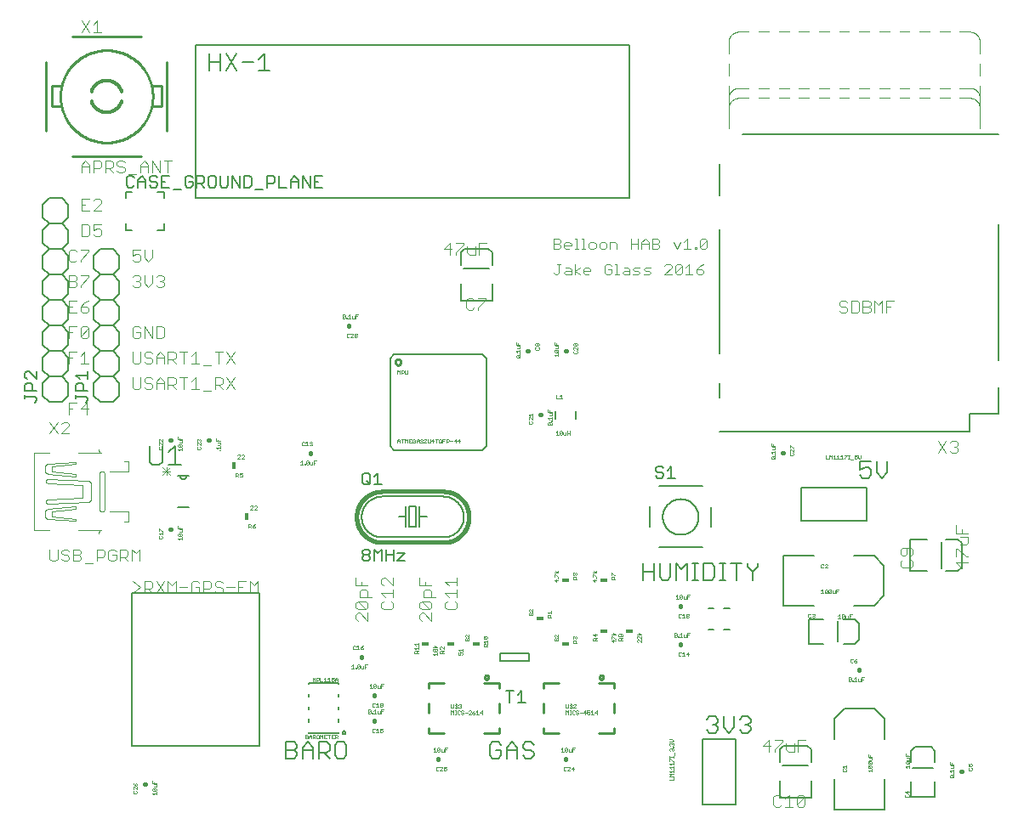
<source format=gto>
G75*
%MOIN*%
%OFA0B0*%
%FSLAX25Y25*%
%IPPOS*%
%LPD*%
%AMOC8*
5,1,8,0,0,1.08239X$1,22.5*
%
%ADD10C,0.00600*%
%ADD11C,0.00400*%
%ADD12C,0.00800*%
%ADD13C,0.00200*%
%ADD14C,0.00500*%
%ADD15C,0.00100*%
%ADD16C,0.01500*%
%ADD17C,0.01600*%
%ADD18C,0.01000*%
%ADD19R,0.02800X0.01600*%
%ADD20R,0.01600X0.02800*%
%ADD21C,0.00300*%
%ADD22C,0.01200*%
D10*
X0106800Y0026800D02*
X0110003Y0026800D01*
X0111070Y0027868D01*
X0111070Y0028935D01*
X0110003Y0030003D01*
X0106800Y0030003D01*
X0106800Y0033205D02*
X0106800Y0026800D01*
X0110003Y0030003D02*
X0111070Y0031070D01*
X0111070Y0032138D01*
X0110003Y0033205D01*
X0106800Y0033205D01*
X0113245Y0031070D02*
X0113245Y0026800D01*
X0113245Y0030003D02*
X0117516Y0030003D01*
X0117516Y0031070D02*
X0117516Y0026800D01*
X0119691Y0026800D02*
X0119691Y0033205D01*
X0122894Y0033205D01*
X0123961Y0032138D01*
X0123961Y0030003D01*
X0122894Y0028935D01*
X0119691Y0028935D01*
X0121826Y0028935D02*
X0123961Y0026800D01*
X0126136Y0027868D02*
X0127204Y0026800D01*
X0129339Y0026800D01*
X0130407Y0027868D01*
X0130407Y0032138D01*
X0129339Y0033205D01*
X0127204Y0033205D01*
X0126136Y0032138D01*
X0126136Y0027868D01*
X0117516Y0031070D02*
X0115381Y0033205D01*
X0113245Y0031070D01*
X0186800Y0032138D02*
X0186800Y0027868D01*
X0187868Y0026800D01*
X0190003Y0026800D01*
X0191070Y0027868D01*
X0191070Y0030003D01*
X0188935Y0030003D01*
X0186800Y0032138D02*
X0187868Y0033205D01*
X0190003Y0033205D01*
X0191070Y0032138D01*
X0193245Y0031070D02*
X0195381Y0033205D01*
X0197516Y0031070D01*
X0197516Y0026800D01*
X0199691Y0027868D02*
X0200759Y0026800D01*
X0202894Y0026800D01*
X0203961Y0027868D01*
X0203961Y0028935D01*
X0202894Y0030003D01*
X0200759Y0030003D01*
X0199691Y0031070D01*
X0199691Y0032138D01*
X0200759Y0033205D01*
X0202894Y0033205D01*
X0203961Y0032138D01*
X0197516Y0030003D02*
X0193245Y0030003D01*
X0193245Y0031070D02*
X0193245Y0026800D01*
X0190700Y0065000D02*
X0190700Y0068000D01*
X0202100Y0068000D01*
X0202100Y0065000D01*
X0190700Y0065000D01*
X0168500Y0113500D02*
X0144500Y0113500D01*
X0153800Y0117500D02*
X0153800Y0121500D01*
X0151000Y0121500D01*
X0153800Y0121500D02*
X0153800Y0125500D01*
X0155200Y0125500D02*
X0157700Y0125500D01*
X0157700Y0117500D01*
X0155200Y0117500D01*
X0155200Y0125500D01*
X0159200Y0125500D02*
X0159200Y0121500D01*
X0159200Y0117500D01*
X0159200Y0121500D02*
X0162000Y0121500D01*
X0168500Y0113500D02*
X0168695Y0113502D01*
X0168890Y0113509D01*
X0169084Y0113521D01*
X0169278Y0113538D01*
X0169472Y0113559D01*
X0169665Y0113585D01*
X0169857Y0113616D01*
X0170049Y0113651D01*
X0170239Y0113691D01*
X0170429Y0113736D01*
X0170618Y0113785D01*
X0170805Y0113839D01*
X0170991Y0113898D01*
X0171175Y0113960D01*
X0171358Y0114028D01*
X0171539Y0114100D01*
X0171718Y0114176D01*
X0171896Y0114256D01*
X0172071Y0114341D01*
X0172244Y0114430D01*
X0172415Y0114524D01*
X0172584Y0114621D01*
X0172750Y0114723D01*
X0172914Y0114828D01*
X0173075Y0114937D01*
X0173234Y0115051D01*
X0173389Y0115168D01*
X0173542Y0115289D01*
X0173692Y0115414D01*
X0173839Y0115542D01*
X0173982Y0115674D01*
X0174122Y0115809D01*
X0174259Y0115947D01*
X0174393Y0116089D01*
X0174523Y0116234D01*
X0174649Y0116383D01*
X0174772Y0116534D01*
X0174891Y0116688D01*
X0175006Y0116845D01*
X0175118Y0117005D01*
X0175225Y0117167D01*
X0175329Y0117332D01*
X0175428Y0117500D01*
X0175524Y0117670D01*
X0175615Y0117842D01*
X0175702Y0118016D01*
X0175784Y0118193D01*
X0175863Y0118371D01*
X0175937Y0118551D01*
X0176006Y0118733D01*
X0176072Y0118917D01*
X0176132Y0119102D01*
X0176188Y0119289D01*
X0176240Y0119477D01*
X0176287Y0119666D01*
X0176329Y0119856D01*
X0176367Y0120047D01*
X0176400Y0120239D01*
X0176428Y0120432D01*
X0176452Y0120625D01*
X0176471Y0120819D01*
X0176485Y0121013D01*
X0176495Y0121208D01*
X0176499Y0121403D01*
X0176499Y0121597D01*
X0176495Y0121792D01*
X0176485Y0121987D01*
X0176471Y0122181D01*
X0176452Y0122375D01*
X0176428Y0122568D01*
X0176400Y0122761D01*
X0176367Y0122953D01*
X0176329Y0123144D01*
X0176287Y0123334D01*
X0176240Y0123523D01*
X0176188Y0123711D01*
X0176132Y0123898D01*
X0176072Y0124083D01*
X0176006Y0124267D01*
X0175937Y0124449D01*
X0175863Y0124629D01*
X0175784Y0124807D01*
X0175702Y0124984D01*
X0175615Y0125158D01*
X0175524Y0125330D01*
X0175428Y0125500D01*
X0175329Y0125668D01*
X0175225Y0125833D01*
X0175118Y0125995D01*
X0175006Y0126155D01*
X0174891Y0126312D01*
X0174772Y0126466D01*
X0174649Y0126617D01*
X0174523Y0126766D01*
X0174393Y0126911D01*
X0174259Y0127053D01*
X0174122Y0127191D01*
X0173982Y0127326D01*
X0173839Y0127458D01*
X0173692Y0127586D01*
X0173542Y0127711D01*
X0173389Y0127832D01*
X0173234Y0127949D01*
X0173075Y0128063D01*
X0172914Y0128172D01*
X0172750Y0128277D01*
X0172584Y0128379D01*
X0172415Y0128476D01*
X0172244Y0128570D01*
X0172071Y0128659D01*
X0171896Y0128744D01*
X0171718Y0128824D01*
X0171539Y0128900D01*
X0171358Y0128972D01*
X0171175Y0129040D01*
X0170991Y0129102D01*
X0170805Y0129161D01*
X0170618Y0129215D01*
X0170429Y0129264D01*
X0170239Y0129309D01*
X0170049Y0129349D01*
X0169857Y0129384D01*
X0169665Y0129415D01*
X0169472Y0129441D01*
X0169278Y0129462D01*
X0169084Y0129479D01*
X0168890Y0129491D01*
X0168695Y0129498D01*
X0168500Y0129500D01*
X0144500Y0129500D01*
X0144305Y0129498D01*
X0144110Y0129491D01*
X0143916Y0129479D01*
X0143722Y0129462D01*
X0143528Y0129441D01*
X0143335Y0129415D01*
X0143143Y0129384D01*
X0142951Y0129349D01*
X0142761Y0129309D01*
X0142571Y0129264D01*
X0142382Y0129215D01*
X0142195Y0129161D01*
X0142009Y0129102D01*
X0141825Y0129040D01*
X0141642Y0128972D01*
X0141461Y0128900D01*
X0141282Y0128824D01*
X0141104Y0128744D01*
X0140929Y0128659D01*
X0140756Y0128570D01*
X0140585Y0128476D01*
X0140416Y0128379D01*
X0140250Y0128277D01*
X0140086Y0128172D01*
X0139925Y0128063D01*
X0139766Y0127949D01*
X0139611Y0127832D01*
X0139458Y0127711D01*
X0139308Y0127586D01*
X0139161Y0127458D01*
X0139018Y0127326D01*
X0138878Y0127191D01*
X0138741Y0127053D01*
X0138607Y0126911D01*
X0138477Y0126766D01*
X0138351Y0126617D01*
X0138228Y0126466D01*
X0138109Y0126312D01*
X0137994Y0126155D01*
X0137882Y0125995D01*
X0137775Y0125833D01*
X0137671Y0125668D01*
X0137572Y0125500D01*
X0137476Y0125330D01*
X0137385Y0125158D01*
X0137298Y0124984D01*
X0137216Y0124807D01*
X0137137Y0124629D01*
X0137063Y0124449D01*
X0136994Y0124267D01*
X0136928Y0124083D01*
X0136868Y0123898D01*
X0136812Y0123711D01*
X0136760Y0123523D01*
X0136713Y0123334D01*
X0136671Y0123144D01*
X0136633Y0122953D01*
X0136600Y0122761D01*
X0136572Y0122568D01*
X0136548Y0122375D01*
X0136529Y0122181D01*
X0136515Y0121987D01*
X0136505Y0121792D01*
X0136501Y0121597D01*
X0136501Y0121403D01*
X0136505Y0121208D01*
X0136515Y0121013D01*
X0136529Y0120819D01*
X0136548Y0120625D01*
X0136572Y0120432D01*
X0136600Y0120239D01*
X0136633Y0120047D01*
X0136671Y0119856D01*
X0136713Y0119666D01*
X0136760Y0119477D01*
X0136812Y0119289D01*
X0136868Y0119102D01*
X0136928Y0118917D01*
X0136994Y0118733D01*
X0137063Y0118551D01*
X0137137Y0118371D01*
X0137216Y0118193D01*
X0137298Y0118016D01*
X0137385Y0117842D01*
X0137476Y0117670D01*
X0137572Y0117500D01*
X0137671Y0117332D01*
X0137775Y0117167D01*
X0137882Y0117005D01*
X0137994Y0116845D01*
X0138109Y0116688D01*
X0138228Y0116534D01*
X0138351Y0116383D01*
X0138477Y0116234D01*
X0138607Y0116089D01*
X0138741Y0115947D01*
X0138878Y0115809D01*
X0139018Y0115674D01*
X0139161Y0115542D01*
X0139308Y0115414D01*
X0139458Y0115289D01*
X0139611Y0115168D01*
X0139766Y0115051D01*
X0139925Y0114937D01*
X0140086Y0114828D01*
X0140250Y0114723D01*
X0140416Y0114621D01*
X0140585Y0114524D01*
X0140756Y0114430D01*
X0140929Y0114341D01*
X0141104Y0114256D01*
X0141282Y0114176D01*
X0141461Y0114100D01*
X0141642Y0114028D01*
X0141825Y0113960D01*
X0142009Y0113898D01*
X0142195Y0113839D01*
X0142382Y0113785D01*
X0142571Y0113736D01*
X0142761Y0113691D01*
X0142951Y0113651D01*
X0143143Y0113616D01*
X0143335Y0113585D01*
X0143528Y0113559D01*
X0143722Y0113538D01*
X0143916Y0113521D01*
X0144110Y0113509D01*
X0144305Y0113502D01*
X0144500Y0113500D01*
X0068700Y0125400D02*
X0064300Y0125400D01*
X0064300Y0137600D02*
X0065300Y0137600D01*
X0067700Y0137600D01*
X0068700Y0137600D01*
X0067700Y0137600D02*
X0067698Y0137531D01*
X0067692Y0137463D01*
X0067682Y0137395D01*
X0067669Y0137328D01*
X0067651Y0137262D01*
X0067630Y0137197D01*
X0067605Y0137133D01*
X0067577Y0137071D01*
X0067545Y0137010D01*
X0067510Y0136951D01*
X0067471Y0136895D01*
X0067429Y0136840D01*
X0067384Y0136789D01*
X0067336Y0136739D01*
X0067286Y0136693D01*
X0067233Y0136650D01*
X0067177Y0136609D01*
X0067120Y0136572D01*
X0067060Y0136539D01*
X0066998Y0136508D01*
X0066935Y0136482D01*
X0066871Y0136459D01*
X0066805Y0136439D01*
X0066738Y0136424D01*
X0066671Y0136412D01*
X0066603Y0136404D01*
X0066534Y0136400D01*
X0066466Y0136400D01*
X0066397Y0136404D01*
X0066329Y0136412D01*
X0066262Y0136424D01*
X0066195Y0136439D01*
X0066129Y0136459D01*
X0066065Y0136482D01*
X0066002Y0136508D01*
X0065940Y0136539D01*
X0065880Y0136572D01*
X0065823Y0136609D01*
X0065767Y0136650D01*
X0065714Y0136693D01*
X0065664Y0136739D01*
X0065616Y0136789D01*
X0065571Y0136840D01*
X0065529Y0136895D01*
X0065490Y0136951D01*
X0065455Y0137010D01*
X0065423Y0137071D01*
X0065395Y0137133D01*
X0065370Y0137197D01*
X0065349Y0137262D01*
X0065331Y0137328D01*
X0065318Y0137395D01*
X0065308Y0137463D01*
X0065302Y0137531D01*
X0065300Y0137600D01*
X0039000Y0166500D02*
X0034000Y0166500D01*
X0031500Y0169000D01*
X0031500Y0174000D01*
X0034000Y0176500D01*
X0031500Y0179000D01*
X0031500Y0184000D01*
X0034000Y0186500D01*
X0039000Y0186500D01*
X0041500Y0184000D01*
X0041500Y0179000D01*
X0039000Y0176500D01*
X0041500Y0174000D01*
X0041500Y0169000D01*
X0039000Y0166500D01*
X0039000Y0176500D02*
X0034000Y0176500D01*
X0034000Y0186500D02*
X0031500Y0189000D01*
X0031500Y0194000D01*
X0034000Y0196500D01*
X0031500Y0199000D01*
X0031500Y0204000D01*
X0034000Y0206500D01*
X0031500Y0209000D01*
X0031500Y0214000D01*
X0034000Y0216500D01*
X0031500Y0219000D01*
X0031500Y0224000D01*
X0034000Y0226500D01*
X0039000Y0226500D01*
X0041500Y0224000D01*
X0041500Y0219000D01*
X0039000Y0216500D01*
X0041500Y0214000D01*
X0041500Y0209000D01*
X0039000Y0206500D01*
X0041500Y0204000D01*
X0041500Y0199000D01*
X0039000Y0196500D01*
X0041500Y0194000D01*
X0041500Y0189000D01*
X0039000Y0186500D01*
X0039000Y0196500D02*
X0034000Y0196500D01*
X0034000Y0206500D02*
X0039000Y0206500D01*
X0039000Y0216500D02*
X0034000Y0216500D01*
X0021500Y0219000D02*
X0021500Y0224000D01*
X0019000Y0226500D01*
X0021500Y0229000D01*
X0021500Y0234000D01*
X0019000Y0236500D01*
X0021500Y0239000D01*
X0021500Y0244000D01*
X0019000Y0246500D01*
X0014000Y0246500D01*
X0011500Y0244000D01*
X0011500Y0239000D01*
X0014000Y0236500D01*
X0019000Y0236500D01*
X0014000Y0236500D02*
X0011500Y0234000D01*
X0011500Y0229000D01*
X0014000Y0226500D01*
X0019000Y0226500D01*
X0014000Y0226500D02*
X0011500Y0224000D01*
X0011500Y0219000D01*
X0014000Y0216500D01*
X0019000Y0216500D01*
X0021500Y0214000D01*
X0021500Y0209000D01*
X0019000Y0206500D01*
X0021500Y0204000D01*
X0021500Y0199000D01*
X0019000Y0196500D01*
X0021500Y0194000D01*
X0021500Y0189000D01*
X0019000Y0186500D01*
X0021500Y0184000D01*
X0021500Y0179000D01*
X0019000Y0176500D01*
X0021500Y0174000D01*
X0021500Y0169000D01*
X0019000Y0166500D01*
X0014000Y0166500D01*
X0011500Y0169000D01*
X0011500Y0174000D01*
X0014000Y0176500D01*
X0011500Y0179000D01*
X0011500Y0184000D01*
X0014000Y0186500D01*
X0019000Y0186500D01*
X0014000Y0186500D02*
X0011500Y0189000D01*
X0011500Y0194000D01*
X0014000Y0196500D01*
X0011500Y0199000D01*
X0011500Y0204000D01*
X0014000Y0206500D01*
X0011500Y0209000D01*
X0011500Y0214000D01*
X0014000Y0216500D01*
X0019000Y0216500D02*
X0021500Y0219000D01*
X0019000Y0206500D02*
X0014000Y0206500D01*
X0014000Y0196500D02*
X0019000Y0196500D01*
X0019000Y0176500D02*
X0014000Y0176500D01*
X0044000Y0234000D02*
X0044000Y0236500D01*
X0044000Y0234000D02*
X0046500Y0234000D01*
X0056500Y0234000D02*
X0059000Y0234000D01*
X0059000Y0236500D01*
X0059000Y0246500D02*
X0059000Y0249000D01*
X0056500Y0249000D01*
X0046500Y0249000D02*
X0044000Y0249000D01*
X0044000Y0246500D01*
X0076800Y0296800D02*
X0076800Y0303205D01*
X0076800Y0300003D02*
X0081070Y0300003D01*
X0081070Y0303205D02*
X0081070Y0296800D01*
X0083245Y0296800D02*
X0087516Y0303205D01*
X0089691Y0300003D02*
X0093961Y0300003D01*
X0096136Y0301070D02*
X0098272Y0303205D01*
X0098272Y0296800D01*
X0100407Y0296800D02*
X0096136Y0296800D01*
X0087516Y0296800D02*
X0083245Y0303205D01*
X0246800Y0103205D02*
X0246800Y0096800D01*
X0246800Y0100003D02*
X0251070Y0100003D01*
X0253245Y0097868D02*
X0254313Y0096800D01*
X0256448Y0096800D01*
X0257516Y0097868D01*
X0257516Y0103205D01*
X0259691Y0103205D02*
X0261826Y0101070D01*
X0263961Y0103205D01*
X0263961Y0096800D01*
X0266136Y0096800D02*
X0268272Y0096800D01*
X0267204Y0096800D02*
X0267204Y0103205D01*
X0266136Y0103205D02*
X0268272Y0103205D01*
X0270433Y0103205D02*
X0273636Y0103205D01*
X0274704Y0102138D01*
X0274704Y0097868D01*
X0273636Y0096800D01*
X0270433Y0096800D01*
X0270433Y0103205D01*
X0276879Y0103205D02*
X0279014Y0103205D01*
X0277947Y0103205D02*
X0277947Y0096800D01*
X0279014Y0096800D02*
X0276879Y0096800D01*
X0283311Y0096800D02*
X0283311Y0103205D01*
X0281176Y0103205D02*
X0285446Y0103205D01*
X0287621Y0103205D02*
X0287621Y0102138D01*
X0289757Y0100003D01*
X0289757Y0096800D01*
X0289757Y0100003D02*
X0291892Y0102138D01*
X0291892Y0103205D01*
X0259691Y0103205D02*
X0259691Y0096800D01*
X0253245Y0097868D02*
X0253245Y0103205D01*
X0251070Y0103205D02*
X0251070Y0096800D01*
X0272868Y0043205D02*
X0275003Y0043205D01*
X0276070Y0042138D01*
X0276070Y0041070D01*
X0275003Y0040003D01*
X0276070Y0038935D01*
X0276070Y0037868D01*
X0275003Y0036800D01*
X0272868Y0036800D01*
X0271800Y0037868D01*
X0273935Y0040003D02*
X0275003Y0040003D01*
X0278245Y0038935D02*
X0280381Y0036800D01*
X0282516Y0038935D01*
X0282516Y0043205D01*
X0284691Y0042138D02*
X0285759Y0043205D01*
X0287894Y0043205D01*
X0288961Y0042138D01*
X0288961Y0041070D01*
X0287894Y0040003D01*
X0288961Y0038935D01*
X0288961Y0037868D01*
X0287894Y0036800D01*
X0285759Y0036800D01*
X0284691Y0037868D01*
X0286826Y0040003D02*
X0287894Y0040003D01*
X0278245Y0038935D02*
X0278245Y0043205D01*
X0272868Y0043205D02*
X0271800Y0042138D01*
X0332868Y0136800D02*
X0331800Y0137868D01*
X0332868Y0136800D02*
X0335003Y0136800D01*
X0336070Y0137868D01*
X0336070Y0140003D01*
X0335003Y0141070D01*
X0333935Y0141070D01*
X0331800Y0140003D01*
X0331800Y0143205D01*
X0336070Y0143205D01*
X0338245Y0143205D02*
X0338245Y0138935D01*
X0340381Y0136800D01*
X0342516Y0138935D01*
X0342516Y0143205D01*
D11*
X0362492Y0146700D02*
X0365561Y0151304D01*
X0367096Y0150537D02*
X0367863Y0151304D01*
X0369398Y0151304D01*
X0370165Y0150537D01*
X0370165Y0149769D01*
X0369398Y0149002D01*
X0370165Y0148235D01*
X0370165Y0147467D01*
X0369398Y0146700D01*
X0367863Y0146700D01*
X0367096Y0147467D01*
X0365561Y0146700D02*
X0362492Y0151304D01*
X0368631Y0149002D02*
X0369398Y0149002D01*
X0369452Y0118187D02*
X0369452Y0115118D01*
X0374056Y0115118D01*
X0374056Y0113583D02*
X0370987Y0113583D01*
X0371754Y0115118D02*
X0371754Y0116653D01*
X0374056Y0113583D02*
X0374056Y0111281D01*
X0373289Y0110514D01*
X0370987Y0110514D01*
X0370219Y0108980D02*
X0373289Y0105910D01*
X0374056Y0105910D01*
X0374056Y0103608D02*
X0369452Y0103608D01*
X0371754Y0101306D01*
X0371754Y0104376D01*
X0369452Y0105910D02*
X0369452Y0108980D01*
X0370219Y0108980D01*
X0352363Y0108606D02*
X0352363Y0107071D01*
X0351596Y0106304D01*
X0351596Y0104769D02*
X0352363Y0104002D01*
X0352363Y0102467D01*
X0351596Y0101700D01*
X0348526Y0101700D01*
X0347759Y0102467D01*
X0347759Y0104002D01*
X0348526Y0104769D01*
X0348526Y0106304D02*
X0349294Y0106304D01*
X0350061Y0107071D01*
X0350061Y0109373D01*
X0348526Y0109373D02*
X0347759Y0108606D01*
X0347759Y0107071D01*
X0348526Y0106304D01*
X0348526Y0109373D02*
X0351596Y0109373D01*
X0352363Y0108606D01*
X0310559Y0034060D02*
X0307490Y0034060D01*
X0307490Y0029456D01*
X0305955Y0029456D02*
X0305955Y0032525D01*
X0307490Y0031758D02*
X0309024Y0031758D01*
X0305955Y0029456D02*
X0303653Y0029456D01*
X0302886Y0030223D01*
X0302886Y0032525D01*
X0301351Y0033293D02*
X0298282Y0030223D01*
X0298282Y0029456D01*
X0295980Y0029456D02*
X0295980Y0034060D01*
X0293678Y0031758D01*
X0296747Y0031758D01*
X0298282Y0034060D02*
X0301351Y0034060D01*
X0301351Y0033293D01*
X0300190Y0012367D02*
X0298656Y0012367D01*
X0297888Y0011600D01*
X0297888Y0008530D01*
X0298656Y0007763D01*
X0300190Y0007763D01*
X0300957Y0008530D01*
X0302492Y0007763D02*
X0305561Y0007763D01*
X0304027Y0007763D02*
X0304027Y0012367D01*
X0302492Y0010832D01*
X0300957Y0011600D02*
X0300190Y0012367D01*
X0307096Y0011600D02*
X0307096Y0008530D01*
X0310165Y0011600D01*
X0310165Y0008530D01*
X0309398Y0007763D01*
X0307863Y0007763D01*
X0307096Y0008530D01*
X0307096Y0011600D02*
X0307863Y0012367D01*
X0309398Y0012367D01*
X0310165Y0011600D01*
X0173800Y0086156D02*
X0173800Y0087690D01*
X0173033Y0088457D01*
X0173800Y0089992D02*
X0173800Y0093061D01*
X0173800Y0091527D02*
X0169196Y0091527D01*
X0170731Y0089992D01*
X0169963Y0088457D02*
X0169196Y0087690D01*
X0169196Y0086156D01*
X0169963Y0085388D01*
X0173033Y0085388D01*
X0173800Y0086156D01*
X0165335Y0089992D02*
X0160731Y0089992D01*
X0160731Y0092294D01*
X0161498Y0093061D01*
X0163033Y0093061D01*
X0163800Y0092294D01*
X0163800Y0089992D01*
X0163033Y0088457D02*
X0163800Y0087690D01*
X0163800Y0086155D01*
X0163033Y0085388D01*
X0159963Y0088457D01*
X0163033Y0088457D01*
X0163033Y0085388D02*
X0159963Y0085388D01*
X0159196Y0086155D01*
X0159196Y0087690D01*
X0159963Y0088457D01*
X0159963Y0083854D02*
X0159196Y0083086D01*
X0159196Y0081552D01*
X0159963Y0080784D01*
X0159963Y0083854D02*
X0160731Y0083854D01*
X0163800Y0080784D01*
X0163800Y0083854D01*
X0163800Y0094596D02*
X0159196Y0094596D01*
X0159196Y0097665D01*
X0161498Y0096131D02*
X0161498Y0094596D01*
X0169196Y0096131D02*
X0170731Y0094596D01*
X0169196Y0096131D02*
X0173800Y0096131D01*
X0173800Y0097665D02*
X0173800Y0094596D01*
X0148800Y0094596D02*
X0145731Y0097665D01*
X0144963Y0097665D01*
X0144196Y0096898D01*
X0144196Y0095363D01*
X0144963Y0094596D01*
X0144196Y0091527D02*
X0148800Y0091527D01*
X0148800Y0093061D02*
X0148800Y0089992D01*
X0148033Y0088457D02*
X0148800Y0087690D01*
X0148800Y0086156D01*
X0148033Y0085388D01*
X0144963Y0085388D01*
X0144196Y0086156D01*
X0144196Y0087690D01*
X0144963Y0088457D01*
X0145731Y0089992D02*
X0144196Y0091527D01*
X0140335Y0089992D02*
X0135731Y0089992D01*
X0135731Y0092294D01*
X0136498Y0093061D01*
X0138033Y0093061D01*
X0138800Y0092294D01*
X0138800Y0089992D01*
X0138033Y0088457D02*
X0134963Y0088457D01*
X0138033Y0085388D01*
X0138800Y0086155D01*
X0138800Y0087690D01*
X0138033Y0088457D01*
X0138033Y0085388D02*
X0134963Y0085388D01*
X0134196Y0086155D01*
X0134196Y0087690D01*
X0134963Y0088457D01*
X0134963Y0083854D02*
X0134196Y0083086D01*
X0134196Y0081552D01*
X0134963Y0080784D01*
X0134963Y0083854D02*
X0135731Y0083854D01*
X0138800Y0080784D01*
X0138800Y0083854D01*
X0138800Y0094596D02*
X0134196Y0094596D01*
X0134196Y0097665D01*
X0136498Y0096131D02*
X0136498Y0094596D01*
X0148800Y0094596D02*
X0148800Y0097665D01*
X0095809Y0096304D02*
X0095809Y0091700D01*
X0092739Y0091700D02*
X0092739Y0096304D01*
X0094274Y0094769D01*
X0095809Y0096304D01*
X0091205Y0096304D02*
X0088135Y0096304D01*
X0088135Y0091700D01*
X0088135Y0094002D02*
X0089670Y0094002D01*
X0086601Y0094002D02*
X0083531Y0094002D01*
X0081997Y0093235D02*
X0081997Y0092467D01*
X0081229Y0091700D01*
X0079695Y0091700D01*
X0078927Y0092467D01*
X0079695Y0094002D02*
X0078927Y0094769D01*
X0078927Y0095537D01*
X0079695Y0096304D01*
X0081229Y0096304D01*
X0081997Y0095537D01*
X0081229Y0094002D02*
X0081997Y0093235D01*
X0081229Y0094002D02*
X0079695Y0094002D01*
X0077393Y0094002D02*
X0076626Y0093235D01*
X0074324Y0093235D01*
X0074324Y0091700D02*
X0074324Y0096304D01*
X0076626Y0096304D01*
X0077393Y0095537D01*
X0077393Y0094002D01*
X0072789Y0094002D02*
X0072789Y0092467D01*
X0072022Y0091700D01*
X0070487Y0091700D01*
X0069720Y0092467D01*
X0069720Y0095537D01*
X0070487Y0096304D01*
X0072022Y0096304D01*
X0072789Y0095537D01*
X0072789Y0094002D02*
X0071254Y0094002D01*
X0068185Y0094002D02*
X0065116Y0094002D01*
X0063581Y0096304D02*
X0063581Y0091700D01*
X0060512Y0091700D02*
X0060512Y0096304D01*
X0062046Y0094769D01*
X0063581Y0096304D01*
X0058977Y0096304D02*
X0055908Y0091700D01*
X0054373Y0091700D02*
X0052839Y0093235D01*
X0053606Y0093235D02*
X0051304Y0093235D01*
X0051304Y0091700D02*
X0051304Y0096304D01*
X0053606Y0096304D01*
X0054373Y0095537D01*
X0054373Y0094002D01*
X0053606Y0093235D01*
X0055908Y0096304D02*
X0058977Y0091700D01*
X0049769Y0094002D02*
X0046700Y0091700D01*
X0049769Y0094002D02*
X0046700Y0096304D01*
X0046427Y0104200D02*
X0046427Y0108804D01*
X0047962Y0107269D01*
X0049497Y0108804D01*
X0049497Y0104200D01*
X0044893Y0104200D02*
X0043358Y0105735D01*
X0044126Y0105735D02*
X0041824Y0105735D01*
X0041824Y0104200D02*
X0041824Y0108804D01*
X0044126Y0108804D01*
X0044893Y0108037D01*
X0044893Y0106502D01*
X0044126Y0105735D01*
X0040289Y0106502D02*
X0040289Y0104967D01*
X0039522Y0104200D01*
X0037987Y0104200D01*
X0037220Y0104967D01*
X0037220Y0108037D01*
X0037987Y0108804D01*
X0039522Y0108804D01*
X0040289Y0108037D01*
X0040289Y0106502D02*
X0038754Y0106502D01*
X0035685Y0106502D02*
X0034918Y0105735D01*
X0032616Y0105735D01*
X0032616Y0104200D02*
X0032616Y0108804D01*
X0034918Y0108804D01*
X0035685Y0108037D01*
X0035685Y0106502D01*
X0031081Y0103433D02*
X0028012Y0103433D01*
X0026477Y0104967D02*
X0026477Y0105735D01*
X0025710Y0106502D01*
X0023408Y0106502D01*
X0021873Y0105735D02*
X0021873Y0104967D01*
X0021106Y0104200D01*
X0019571Y0104200D01*
X0018804Y0104967D01*
X0017269Y0104967D02*
X0017269Y0108804D01*
X0018804Y0108037D02*
X0019571Y0108804D01*
X0021106Y0108804D01*
X0021873Y0108037D01*
X0023408Y0108804D02*
X0023408Y0104200D01*
X0025710Y0104200D01*
X0026477Y0104967D01*
X0025710Y0106502D02*
X0026477Y0107269D01*
X0026477Y0108037D01*
X0025710Y0108804D01*
X0023408Y0108804D01*
X0021106Y0106502D02*
X0019571Y0106502D01*
X0018804Y0107269D01*
X0018804Y0108037D01*
X0021106Y0106502D02*
X0021873Y0105735D01*
X0017269Y0104967D02*
X0016502Y0104200D01*
X0014967Y0104200D01*
X0014200Y0104967D01*
X0014200Y0108804D01*
X0014120Y0116376D02*
X0008200Y0116376D01*
X0008200Y0116376D01*
X0008200Y0146624D01*
X0014119Y0146624D01*
X0013514Y0142332D02*
X0024346Y0143150D01*
X0024346Y0142332D01*
X0014944Y0141311D01*
X0014944Y0139267D01*
X0024346Y0138245D01*
X0024346Y0137427D01*
X0013514Y0138449D01*
X0013448Y0138456D01*
X0013383Y0138467D01*
X0013318Y0138481D01*
X0013255Y0138499D01*
X0013192Y0138521D01*
X0013131Y0138546D01*
X0013071Y0138574D01*
X0013013Y0138606D01*
X0012957Y0138642D01*
X0012903Y0138680D01*
X0012852Y0138721D01*
X0012803Y0138765D01*
X0012756Y0138812D01*
X0012712Y0138862D01*
X0012671Y0138914D01*
X0012633Y0138968D01*
X0012598Y0139024D01*
X0012567Y0139082D01*
X0012539Y0139142D01*
X0012514Y0139204D01*
X0012493Y0139266D01*
X0012493Y0141515D02*
X0012514Y0141577D01*
X0012539Y0141639D01*
X0012567Y0141699D01*
X0012598Y0141757D01*
X0012633Y0141813D01*
X0012671Y0141867D01*
X0012712Y0141919D01*
X0012756Y0141969D01*
X0012803Y0142016D01*
X0012852Y0142060D01*
X0012903Y0142101D01*
X0012957Y0142139D01*
X0013013Y0142175D01*
X0013071Y0142207D01*
X0013131Y0142235D01*
X0013192Y0142260D01*
X0013255Y0142282D01*
X0013318Y0142300D01*
X0013383Y0142314D01*
X0013448Y0142325D01*
X0013514Y0142332D01*
X0012493Y0141515D02*
X0012459Y0141400D01*
X0012429Y0141283D01*
X0012403Y0141166D01*
X0012381Y0141048D01*
X0012362Y0140930D01*
X0012347Y0140810D01*
X0012336Y0140691D01*
X0012328Y0140571D01*
X0012324Y0140451D01*
X0012324Y0140331D01*
X0012328Y0140211D01*
X0012336Y0140091D01*
X0012347Y0139972D01*
X0012362Y0139852D01*
X0012381Y0139734D01*
X0012403Y0139616D01*
X0012429Y0139499D01*
X0012459Y0139382D01*
X0012493Y0139267D01*
X0013514Y0136405D02*
X0029456Y0135588D01*
X0029514Y0135583D01*
X0029570Y0135574D01*
X0029627Y0135561D01*
X0029682Y0135545D01*
X0029736Y0135525D01*
X0029788Y0135502D01*
X0029839Y0135475D01*
X0029888Y0135444D01*
X0029935Y0135411D01*
X0029979Y0135375D01*
X0030022Y0135335D01*
X0030061Y0135293D01*
X0030097Y0135249D01*
X0030131Y0135202D01*
X0030161Y0135153D01*
X0030188Y0135102D01*
X0030211Y0135049D01*
X0030231Y0134995D01*
X0030247Y0134940D01*
X0030260Y0134884D01*
X0030269Y0134827D01*
X0030274Y0134770D01*
X0030273Y0134770D02*
X0030273Y0128231D01*
X0030268Y0128174D01*
X0030259Y0128117D01*
X0030246Y0128061D01*
X0030230Y0128005D01*
X0030210Y0127951D01*
X0030187Y0127899D01*
X0030160Y0127848D01*
X0030130Y0127799D01*
X0030096Y0127752D01*
X0030060Y0127708D01*
X0030021Y0127666D01*
X0029979Y0127626D01*
X0029934Y0127590D01*
X0029887Y0127557D01*
X0029838Y0127526D01*
X0029787Y0127500D01*
X0029735Y0127476D01*
X0029681Y0127456D01*
X0029626Y0127440D01*
X0029570Y0127427D01*
X0029513Y0127418D01*
X0029456Y0127413D01*
X0013514Y0126596D01*
X0013458Y0126598D01*
X0013403Y0126604D01*
X0013348Y0126613D01*
X0013294Y0126626D01*
X0013240Y0126643D01*
X0013189Y0126664D01*
X0013138Y0126688D01*
X0013089Y0126715D01*
X0013043Y0126746D01*
X0012998Y0126779D01*
X0012956Y0126816D01*
X0012917Y0126855D01*
X0012880Y0126897D01*
X0012847Y0126942D01*
X0012816Y0126988D01*
X0012789Y0127037D01*
X0012765Y0127088D01*
X0012744Y0127139D01*
X0012727Y0127193D01*
X0012714Y0127247D01*
X0012705Y0127302D01*
X0012699Y0127357D01*
X0012697Y0127413D01*
X0012699Y0127469D01*
X0012705Y0127524D01*
X0012714Y0127579D01*
X0012727Y0127633D01*
X0012744Y0127687D01*
X0012765Y0127738D01*
X0012789Y0127789D01*
X0012816Y0127838D01*
X0012847Y0127884D01*
X0012880Y0127929D01*
X0012917Y0127971D01*
X0012956Y0128010D01*
X0012998Y0128047D01*
X0013043Y0128080D01*
X0013089Y0128111D01*
X0013138Y0128138D01*
X0013189Y0128162D01*
X0013240Y0128183D01*
X0013294Y0128200D01*
X0013348Y0128213D01*
X0013403Y0128222D01*
X0013458Y0128228D01*
X0013514Y0128230D01*
X0013514Y0128231D02*
X0027003Y0129048D01*
X0027003Y0133954D01*
X0027003Y0133953D02*
X0013514Y0134770D01*
X0013458Y0134772D01*
X0013403Y0134778D01*
X0013348Y0134787D01*
X0013294Y0134800D01*
X0013240Y0134817D01*
X0013189Y0134838D01*
X0013138Y0134862D01*
X0013089Y0134889D01*
X0013043Y0134920D01*
X0012998Y0134953D01*
X0012956Y0134990D01*
X0012917Y0135029D01*
X0012880Y0135071D01*
X0012847Y0135116D01*
X0012816Y0135162D01*
X0012789Y0135211D01*
X0012765Y0135262D01*
X0012744Y0135313D01*
X0012727Y0135367D01*
X0012714Y0135421D01*
X0012705Y0135476D01*
X0012699Y0135531D01*
X0012697Y0135587D01*
X0012696Y0135588D02*
X0012696Y0135587D01*
X0012697Y0135588D02*
X0012699Y0135644D01*
X0012705Y0135699D01*
X0012714Y0135754D01*
X0012727Y0135808D01*
X0012744Y0135862D01*
X0012765Y0135913D01*
X0012789Y0135964D01*
X0012816Y0136013D01*
X0012847Y0136059D01*
X0012880Y0136104D01*
X0012917Y0136146D01*
X0012956Y0136185D01*
X0012998Y0136222D01*
X0013043Y0136255D01*
X0013089Y0136286D01*
X0013138Y0136313D01*
X0013189Y0136337D01*
X0013240Y0136358D01*
X0013294Y0136375D01*
X0013348Y0136388D01*
X0013403Y0136397D01*
X0013458Y0136403D01*
X0013514Y0136405D01*
X0013514Y0124552D02*
X0024346Y0125574D01*
X0024346Y0124756D01*
X0014944Y0123734D01*
X0014944Y0121690D01*
X0024346Y0120669D01*
X0024346Y0119851D01*
X0013514Y0120669D01*
X0013448Y0120676D01*
X0013383Y0120687D01*
X0013318Y0120701D01*
X0013255Y0120719D01*
X0013192Y0120741D01*
X0013131Y0120766D01*
X0013071Y0120794D01*
X0013013Y0120826D01*
X0012957Y0120862D01*
X0012903Y0120900D01*
X0012852Y0120941D01*
X0012803Y0120985D01*
X0012756Y0121032D01*
X0012712Y0121082D01*
X0012671Y0121134D01*
X0012633Y0121188D01*
X0012598Y0121244D01*
X0012567Y0121302D01*
X0012539Y0121362D01*
X0012514Y0121424D01*
X0012493Y0121486D01*
X0012493Y0123734D02*
X0012514Y0123796D01*
X0012539Y0123858D01*
X0012567Y0123918D01*
X0012598Y0123976D01*
X0012633Y0124032D01*
X0012671Y0124086D01*
X0012712Y0124138D01*
X0012756Y0124188D01*
X0012803Y0124235D01*
X0012852Y0124279D01*
X0012903Y0124320D01*
X0012957Y0124358D01*
X0013013Y0124394D01*
X0013071Y0124426D01*
X0013131Y0124454D01*
X0013192Y0124479D01*
X0013255Y0124501D01*
X0013318Y0124519D01*
X0013383Y0124533D01*
X0013448Y0124544D01*
X0013514Y0124551D01*
X0012493Y0123734D02*
X0012459Y0123619D01*
X0012429Y0123502D01*
X0012403Y0123385D01*
X0012381Y0123267D01*
X0012362Y0123149D01*
X0012347Y0123029D01*
X0012336Y0122910D01*
X0012328Y0122790D01*
X0012324Y0122670D01*
X0012324Y0122550D01*
X0012328Y0122430D01*
X0012336Y0122310D01*
X0012347Y0122191D01*
X0012362Y0122071D01*
X0012381Y0121953D01*
X0012403Y0121835D01*
X0012429Y0121718D01*
X0012459Y0121601D01*
X0012493Y0121486D01*
X0025269Y0116376D02*
X0034361Y0116376D01*
X0034305Y0116374D01*
X0034250Y0116368D01*
X0034195Y0116359D01*
X0034141Y0116346D01*
X0034087Y0116329D01*
X0034036Y0116308D01*
X0033985Y0116284D01*
X0033936Y0116257D01*
X0033890Y0116226D01*
X0033845Y0116193D01*
X0033803Y0116156D01*
X0033764Y0116117D01*
X0033727Y0116075D01*
X0033694Y0116030D01*
X0033663Y0115984D01*
X0033636Y0115935D01*
X0033612Y0115884D01*
X0033591Y0115833D01*
X0033574Y0115779D01*
X0033561Y0115725D01*
X0033552Y0115670D01*
X0033546Y0115615D01*
X0033544Y0115559D01*
X0033543Y0115559D02*
X0033543Y0114946D01*
X0034770Y0123530D02*
X0034825Y0123532D01*
X0034881Y0123538D01*
X0034936Y0123547D01*
X0034990Y0123560D01*
X0035043Y0123577D01*
X0035095Y0123598D01*
X0035146Y0123622D01*
X0035194Y0123649D01*
X0035241Y0123679D01*
X0035286Y0123713D01*
X0035328Y0123750D01*
X0035367Y0123789D01*
X0035404Y0123831D01*
X0035438Y0123876D01*
X0035468Y0123923D01*
X0035495Y0123971D01*
X0035519Y0124022D01*
X0035540Y0124074D01*
X0035557Y0124127D01*
X0035570Y0124181D01*
X0035579Y0124236D01*
X0035585Y0124292D01*
X0035587Y0124347D01*
X0035587Y0138654D01*
X0035585Y0138709D01*
X0035579Y0138765D01*
X0035570Y0138820D01*
X0035557Y0138874D01*
X0035540Y0138927D01*
X0035519Y0138979D01*
X0035495Y0139030D01*
X0035468Y0139078D01*
X0035438Y0139125D01*
X0035404Y0139170D01*
X0035367Y0139212D01*
X0035328Y0139251D01*
X0035286Y0139288D01*
X0035241Y0139322D01*
X0035194Y0139352D01*
X0035146Y0139379D01*
X0035095Y0139403D01*
X0035043Y0139424D01*
X0034990Y0139441D01*
X0034936Y0139454D01*
X0034881Y0139463D01*
X0034825Y0139469D01*
X0034770Y0139471D01*
X0034769Y0139471D01*
X0034770Y0139471D02*
X0034708Y0139469D01*
X0034646Y0139464D01*
X0034585Y0139454D01*
X0034525Y0139441D01*
X0034466Y0139425D01*
X0034407Y0139405D01*
X0034350Y0139381D01*
X0034295Y0139354D01*
X0034241Y0139324D01*
X0034189Y0139290D01*
X0034140Y0139253D01*
X0034092Y0139214D01*
X0034047Y0139172D01*
X0034005Y0139127D01*
X0033966Y0139079D01*
X0033929Y0139030D01*
X0033895Y0138978D01*
X0033865Y0138924D01*
X0033838Y0138869D01*
X0033814Y0138812D01*
X0033794Y0138753D01*
X0033778Y0138694D01*
X0033765Y0138634D01*
X0033755Y0138573D01*
X0033750Y0138511D01*
X0033748Y0138449D01*
X0033748Y0124551D01*
X0033747Y0124552D02*
X0033749Y0124490D01*
X0033755Y0124429D01*
X0033764Y0124368D01*
X0033777Y0124307D01*
X0033794Y0124248D01*
X0033814Y0124190D01*
X0033837Y0124133D01*
X0033864Y0124077D01*
X0033895Y0124023D01*
X0033928Y0123972D01*
X0033965Y0123922D01*
X0034004Y0123875D01*
X0034047Y0123830D01*
X0034092Y0123787D01*
X0034139Y0123748D01*
X0034189Y0123711D01*
X0034240Y0123678D01*
X0034294Y0123647D01*
X0034350Y0123620D01*
X0034407Y0123597D01*
X0034465Y0123577D01*
X0034524Y0123560D01*
X0034585Y0123547D01*
X0034646Y0123538D01*
X0034707Y0123532D01*
X0034769Y0123530D01*
X0037631Y0123529D02*
X0044989Y0123529D01*
X0045193Y0123530D02*
X0045193Y0119646D01*
X0044989Y0119646D02*
X0043558Y0119646D01*
X0044989Y0139472D02*
X0037631Y0139472D01*
X0043558Y0143354D02*
X0044989Y0143354D01*
X0045194Y0143354D02*
X0045194Y0139471D01*
X0034361Y0146624D02*
X0025270Y0146624D01*
X0033543Y0147442D02*
X0033543Y0148055D01*
X0033544Y0147442D02*
X0033546Y0147386D01*
X0033552Y0147331D01*
X0033561Y0147276D01*
X0033574Y0147222D01*
X0033591Y0147168D01*
X0033612Y0147117D01*
X0033636Y0147066D01*
X0033663Y0147017D01*
X0033694Y0146971D01*
X0033727Y0146926D01*
X0033764Y0146884D01*
X0033803Y0146845D01*
X0033845Y0146808D01*
X0033890Y0146775D01*
X0033936Y0146744D01*
X0033985Y0146717D01*
X0034036Y0146693D01*
X0034087Y0146672D01*
X0034141Y0146655D01*
X0034195Y0146642D01*
X0034250Y0146633D01*
X0034305Y0146627D01*
X0034361Y0146625D01*
X0021873Y0154200D02*
X0018804Y0154200D01*
X0021873Y0157269D01*
X0021873Y0158037D01*
X0021106Y0158804D01*
X0019571Y0158804D01*
X0018804Y0158037D01*
X0017269Y0158804D02*
X0014200Y0154200D01*
X0017269Y0154200D02*
X0014200Y0158804D01*
X0021700Y0161700D02*
X0021700Y0166304D01*
X0024769Y0166304D01*
X0023235Y0164002D02*
X0021700Y0164002D01*
X0026304Y0164002D02*
X0029373Y0164002D01*
X0028606Y0161700D02*
X0028606Y0166304D01*
X0026304Y0164002D01*
X0026304Y0181700D02*
X0029373Y0181700D01*
X0027839Y0181700D02*
X0027839Y0186304D01*
X0026304Y0184769D01*
X0024769Y0186304D02*
X0021700Y0186304D01*
X0021700Y0181700D01*
X0021700Y0184002D02*
X0023235Y0184002D01*
X0021700Y0191700D02*
X0021700Y0196304D01*
X0024769Y0196304D01*
X0026304Y0195537D02*
X0027071Y0196304D01*
X0028606Y0196304D01*
X0029373Y0195537D01*
X0026304Y0192467D01*
X0027071Y0191700D01*
X0028606Y0191700D01*
X0029373Y0192467D01*
X0029373Y0195537D01*
X0026304Y0195537D02*
X0026304Y0192467D01*
X0023235Y0194002D02*
X0021700Y0194002D01*
X0021700Y0201700D02*
X0024769Y0201700D01*
X0026304Y0202467D02*
X0027071Y0201700D01*
X0028606Y0201700D01*
X0029373Y0202467D01*
X0029373Y0203235D01*
X0028606Y0204002D01*
X0026304Y0204002D01*
X0026304Y0202467D01*
X0026304Y0204002D02*
X0027839Y0205537D01*
X0029373Y0206304D01*
X0024769Y0206304D02*
X0021700Y0206304D01*
X0021700Y0201700D01*
X0021700Y0204002D02*
X0023235Y0204002D01*
X0024002Y0211700D02*
X0021700Y0211700D01*
X0021700Y0216304D01*
X0024002Y0216304D01*
X0024769Y0215537D01*
X0024769Y0214769D01*
X0024002Y0214002D01*
X0021700Y0214002D01*
X0024002Y0214002D02*
X0024769Y0213235D01*
X0024769Y0212467D01*
X0024002Y0211700D01*
X0026304Y0211700D02*
X0026304Y0212467D01*
X0029373Y0215537D01*
X0029373Y0216304D01*
X0026304Y0216304D01*
X0026304Y0221700D02*
X0026304Y0222467D01*
X0029373Y0225537D01*
X0029373Y0226304D01*
X0026304Y0226304D01*
X0024769Y0225537D02*
X0024002Y0226304D01*
X0022467Y0226304D01*
X0021700Y0225537D01*
X0021700Y0222467D01*
X0022467Y0221700D01*
X0024002Y0221700D01*
X0024769Y0222467D01*
X0026700Y0231700D02*
X0029002Y0231700D01*
X0029769Y0232467D01*
X0029769Y0235537D01*
X0029002Y0236304D01*
X0026700Y0236304D01*
X0026700Y0231700D01*
X0031304Y0232467D02*
X0032071Y0231700D01*
X0033606Y0231700D01*
X0034373Y0232467D01*
X0034373Y0234002D01*
X0033606Y0234769D01*
X0032839Y0234769D01*
X0031304Y0234002D01*
X0031304Y0236304D01*
X0034373Y0236304D01*
X0034373Y0241700D02*
X0031304Y0241700D01*
X0034373Y0244769D01*
X0034373Y0245537D01*
X0033606Y0246304D01*
X0032071Y0246304D01*
X0031304Y0245537D01*
X0029769Y0246304D02*
X0026700Y0246304D01*
X0026700Y0241700D01*
X0029769Y0241700D01*
X0028235Y0244002D02*
X0026700Y0244002D01*
X0026700Y0256700D02*
X0026700Y0259769D01*
X0028235Y0261304D01*
X0029769Y0259769D01*
X0029769Y0256700D01*
X0031304Y0256700D02*
X0031304Y0261304D01*
X0033606Y0261304D01*
X0034373Y0260537D01*
X0034373Y0259002D01*
X0033606Y0258235D01*
X0031304Y0258235D01*
X0029769Y0259002D02*
X0026700Y0259002D01*
X0035908Y0258235D02*
X0038210Y0258235D01*
X0038977Y0259002D01*
X0038977Y0260537D01*
X0038210Y0261304D01*
X0035908Y0261304D01*
X0035908Y0256700D01*
X0037442Y0258235D02*
X0038977Y0256700D01*
X0040512Y0257467D02*
X0041279Y0256700D01*
X0042814Y0256700D01*
X0043581Y0257467D01*
X0043581Y0258235D01*
X0042814Y0259002D01*
X0041279Y0259002D01*
X0040512Y0259769D01*
X0040512Y0260537D01*
X0041279Y0261304D01*
X0042814Y0261304D01*
X0043581Y0260537D01*
X0045116Y0255933D02*
X0048185Y0255933D01*
X0049720Y0256700D02*
X0049720Y0259769D01*
X0051254Y0261304D01*
X0052789Y0259769D01*
X0052789Y0256700D01*
X0054324Y0256700D02*
X0054324Y0261304D01*
X0057393Y0256700D01*
X0057393Y0261304D01*
X0058927Y0261304D02*
X0061997Y0261304D01*
X0060462Y0261304D02*
X0060462Y0256700D01*
X0052789Y0259002D02*
X0049720Y0259002D01*
X0049769Y0226304D02*
X0046700Y0226304D01*
X0046700Y0224002D01*
X0048235Y0224769D01*
X0049002Y0224769D01*
X0049769Y0224002D01*
X0049769Y0222467D01*
X0049002Y0221700D01*
X0047467Y0221700D01*
X0046700Y0222467D01*
X0051304Y0223235D02*
X0051304Y0226304D01*
X0054373Y0226304D02*
X0054373Y0223235D01*
X0052839Y0221700D01*
X0051304Y0223235D01*
X0051304Y0216304D02*
X0051304Y0213235D01*
X0052839Y0211700D01*
X0054373Y0213235D01*
X0054373Y0216304D01*
X0055908Y0215537D02*
X0056675Y0216304D01*
X0058210Y0216304D01*
X0058977Y0215537D01*
X0058977Y0214769D01*
X0058210Y0214002D01*
X0058977Y0213235D01*
X0058977Y0212467D01*
X0058210Y0211700D01*
X0056675Y0211700D01*
X0055908Y0212467D01*
X0057442Y0214002D02*
X0058210Y0214002D01*
X0049769Y0214769D02*
X0049002Y0214002D01*
X0049769Y0213235D01*
X0049769Y0212467D01*
X0049002Y0211700D01*
X0047467Y0211700D01*
X0046700Y0212467D01*
X0048235Y0214002D02*
X0049002Y0214002D01*
X0049769Y0214769D02*
X0049769Y0215537D01*
X0049002Y0216304D01*
X0047467Y0216304D01*
X0046700Y0215537D01*
X0047467Y0196304D02*
X0046700Y0195537D01*
X0046700Y0192467D01*
X0047467Y0191700D01*
X0049002Y0191700D01*
X0049769Y0192467D01*
X0049769Y0194002D01*
X0048235Y0194002D01*
X0049769Y0195537D02*
X0049002Y0196304D01*
X0047467Y0196304D01*
X0051304Y0196304D02*
X0051304Y0191700D01*
X0054373Y0191700D02*
X0051304Y0196304D01*
X0054373Y0196304D02*
X0054373Y0191700D01*
X0055908Y0191700D02*
X0055908Y0196304D01*
X0058210Y0196304D01*
X0058977Y0195537D01*
X0058977Y0192467D01*
X0058210Y0191700D01*
X0055908Y0191700D01*
X0057442Y0186304D02*
X0058977Y0184769D01*
X0058977Y0181700D01*
X0060512Y0181700D02*
X0060512Y0186304D01*
X0062814Y0186304D01*
X0063581Y0185537D01*
X0063581Y0184002D01*
X0062814Y0183235D01*
X0060512Y0183235D01*
X0062046Y0183235D02*
X0063581Y0181700D01*
X0066650Y0181700D02*
X0066650Y0186304D01*
X0065116Y0186304D02*
X0068185Y0186304D01*
X0069720Y0184769D02*
X0071254Y0186304D01*
X0071254Y0181700D01*
X0069720Y0181700D02*
X0072789Y0181700D01*
X0074324Y0180933D02*
X0077393Y0180933D01*
X0080462Y0181700D02*
X0080462Y0186304D01*
X0078927Y0186304D02*
X0081997Y0186304D01*
X0083531Y0186304D02*
X0086601Y0181700D01*
X0083531Y0181700D02*
X0086601Y0186304D01*
X0086601Y0176304D02*
X0083531Y0171700D01*
X0081997Y0171700D02*
X0080462Y0173235D01*
X0081229Y0173235D02*
X0078927Y0173235D01*
X0078927Y0171700D02*
X0078927Y0176304D01*
X0081229Y0176304D01*
X0081997Y0175537D01*
X0081997Y0174002D01*
X0081229Y0173235D01*
X0083531Y0176304D02*
X0086601Y0171700D01*
X0077393Y0170933D02*
X0074324Y0170933D01*
X0072789Y0171700D02*
X0069720Y0171700D01*
X0071254Y0171700D02*
X0071254Y0176304D01*
X0069720Y0174769D01*
X0068185Y0176304D02*
X0065116Y0176304D01*
X0066650Y0176304D02*
X0066650Y0171700D01*
X0063581Y0171700D02*
X0062046Y0173235D01*
X0062814Y0173235D02*
X0060512Y0173235D01*
X0060512Y0171700D02*
X0060512Y0176304D01*
X0062814Y0176304D01*
X0063581Y0175537D01*
X0063581Y0174002D01*
X0062814Y0173235D01*
X0058977Y0174002D02*
X0055908Y0174002D01*
X0055908Y0174769D02*
X0057442Y0176304D01*
X0058977Y0174769D01*
X0058977Y0171700D01*
X0055908Y0171700D02*
X0055908Y0174769D01*
X0054373Y0175537D02*
X0053606Y0176304D01*
X0052071Y0176304D01*
X0051304Y0175537D01*
X0051304Y0174769D01*
X0052071Y0174002D01*
X0053606Y0174002D01*
X0054373Y0173235D01*
X0054373Y0172467D01*
X0053606Y0171700D01*
X0052071Y0171700D01*
X0051304Y0172467D01*
X0049769Y0172467D02*
X0049769Y0176304D01*
X0046700Y0176304D02*
X0046700Y0172467D01*
X0047467Y0171700D01*
X0049002Y0171700D01*
X0049769Y0172467D01*
X0049002Y0181700D02*
X0047467Y0181700D01*
X0046700Y0182467D01*
X0046700Y0186304D01*
X0049769Y0186304D02*
X0049769Y0182467D01*
X0049002Y0181700D01*
X0051304Y0182467D02*
X0052071Y0181700D01*
X0053606Y0181700D01*
X0054373Y0182467D01*
X0054373Y0183235D01*
X0053606Y0184002D01*
X0052071Y0184002D01*
X0051304Y0184769D01*
X0051304Y0185537D01*
X0052071Y0186304D01*
X0053606Y0186304D01*
X0054373Y0185537D01*
X0055908Y0184769D02*
X0057442Y0186304D01*
X0055908Y0184769D02*
X0055908Y0181700D01*
X0055908Y0184002D02*
X0058977Y0184002D01*
X0168678Y0226758D02*
X0171747Y0226758D01*
X0173282Y0225223D02*
X0173282Y0224456D01*
X0173282Y0225223D02*
X0176351Y0228293D01*
X0176351Y0229060D01*
X0173282Y0229060D01*
X0170980Y0229060D02*
X0170980Y0224456D01*
X0168678Y0226758D02*
X0170980Y0229060D01*
X0177886Y0227525D02*
X0177886Y0225223D01*
X0178653Y0224456D01*
X0180955Y0224456D01*
X0180955Y0227525D01*
X0182490Y0226758D02*
X0184024Y0226758D01*
X0182490Y0229060D02*
X0185559Y0229060D01*
X0182490Y0229060D02*
X0182490Y0224456D01*
X0182096Y0207367D02*
X0185165Y0207367D01*
X0185165Y0206600D01*
X0182096Y0203530D01*
X0182096Y0202763D01*
X0180561Y0203530D02*
X0179794Y0202763D01*
X0178259Y0202763D01*
X0177492Y0203530D01*
X0177492Y0206600D01*
X0178259Y0207367D01*
X0179794Y0207367D01*
X0180561Y0206600D01*
X0211700Y0217384D02*
X0212384Y0216700D01*
X0213068Y0216700D01*
X0213752Y0217384D01*
X0213752Y0220804D01*
X0213068Y0220804D02*
X0214436Y0220804D01*
X0216527Y0219436D02*
X0217895Y0219436D01*
X0218579Y0218752D01*
X0218579Y0216700D01*
X0216527Y0216700D01*
X0215844Y0217384D01*
X0216527Y0218068D01*
X0218579Y0218068D01*
X0219987Y0218068D02*
X0222039Y0216700D01*
X0223440Y0217384D02*
X0223440Y0218752D01*
X0224124Y0219436D01*
X0225492Y0219436D01*
X0226176Y0218752D01*
X0226176Y0218068D01*
X0223440Y0218068D01*
X0223440Y0217384D02*
X0224124Y0216700D01*
X0225492Y0216700D01*
X0222039Y0219436D02*
X0219987Y0218068D01*
X0219987Y0216700D02*
X0219987Y0220804D01*
X0219987Y0226700D02*
X0221355Y0226700D01*
X0220671Y0226700D02*
X0220671Y0230804D01*
X0219987Y0230804D01*
X0218579Y0228752D02*
X0218579Y0228068D01*
X0215844Y0228068D01*
X0215844Y0228752D02*
X0216527Y0229436D01*
X0217895Y0229436D01*
X0218579Y0228752D01*
X0217895Y0226700D02*
X0216527Y0226700D01*
X0215844Y0227384D01*
X0215844Y0228752D01*
X0214436Y0229436D02*
X0214436Y0230120D01*
X0213752Y0230804D01*
X0211700Y0230804D01*
X0211700Y0226700D01*
X0213752Y0226700D01*
X0214436Y0227384D01*
X0214436Y0228068D01*
X0213752Y0228752D01*
X0211700Y0228752D01*
X0213752Y0228752D02*
X0214436Y0229436D01*
X0222749Y0230804D02*
X0223433Y0230804D01*
X0223433Y0226700D01*
X0222749Y0226700D02*
X0224117Y0226700D01*
X0225512Y0227384D02*
X0226196Y0226700D01*
X0227564Y0226700D01*
X0228247Y0227384D01*
X0228247Y0228752D01*
X0227564Y0229436D01*
X0226196Y0229436D01*
X0225512Y0228752D01*
X0225512Y0227384D01*
X0229655Y0227384D02*
X0230339Y0226700D01*
X0231707Y0226700D01*
X0232391Y0227384D01*
X0232391Y0228752D01*
X0231707Y0229436D01*
X0230339Y0229436D01*
X0229655Y0228752D01*
X0229655Y0227384D01*
X0233799Y0226700D02*
X0233799Y0229436D01*
X0235851Y0229436D01*
X0236535Y0228752D01*
X0236535Y0226700D01*
X0242086Y0226700D02*
X0242086Y0230804D01*
X0242086Y0228752D02*
X0244822Y0228752D01*
X0246229Y0228752D02*
X0248965Y0228752D01*
X0248965Y0229436D02*
X0248965Y0226700D01*
X0250373Y0226700D02*
X0252425Y0226700D01*
X0253109Y0227384D01*
X0253109Y0228068D01*
X0252425Y0228752D01*
X0250373Y0228752D01*
X0248965Y0229436D02*
X0247597Y0230804D01*
X0246229Y0229436D01*
X0246229Y0226700D01*
X0244822Y0226700D02*
X0244822Y0230804D01*
X0250373Y0230804D02*
X0250373Y0226700D01*
X0252425Y0228752D02*
X0253109Y0229436D01*
X0253109Y0230120D01*
X0252425Y0230804D01*
X0250373Y0230804D01*
X0258660Y0229436D02*
X0260028Y0226700D01*
X0261396Y0229436D01*
X0262804Y0229436D02*
X0264171Y0230804D01*
X0264171Y0226700D01*
X0262804Y0226700D02*
X0265539Y0226700D01*
X0266947Y0226700D02*
X0267631Y0226700D01*
X0267631Y0227384D01*
X0266947Y0227384D01*
X0266947Y0226700D01*
X0269019Y0227384D02*
X0271755Y0230120D01*
X0271755Y0227384D01*
X0271071Y0226700D01*
X0269703Y0226700D01*
X0269019Y0227384D01*
X0269019Y0230120D01*
X0269703Y0230804D01*
X0271071Y0230804D01*
X0271755Y0230120D01*
X0270373Y0220804D02*
X0269006Y0220120D01*
X0267638Y0218752D01*
X0269690Y0218752D01*
X0270373Y0218068D01*
X0270373Y0217384D01*
X0269690Y0216700D01*
X0268322Y0216700D01*
X0267638Y0217384D01*
X0267638Y0218752D01*
X0266230Y0216700D02*
X0263494Y0216700D01*
X0264862Y0216700D02*
X0264862Y0220804D01*
X0263494Y0219436D01*
X0262086Y0220120D02*
X0261402Y0220804D01*
X0260035Y0220804D01*
X0259351Y0220120D01*
X0259351Y0217384D01*
X0262086Y0220120D01*
X0262086Y0217384D01*
X0261402Y0216700D01*
X0260035Y0216700D01*
X0259351Y0217384D01*
X0257943Y0216700D02*
X0255207Y0216700D01*
X0257943Y0219436D01*
X0257943Y0220120D01*
X0257259Y0220804D01*
X0255891Y0220804D01*
X0255207Y0220120D01*
X0249656Y0219436D02*
X0247604Y0219436D01*
X0246920Y0218752D01*
X0247604Y0218068D01*
X0248972Y0218068D01*
X0249656Y0217384D01*
X0248972Y0216700D01*
X0246920Y0216700D01*
X0245512Y0217384D02*
X0244828Y0218068D01*
X0243460Y0218068D01*
X0242777Y0218752D01*
X0243460Y0219436D01*
X0245512Y0219436D01*
X0245512Y0217384D02*
X0244828Y0216700D01*
X0242777Y0216700D01*
X0241369Y0216700D02*
X0239317Y0216700D01*
X0238633Y0217384D01*
X0239317Y0218068D01*
X0241369Y0218068D01*
X0241369Y0218752D02*
X0241369Y0216700D01*
X0241369Y0218752D02*
X0240685Y0219436D01*
X0239317Y0219436D01*
X0236555Y0220804D02*
X0236555Y0216700D01*
X0237238Y0216700D02*
X0235871Y0216700D01*
X0234463Y0217384D02*
X0234463Y0218752D01*
X0233095Y0218752D01*
X0234463Y0220120D02*
X0233779Y0220804D01*
X0232411Y0220804D01*
X0231727Y0220120D01*
X0231727Y0217384D01*
X0232411Y0216700D01*
X0233779Y0216700D01*
X0234463Y0217384D01*
X0235871Y0220804D02*
X0236555Y0220804D01*
X0280319Y0274059D02*
X0280319Y0281933D01*
X0280319Y0285870D01*
X0280319Y0290594D01*
X0280319Y0294531D02*
X0280319Y0299256D01*
X0280319Y0303193D02*
X0280319Y0307917D01*
X0280321Y0308041D01*
X0280327Y0308164D01*
X0280336Y0308288D01*
X0280350Y0308410D01*
X0280367Y0308533D01*
X0280389Y0308655D01*
X0280414Y0308776D01*
X0280443Y0308896D01*
X0280475Y0309015D01*
X0280512Y0309134D01*
X0280552Y0309251D01*
X0280595Y0309366D01*
X0280643Y0309481D01*
X0280694Y0309593D01*
X0280748Y0309704D01*
X0280806Y0309814D01*
X0280867Y0309921D01*
X0280932Y0310027D01*
X0281000Y0310130D01*
X0281071Y0310231D01*
X0281145Y0310330D01*
X0281222Y0310427D01*
X0281303Y0310521D01*
X0281386Y0310612D01*
X0281472Y0310701D01*
X0281561Y0310787D01*
X0281652Y0310870D01*
X0281746Y0310951D01*
X0281843Y0311028D01*
X0281942Y0311102D01*
X0282043Y0311173D01*
X0282146Y0311241D01*
X0282252Y0311306D01*
X0282359Y0311367D01*
X0282469Y0311425D01*
X0282580Y0311479D01*
X0282692Y0311530D01*
X0282807Y0311578D01*
X0282922Y0311621D01*
X0283039Y0311661D01*
X0283158Y0311698D01*
X0283277Y0311730D01*
X0283397Y0311759D01*
X0283518Y0311784D01*
X0283640Y0311806D01*
X0283763Y0311823D01*
X0283885Y0311837D01*
X0284009Y0311846D01*
X0284132Y0311852D01*
X0284256Y0311854D01*
X0288193Y0311854D01*
X0292130Y0311854D02*
X0296067Y0311854D01*
X0300004Y0311854D02*
X0303941Y0311854D01*
X0307878Y0311854D02*
X0311815Y0311854D01*
X0315752Y0311854D02*
X0319689Y0311854D01*
X0323626Y0311854D02*
X0327563Y0311854D01*
X0331500Y0311854D02*
X0335437Y0311854D01*
X0339374Y0311854D02*
X0343311Y0311854D01*
X0347248Y0311854D02*
X0351185Y0311854D01*
X0355122Y0311854D02*
X0359059Y0311854D01*
X0362996Y0311854D02*
X0366933Y0311854D01*
X0370870Y0311854D02*
X0374807Y0311854D01*
X0374931Y0311852D01*
X0375054Y0311846D01*
X0375178Y0311837D01*
X0375300Y0311823D01*
X0375423Y0311806D01*
X0375545Y0311784D01*
X0375666Y0311759D01*
X0375786Y0311730D01*
X0375905Y0311698D01*
X0376024Y0311661D01*
X0376141Y0311621D01*
X0376256Y0311578D01*
X0376371Y0311530D01*
X0376483Y0311479D01*
X0376594Y0311425D01*
X0376704Y0311367D01*
X0376811Y0311306D01*
X0376917Y0311241D01*
X0377020Y0311173D01*
X0377121Y0311102D01*
X0377220Y0311028D01*
X0377317Y0310951D01*
X0377411Y0310870D01*
X0377502Y0310787D01*
X0377591Y0310701D01*
X0377677Y0310612D01*
X0377760Y0310521D01*
X0377841Y0310427D01*
X0377918Y0310330D01*
X0377992Y0310231D01*
X0378063Y0310130D01*
X0378131Y0310027D01*
X0378196Y0309921D01*
X0378257Y0309814D01*
X0378315Y0309704D01*
X0378369Y0309593D01*
X0378420Y0309481D01*
X0378468Y0309366D01*
X0378511Y0309251D01*
X0378551Y0309134D01*
X0378588Y0309015D01*
X0378620Y0308896D01*
X0378649Y0308776D01*
X0378674Y0308655D01*
X0378696Y0308533D01*
X0378713Y0308410D01*
X0378727Y0308288D01*
X0378736Y0308164D01*
X0378742Y0308041D01*
X0378744Y0307917D01*
X0378744Y0303193D01*
X0378744Y0299256D02*
X0378744Y0294531D01*
X0378744Y0290594D02*
X0378744Y0285870D01*
X0378744Y0281933D01*
X0378744Y0274059D01*
X0378744Y0281933D02*
X0378742Y0282057D01*
X0378736Y0282180D01*
X0378727Y0282304D01*
X0378713Y0282426D01*
X0378696Y0282549D01*
X0378674Y0282671D01*
X0378649Y0282792D01*
X0378620Y0282912D01*
X0378588Y0283031D01*
X0378551Y0283150D01*
X0378511Y0283267D01*
X0378468Y0283382D01*
X0378420Y0283497D01*
X0378369Y0283609D01*
X0378315Y0283720D01*
X0378257Y0283830D01*
X0378196Y0283937D01*
X0378131Y0284043D01*
X0378063Y0284146D01*
X0377992Y0284247D01*
X0377918Y0284346D01*
X0377841Y0284443D01*
X0377760Y0284537D01*
X0377677Y0284628D01*
X0377591Y0284717D01*
X0377502Y0284803D01*
X0377411Y0284886D01*
X0377317Y0284967D01*
X0377220Y0285044D01*
X0377121Y0285118D01*
X0377020Y0285189D01*
X0376917Y0285257D01*
X0376811Y0285322D01*
X0376704Y0285383D01*
X0376594Y0285441D01*
X0376483Y0285495D01*
X0376371Y0285546D01*
X0376256Y0285594D01*
X0376141Y0285637D01*
X0376024Y0285677D01*
X0375905Y0285714D01*
X0375786Y0285746D01*
X0375666Y0285775D01*
X0375545Y0285800D01*
X0375423Y0285822D01*
X0375300Y0285839D01*
X0375178Y0285853D01*
X0375054Y0285862D01*
X0374931Y0285868D01*
X0374807Y0285870D01*
X0378744Y0285870D02*
X0378742Y0285994D01*
X0378736Y0286117D01*
X0378727Y0286241D01*
X0378713Y0286363D01*
X0378696Y0286486D01*
X0378674Y0286608D01*
X0378649Y0286729D01*
X0378620Y0286849D01*
X0378588Y0286968D01*
X0378551Y0287087D01*
X0378511Y0287204D01*
X0378468Y0287319D01*
X0378420Y0287434D01*
X0378369Y0287546D01*
X0378315Y0287657D01*
X0378257Y0287767D01*
X0378196Y0287874D01*
X0378131Y0287980D01*
X0378063Y0288083D01*
X0377992Y0288184D01*
X0377918Y0288283D01*
X0377841Y0288380D01*
X0377760Y0288474D01*
X0377677Y0288565D01*
X0377591Y0288654D01*
X0377502Y0288740D01*
X0377411Y0288823D01*
X0377317Y0288904D01*
X0377220Y0288981D01*
X0377121Y0289055D01*
X0377020Y0289126D01*
X0376917Y0289194D01*
X0376811Y0289259D01*
X0376704Y0289320D01*
X0376594Y0289378D01*
X0376483Y0289432D01*
X0376371Y0289483D01*
X0376256Y0289531D01*
X0376141Y0289574D01*
X0376024Y0289614D01*
X0375905Y0289651D01*
X0375786Y0289683D01*
X0375666Y0289712D01*
X0375545Y0289737D01*
X0375423Y0289759D01*
X0375300Y0289776D01*
X0375178Y0289790D01*
X0375054Y0289799D01*
X0374931Y0289805D01*
X0374807Y0289807D01*
X0370870Y0289807D01*
X0370870Y0285870D02*
X0374807Y0285870D01*
X0366933Y0285870D02*
X0362996Y0285870D01*
X0359059Y0285870D02*
X0355122Y0285870D01*
X0351185Y0285870D02*
X0347248Y0285870D01*
X0343311Y0285870D02*
X0339374Y0285870D01*
X0335437Y0285870D02*
X0331500Y0285870D01*
X0327563Y0285870D02*
X0323626Y0285870D01*
X0319689Y0285870D02*
X0315752Y0285870D01*
X0311815Y0285870D02*
X0307878Y0285870D01*
X0303941Y0285870D02*
X0300004Y0285870D01*
X0296067Y0285870D02*
X0292130Y0285870D01*
X0292130Y0289807D02*
X0296067Y0289807D01*
X0300004Y0289807D02*
X0303941Y0289807D01*
X0307878Y0289807D02*
X0311815Y0289807D01*
X0315752Y0289807D02*
X0319689Y0289807D01*
X0323626Y0289807D02*
X0327563Y0289807D01*
X0331500Y0289807D02*
X0335437Y0289807D01*
X0339374Y0289807D02*
X0343311Y0289807D01*
X0347248Y0289807D02*
X0351185Y0289807D01*
X0355122Y0289807D02*
X0359059Y0289807D01*
X0362996Y0289807D02*
X0366933Y0289807D01*
X0288193Y0289807D02*
X0284256Y0289807D01*
X0284132Y0289805D01*
X0284009Y0289799D01*
X0283885Y0289790D01*
X0283763Y0289776D01*
X0283640Y0289759D01*
X0283518Y0289737D01*
X0283397Y0289712D01*
X0283277Y0289683D01*
X0283158Y0289651D01*
X0283039Y0289614D01*
X0282922Y0289574D01*
X0282807Y0289531D01*
X0282692Y0289483D01*
X0282580Y0289432D01*
X0282469Y0289378D01*
X0282359Y0289320D01*
X0282252Y0289259D01*
X0282146Y0289194D01*
X0282043Y0289126D01*
X0281942Y0289055D01*
X0281843Y0288981D01*
X0281746Y0288904D01*
X0281652Y0288823D01*
X0281561Y0288740D01*
X0281472Y0288654D01*
X0281386Y0288565D01*
X0281303Y0288474D01*
X0281222Y0288380D01*
X0281145Y0288283D01*
X0281071Y0288184D01*
X0281000Y0288083D01*
X0280932Y0287980D01*
X0280867Y0287874D01*
X0280806Y0287767D01*
X0280748Y0287657D01*
X0280694Y0287546D01*
X0280643Y0287434D01*
X0280595Y0287319D01*
X0280552Y0287204D01*
X0280512Y0287087D01*
X0280475Y0286968D01*
X0280443Y0286849D01*
X0280414Y0286729D01*
X0280389Y0286608D01*
X0280367Y0286486D01*
X0280350Y0286363D01*
X0280336Y0286241D01*
X0280327Y0286117D01*
X0280321Y0285994D01*
X0280319Y0285870D01*
X0284256Y0285870D02*
X0288193Y0285870D01*
X0284256Y0285870D02*
X0284132Y0285868D01*
X0284009Y0285862D01*
X0283885Y0285853D01*
X0283763Y0285839D01*
X0283640Y0285822D01*
X0283518Y0285800D01*
X0283397Y0285775D01*
X0283277Y0285746D01*
X0283158Y0285714D01*
X0283039Y0285677D01*
X0282922Y0285637D01*
X0282807Y0285594D01*
X0282692Y0285546D01*
X0282580Y0285495D01*
X0282469Y0285441D01*
X0282359Y0285383D01*
X0282252Y0285322D01*
X0282146Y0285257D01*
X0282043Y0285189D01*
X0281942Y0285118D01*
X0281843Y0285044D01*
X0281746Y0284967D01*
X0281652Y0284886D01*
X0281561Y0284803D01*
X0281472Y0284717D01*
X0281386Y0284628D01*
X0281303Y0284537D01*
X0281222Y0284443D01*
X0281145Y0284346D01*
X0281071Y0284247D01*
X0281000Y0284146D01*
X0280932Y0284043D01*
X0280867Y0283937D01*
X0280806Y0283830D01*
X0280748Y0283720D01*
X0280694Y0283609D01*
X0280643Y0283497D01*
X0280595Y0283382D01*
X0280552Y0283267D01*
X0280512Y0283150D01*
X0280475Y0283031D01*
X0280443Y0282912D01*
X0280414Y0282792D01*
X0280389Y0282671D01*
X0280367Y0282549D01*
X0280350Y0282426D01*
X0280336Y0282304D01*
X0280327Y0282180D01*
X0280321Y0282057D01*
X0280319Y0281933D01*
X0324448Y0206304D02*
X0323680Y0205537D01*
X0323680Y0204769D01*
X0324448Y0204002D01*
X0325982Y0204002D01*
X0326750Y0203235D01*
X0326750Y0202467D01*
X0325982Y0201700D01*
X0324448Y0201700D01*
X0323680Y0202467D01*
X0324448Y0206304D02*
X0325982Y0206304D01*
X0326750Y0205537D01*
X0328284Y0206304D02*
X0330586Y0206304D01*
X0331354Y0205537D01*
X0331354Y0202467D01*
X0330586Y0201700D01*
X0328284Y0201700D01*
X0328284Y0206304D01*
X0332888Y0206304D02*
X0332888Y0201700D01*
X0335190Y0201700D01*
X0335957Y0202467D01*
X0335957Y0203235D01*
X0335190Y0204002D01*
X0332888Y0204002D01*
X0332888Y0206304D02*
X0335190Y0206304D01*
X0335957Y0205537D01*
X0335957Y0204769D01*
X0335190Y0204002D01*
X0337492Y0201700D02*
X0337492Y0206304D01*
X0339027Y0204769D01*
X0340561Y0206304D01*
X0340561Y0201700D01*
X0342096Y0201700D02*
X0342096Y0206304D01*
X0345165Y0206304D01*
X0343631Y0204002D02*
X0342096Y0204002D01*
X0034373Y0311700D02*
X0031304Y0311700D01*
X0032839Y0311700D02*
X0032839Y0316304D01*
X0031304Y0314769D01*
X0029769Y0316304D02*
X0026700Y0311700D01*
X0029769Y0311700D02*
X0026700Y0316304D01*
D12*
X0175398Y0225161D02*
X0175398Y0220437D01*
X0175398Y0225161D01*
X0176579Y0226736D01*
X0186224Y0226736D01*
X0187602Y0225161D01*
X0187602Y0220437D01*
X0186563Y0218898D02*
X0176339Y0218898D01*
X0175398Y0212957D02*
X0175398Y0206264D01*
X0187799Y0206264D01*
X0187799Y0212957D01*
X0183823Y0185398D02*
X0185398Y0183823D01*
X0185398Y0149177D01*
X0183823Y0147602D01*
X0149177Y0147602D01*
X0147602Y0149177D01*
X0147602Y0183823D01*
X0149177Y0185398D01*
X0183823Y0185398D01*
X0253000Y0133500D02*
X0270000Y0133500D01*
X0273500Y0125429D02*
X0273500Y0117500D01*
X0270000Y0109500D02*
X0253000Y0109500D01*
X0249500Y0117500D02*
X0249500Y0125547D01*
X0254500Y0121500D02*
X0254502Y0121672D01*
X0254508Y0121843D01*
X0254519Y0122015D01*
X0254534Y0122186D01*
X0254553Y0122357D01*
X0254576Y0122527D01*
X0254603Y0122697D01*
X0254635Y0122866D01*
X0254670Y0123034D01*
X0254710Y0123201D01*
X0254754Y0123367D01*
X0254801Y0123532D01*
X0254853Y0123696D01*
X0254909Y0123858D01*
X0254969Y0124019D01*
X0255033Y0124179D01*
X0255101Y0124337D01*
X0255172Y0124493D01*
X0255247Y0124647D01*
X0255327Y0124800D01*
X0255409Y0124950D01*
X0255496Y0125099D01*
X0255586Y0125245D01*
X0255680Y0125389D01*
X0255777Y0125531D01*
X0255878Y0125670D01*
X0255982Y0125807D01*
X0256089Y0125941D01*
X0256200Y0126072D01*
X0256313Y0126201D01*
X0256430Y0126327D01*
X0256550Y0126450D01*
X0256673Y0126570D01*
X0256799Y0126687D01*
X0256928Y0126800D01*
X0257059Y0126911D01*
X0257193Y0127018D01*
X0257330Y0127122D01*
X0257469Y0127223D01*
X0257611Y0127320D01*
X0257755Y0127414D01*
X0257901Y0127504D01*
X0258050Y0127591D01*
X0258200Y0127673D01*
X0258353Y0127753D01*
X0258507Y0127828D01*
X0258663Y0127899D01*
X0258821Y0127967D01*
X0258981Y0128031D01*
X0259142Y0128091D01*
X0259304Y0128147D01*
X0259468Y0128199D01*
X0259633Y0128246D01*
X0259799Y0128290D01*
X0259966Y0128330D01*
X0260134Y0128365D01*
X0260303Y0128397D01*
X0260473Y0128424D01*
X0260643Y0128447D01*
X0260814Y0128466D01*
X0260985Y0128481D01*
X0261157Y0128492D01*
X0261328Y0128498D01*
X0261500Y0128500D01*
X0261672Y0128498D01*
X0261843Y0128492D01*
X0262015Y0128481D01*
X0262186Y0128466D01*
X0262357Y0128447D01*
X0262527Y0128424D01*
X0262697Y0128397D01*
X0262866Y0128365D01*
X0263034Y0128330D01*
X0263201Y0128290D01*
X0263367Y0128246D01*
X0263532Y0128199D01*
X0263696Y0128147D01*
X0263858Y0128091D01*
X0264019Y0128031D01*
X0264179Y0127967D01*
X0264337Y0127899D01*
X0264493Y0127828D01*
X0264647Y0127753D01*
X0264800Y0127673D01*
X0264950Y0127591D01*
X0265099Y0127504D01*
X0265245Y0127414D01*
X0265389Y0127320D01*
X0265531Y0127223D01*
X0265670Y0127122D01*
X0265807Y0127018D01*
X0265941Y0126911D01*
X0266072Y0126800D01*
X0266201Y0126687D01*
X0266327Y0126570D01*
X0266450Y0126450D01*
X0266570Y0126327D01*
X0266687Y0126201D01*
X0266800Y0126072D01*
X0266911Y0125941D01*
X0267018Y0125807D01*
X0267122Y0125670D01*
X0267223Y0125531D01*
X0267320Y0125389D01*
X0267414Y0125245D01*
X0267504Y0125099D01*
X0267591Y0124950D01*
X0267673Y0124800D01*
X0267753Y0124647D01*
X0267828Y0124493D01*
X0267899Y0124337D01*
X0267967Y0124179D01*
X0268031Y0124019D01*
X0268091Y0123858D01*
X0268147Y0123696D01*
X0268199Y0123532D01*
X0268246Y0123367D01*
X0268290Y0123201D01*
X0268330Y0123034D01*
X0268365Y0122866D01*
X0268397Y0122697D01*
X0268424Y0122527D01*
X0268447Y0122357D01*
X0268466Y0122186D01*
X0268481Y0122015D01*
X0268492Y0121843D01*
X0268498Y0121672D01*
X0268500Y0121500D01*
X0268498Y0121328D01*
X0268492Y0121157D01*
X0268481Y0120985D01*
X0268466Y0120814D01*
X0268447Y0120643D01*
X0268424Y0120473D01*
X0268397Y0120303D01*
X0268365Y0120134D01*
X0268330Y0119966D01*
X0268290Y0119799D01*
X0268246Y0119633D01*
X0268199Y0119468D01*
X0268147Y0119304D01*
X0268091Y0119142D01*
X0268031Y0118981D01*
X0267967Y0118821D01*
X0267899Y0118663D01*
X0267828Y0118507D01*
X0267753Y0118353D01*
X0267673Y0118200D01*
X0267591Y0118050D01*
X0267504Y0117901D01*
X0267414Y0117755D01*
X0267320Y0117611D01*
X0267223Y0117469D01*
X0267122Y0117330D01*
X0267018Y0117193D01*
X0266911Y0117059D01*
X0266800Y0116928D01*
X0266687Y0116799D01*
X0266570Y0116673D01*
X0266450Y0116550D01*
X0266327Y0116430D01*
X0266201Y0116313D01*
X0266072Y0116200D01*
X0265941Y0116089D01*
X0265807Y0115982D01*
X0265670Y0115878D01*
X0265531Y0115777D01*
X0265389Y0115680D01*
X0265245Y0115586D01*
X0265099Y0115496D01*
X0264950Y0115409D01*
X0264800Y0115327D01*
X0264647Y0115247D01*
X0264493Y0115172D01*
X0264337Y0115101D01*
X0264179Y0115033D01*
X0264019Y0114969D01*
X0263858Y0114909D01*
X0263696Y0114853D01*
X0263532Y0114801D01*
X0263367Y0114754D01*
X0263201Y0114710D01*
X0263034Y0114670D01*
X0262866Y0114635D01*
X0262697Y0114603D01*
X0262527Y0114576D01*
X0262357Y0114553D01*
X0262186Y0114534D01*
X0262015Y0114519D01*
X0261843Y0114508D01*
X0261672Y0114502D01*
X0261500Y0114500D01*
X0261328Y0114502D01*
X0261157Y0114508D01*
X0260985Y0114519D01*
X0260814Y0114534D01*
X0260643Y0114553D01*
X0260473Y0114576D01*
X0260303Y0114603D01*
X0260134Y0114635D01*
X0259966Y0114670D01*
X0259799Y0114710D01*
X0259633Y0114754D01*
X0259468Y0114801D01*
X0259304Y0114853D01*
X0259142Y0114909D01*
X0258981Y0114969D01*
X0258821Y0115033D01*
X0258663Y0115101D01*
X0258507Y0115172D01*
X0258353Y0115247D01*
X0258200Y0115327D01*
X0258050Y0115409D01*
X0257901Y0115496D01*
X0257755Y0115586D01*
X0257611Y0115680D01*
X0257469Y0115777D01*
X0257330Y0115878D01*
X0257193Y0115982D01*
X0257059Y0116089D01*
X0256928Y0116200D01*
X0256799Y0116313D01*
X0256673Y0116430D01*
X0256550Y0116550D01*
X0256430Y0116673D01*
X0256313Y0116799D01*
X0256200Y0116928D01*
X0256089Y0117059D01*
X0255982Y0117193D01*
X0255878Y0117330D01*
X0255777Y0117469D01*
X0255680Y0117611D01*
X0255586Y0117755D01*
X0255496Y0117901D01*
X0255409Y0118050D01*
X0255327Y0118200D01*
X0255247Y0118353D01*
X0255172Y0118507D01*
X0255101Y0118663D01*
X0255033Y0118821D01*
X0254969Y0118981D01*
X0254909Y0119142D01*
X0254853Y0119304D01*
X0254801Y0119468D01*
X0254754Y0119633D01*
X0254710Y0119799D01*
X0254670Y0119966D01*
X0254635Y0120134D01*
X0254603Y0120303D01*
X0254576Y0120473D01*
X0254553Y0120643D01*
X0254534Y0120814D01*
X0254519Y0120985D01*
X0254508Y0121157D01*
X0254502Y0121328D01*
X0254500Y0121500D01*
X0276776Y0154965D02*
X0374807Y0154965D01*
X0374807Y0161854D01*
X0386224Y0161854D01*
X0386224Y0172300D01*
X0386224Y0183054D02*
X0386224Y0236300D01*
X0386224Y0271500D02*
X0285576Y0271500D01*
X0276776Y0259900D02*
X0276776Y0247765D01*
X0276776Y0234300D02*
X0276776Y0185765D01*
X0276776Y0173900D02*
X0276776Y0168165D01*
X0308600Y0133000D02*
X0334400Y0133000D01*
X0334400Y0120000D01*
X0308600Y0120000D01*
X0308600Y0133000D01*
X0313626Y0106343D02*
X0301815Y0106343D01*
X0301815Y0086657D01*
X0313626Y0086657D01*
X0311657Y0081224D02*
X0317563Y0081224D01*
X0311657Y0081224D02*
X0311657Y0071776D01*
X0317563Y0071776D01*
X0325437Y0071776D02*
X0329768Y0071776D01*
X0331343Y0073350D01*
X0331343Y0079650D01*
X0329768Y0081224D01*
X0325437Y0081224D01*
X0329374Y0086657D02*
X0337248Y0086657D01*
X0341185Y0090594D01*
X0341185Y0102406D01*
X0337248Y0106343D01*
X0329374Y0106343D01*
X0351264Y0100201D02*
X0351264Y0112602D01*
X0357957Y0112602D01*
X0363898Y0111661D02*
X0363898Y0101437D01*
X0365437Y0100398D02*
X0370161Y0100398D01*
X0371736Y0101776D01*
X0371736Y0111421D01*
X0370161Y0112602D01*
X0365437Y0112602D01*
X0370161Y0112602D01*
X0357957Y0100201D02*
X0351264Y0100201D01*
X0337406Y0046185D02*
X0325594Y0046185D01*
X0321657Y0042248D01*
X0321657Y0034374D01*
X0312602Y0030161D02*
X0311224Y0031736D01*
X0301579Y0031736D01*
X0300398Y0030161D01*
X0300398Y0025437D01*
X0300398Y0030161D01*
X0301339Y0023898D02*
X0311563Y0023898D01*
X0312602Y0025437D02*
X0312602Y0030161D01*
X0312799Y0017957D02*
X0312799Y0011264D01*
X0300398Y0011264D01*
X0300398Y0017957D01*
X0283000Y0008600D02*
X0270000Y0008600D01*
X0270000Y0034400D01*
X0283000Y0034400D01*
X0283000Y0008600D01*
X0321657Y0006815D02*
X0341343Y0006815D01*
X0341343Y0018626D01*
X0351776Y0017563D02*
X0351776Y0011657D01*
X0361224Y0011657D01*
X0361224Y0017563D01*
X0361224Y0025437D02*
X0361224Y0029768D01*
X0359650Y0031343D01*
X0353350Y0031343D01*
X0351776Y0029768D01*
X0351776Y0025437D01*
X0341343Y0034374D02*
X0341343Y0042248D01*
X0337406Y0046185D01*
X0321657Y0018626D02*
X0321657Y0006815D01*
X0127406Y0036657D02*
X0127406Y0037051D01*
X0127406Y0036657D02*
X0115594Y0036657D01*
X0115594Y0037051D01*
X0115594Y0040988D02*
X0115594Y0042169D01*
X0115594Y0046106D02*
X0115594Y0046894D01*
X0115594Y0050831D02*
X0115594Y0052012D01*
X0115594Y0055949D02*
X0115594Y0056343D01*
X0127406Y0056343D01*
X0127406Y0055949D01*
X0127406Y0052012D02*
X0127406Y0050831D01*
X0127406Y0046894D02*
X0127406Y0046106D01*
X0127406Y0042169D02*
X0127406Y0040988D01*
X0065788Y0141900D02*
X0060850Y0141900D01*
X0063319Y0141900D02*
X0063319Y0149306D01*
X0060850Y0146838D01*
X0058238Y0149306D02*
X0058238Y0143134D01*
X0057003Y0141900D01*
X0054534Y0141900D01*
X0053300Y0143134D01*
X0053300Y0149306D01*
D13*
X0117287Y0058401D02*
X0117754Y0057934D01*
X0118221Y0058401D01*
X0118221Y0057000D01*
X0118760Y0057000D02*
X0118760Y0058401D01*
X0119461Y0058401D01*
X0119695Y0058168D01*
X0119695Y0057701D01*
X0119461Y0057467D01*
X0118760Y0057467D01*
X0117287Y0057000D02*
X0117287Y0058401D01*
X0120234Y0058401D02*
X0120234Y0057000D01*
X0121168Y0057000D01*
X0121707Y0057000D02*
X0122641Y0057000D01*
X0122174Y0057000D02*
X0122174Y0058401D01*
X0121707Y0057934D01*
X0123180Y0057934D02*
X0123647Y0058401D01*
X0123647Y0057000D01*
X0123180Y0057000D02*
X0124114Y0057000D01*
X0124653Y0057234D02*
X0124887Y0057000D01*
X0125354Y0057000D01*
X0125588Y0057234D01*
X0125588Y0057701D01*
X0125354Y0057934D01*
X0125121Y0057934D01*
X0124653Y0057701D01*
X0124653Y0058401D01*
X0125588Y0058401D01*
X0126127Y0057934D02*
X0126594Y0058401D01*
X0127061Y0057934D01*
X0127061Y0057000D01*
X0127061Y0057701D02*
X0126127Y0057701D01*
X0126127Y0057934D02*
X0126127Y0057000D01*
X0126127Y0035901D02*
X0126827Y0035901D01*
X0127061Y0035668D01*
X0127061Y0035201D01*
X0126827Y0034967D01*
X0126127Y0034967D01*
X0126594Y0034967D02*
X0127061Y0034500D01*
X0126127Y0034500D02*
X0126127Y0035901D01*
X0125588Y0035901D02*
X0124653Y0035901D01*
X0124653Y0034500D01*
X0125588Y0034500D01*
X0125121Y0035201D02*
X0124653Y0035201D01*
X0124114Y0035901D02*
X0123180Y0035901D01*
X0123647Y0035901D02*
X0123647Y0034500D01*
X0122641Y0034500D02*
X0121707Y0034500D01*
X0121707Y0035901D01*
X0122641Y0035901D01*
X0122174Y0035201D02*
X0121707Y0035201D01*
X0121168Y0035901D02*
X0121168Y0034500D01*
X0120234Y0034500D02*
X0120234Y0035901D01*
X0120701Y0035434D01*
X0121168Y0035901D01*
X0119695Y0035668D02*
X0119461Y0035901D01*
X0118994Y0035901D01*
X0118760Y0035668D01*
X0118760Y0034734D01*
X0118994Y0034500D01*
X0119461Y0034500D01*
X0119695Y0034734D01*
X0119695Y0035668D01*
X0118221Y0035668D02*
X0118221Y0035201D01*
X0117988Y0034967D01*
X0117287Y0034967D01*
X0117287Y0034500D02*
X0117287Y0035901D01*
X0117988Y0035901D01*
X0118221Y0035668D01*
X0117754Y0034967D02*
X0118221Y0034500D01*
X0116748Y0034500D02*
X0116748Y0035434D01*
X0116281Y0035901D01*
X0115814Y0035434D01*
X0115814Y0034500D01*
X0115275Y0034734D02*
X0115041Y0034500D01*
X0114341Y0034500D01*
X0114341Y0035901D01*
X0115041Y0035901D01*
X0115275Y0035668D01*
X0115275Y0035434D01*
X0115041Y0035201D01*
X0114341Y0035201D01*
X0115041Y0035201D02*
X0115275Y0034967D01*
X0115275Y0034734D01*
X0115814Y0035201D02*
X0116748Y0035201D01*
D14*
X0128968Y0036900D02*
X0128970Y0036950D01*
X0128976Y0036999D01*
X0128985Y0037048D01*
X0128999Y0037095D01*
X0129016Y0037142D01*
X0129037Y0037187D01*
X0129061Y0037230D01*
X0129089Y0037271D01*
X0129119Y0037310D01*
X0129153Y0037347D01*
X0129190Y0037381D01*
X0129229Y0037411D01*
X0129270Y0037439D01*
X0129313Y0037463D01*
X0129358Y0037484D01*
X0129405Y0037501D01*
X0129452Y0037515D01*
X0129501Y0037524D01*
X0129550Y0037530D01*
X0129600Y0037532D01*
X0129650Y0037530D01*
X0129699Y0037524D01*
X0129748Y0037515D01*
X0129795Y0037501D01*
X0129842Y0037484D01*
X0129887Y0037463D01*
X0129930Y0037439D01*
X0129971Y0037411D01*
X0130010Y0037381D01*
X0130047Y0037347D01*
X0130081Y0037310D01*
X0130111Y0037271D01*
X0130139Y0037230D01*
X0130163Y0037187D01*
X0130184Y0037142D01*
X0130201Y0037095D01*
X0130215Y0037048D01*
X0130224Y0036999D01*
X0130230Y0036950D01*
X0130232Y0036900D01*
X0130230Y0036850D01*
X0130224Y0036801D01*
X0130215Y0036752D01*
X0130201Y0036705D01*
X0130184Y0036658D01*
X0130163Y0036613D01*
X0130139Y0036570D01*
X0130111Y0036529D01*
X0130081Y0036490D01*
X0130047Y0036453D01*
X0130010Y0036419D01*
X0129971Y0036389D01*
X0129930Y0036361D01*
X0129887Y0036337D01*
X0129842Y0036316D01*
X0129795Y0036299D01*
X0129748Y0036285D01*
X0129699Y0036276D01*
X0129650Y0036270D01*
X0129600Y0036268D01*
X0129550Y0036270D01*
X0129501Y0036276D01*
X0129452Y0036285D01*
X0129405Y0036299D01*
X0129358Y0036316D01*
X0129313Y0036337D01*
X0129270Y0036361D01*
X0129229Y0036389D01*
X0129190Y0036419D01*
X0129153Y0036453D01*
X0129119Y0036490D01*
X0129089Y0036529D01*
X0129061Y0036570D01*
X0129037Y0036613D01*
X0129016Y0036658D01*
X0128999Y0036705D01*
X0128985Y0036752D01*
X0128976Y0036801D01*
X0128970Y0036850D01*
X0128968Y0036900D01*
X0096500Y0031500D02*
X0046500Y0031500D01*
X0046500Y0091500D01*
X0096500Y0091500D01*
X0096500Y0031500D01*
X0137501Y0104250D02*
X0136750Y0105001D01*
X0136750Y0105751D01*
X0137501Y0106502D01*
X0139002Y0106502D01*
X0139753Y0105751D01*
X0139753Y0105001D01*
X0139002Y0104250D01*
X0137501Y0104250D01*
X0137501Y0106502D02*
X0136750Y0107253D01*
X0136750Y0108003D01*
X0137501Y0108754D01*
X0139002Y0108754D01*
X0139753Y0108003D01*
X0139753Y0107253D01*
X0139002Y0106502D01*
X0141354Y0104250D02*
X0141354Y0108754D01*
X0142855Y0107253D01*
X0144356Y0108754D01*
X0144356Y0104250D01*
X0145958Y0104250D02*
X0145958Y0108754D01*
X0145958Y0106502D02*
X0148960Y0106502D01*
X0150562Y0107253D02*
X0153564Y0107253D01*
X0150562Y0104250D01*
X0153564Y0104250D01*
X0148960Y0104250D02*
X0148960Y0108754D01*
X0144356Y0134250D02*
X0141354Y0134250D01*
X0142855Y0134250D02*
X0142855Y0138754D01*
X0141354Y0137253D01*
X0139753Y0138003D02*
X0139753Y0135001D01*
X0139002Y0134250D01*
X0137501Y0134250D01*
X0136750Y0135001D01*
X0136750Y0138003D01*
X0137501Y0138754D01*
X0139002Y0138754D01*
X0139753Y0138003D01*
X0138251Y0135751D02*
X0139753Y0134250D01*
X0212563Y0159925D02*
X0212563Y0163075D01*
X0220437Y0163075D02*
X0220437Y0159925D01*
X0251750Y0140503D02*
X0251750Y0139753D01*
X0252501Y0139002D01*
X0254002Y0139002D01*
X0254753Y0138251D01*
X0254753Y0137501D01*
X0254002Y0136750D01*
X0252501Y0136750D01*
X0251750Y0137501D01*
X0251750Y0140503D02*
X0252501Y0141254D01*
X0254002Y0141254D01*
X0254753Y0140503D01*
X0256354Y0139753D02*
X0257855Y0141254D01*
X0257855Y0136750D01*
X0256354Y0136750D02*
X0259356Y0136750D01*
X0272366Y0085634D02*
X0274433Y0085634D01*
X0278567Y0085634D02*
X0280634Y0085634D01*
X0280634Y0077366D02*
X0278567Y0077366D01*
X0274433Y0077366D02*
X0272366Y0077366D01*
X0323000Y0080500D02*
X0323000Y0072500D01*
X0352500Y0023000D02*
X0360500Y0023000D01*
X0200649Y0048750D02*
X0197646Y0048750D01*
X0199147Y0048750D02*
X0199147Y0053254D01*
X0197646Y0051753D01*
X0196045Y0053254D02*
X0193042Y0053254D01*
X0194543Y0053254D02*
X0194543Y0048750D01*
X0029050Y0167201D02*
X0029050Y0167951D01*
X0028299Y0168702D01*
X0024546Y0168702D01*
X0024546Y0167951D02*
X0024546Y0169453D01*
X0024546Y0171054D02*
X0024546Y0173306D01*
X0025297Y0174056D01*
X0026798Y0174056D01*
X0027549Y0173306D01*
X0027549Y0171054D01*
X0029050Y0171054D02*
X0024546Y0171054D01*
X0029050Y0167201D02*
X0028299Y0166450D01*
X0029050Y0175658D02*
X0029050Y0178660D01*
X0029050Y0177159D02*
X0024546Y0177159D01*
X0026047Y0175658D01*
X0009050Y0175658D02*
X0006047Y0178660D01*
X0005297Y0178660D01*
X0004546Y0177910D01*
X0004546Y0176408D01*
X0005297Y0175658D01*
X0005297Y0174056D02*
X0006798Y0174056D01*
X0007549Y0173306D01*
X0007549Y0171054D01*
X0009050Y0171054D02*
X0004546Y0171054D01*
X0004546Y0173306D01*
X0005297Y0174056D01*
X0009050Y0175658D02*
X0009050Y0178660D01*
X0004546Y0169453D02*
X0004546Y0167951D01*
X0004546Y0168702D02*
X0008299Y0168702D01*
X0009050Y0167951D01*
X0009050Y0167201D01*
X0008299Y0166450D01*
X0071500Y0246500D02*
X0071500Y0306500D01*
X0241500Y0306500D01*
X0241500Y0246500D01*
X0071500Y0246500D01*
X0071874Y0250750D02*
X0071874Y0255254D01*
X0074125Y0255254D01*
X0074876Y0254503D01*
X0074876Y0253002D01*
X0074125Y0252251D01*
X0071874Y0252251D01*
X0073375Y0252251D02*
X0074876Y0250750D01*
X0076477Y0251501D02*
X0076477Y0254503D01*
X0077228Y0255254D01*
X0078729Y0255254D01*
X0079480Y0254503D01*
X0079480Y0251501D01*
X0078729Y0250750D01*
X0077228Y0250750D01*
X0076477Y0251501D01*
X0081081Y0251501D02*
X0081081Y0255254D01*
X0084084Y0255254D02*
X0084084Y0251501D01*
X0083333Y0250750D01*
X0081832Y0250750D01*
X0081081Y0251501D01*
X0085685Y0250750D02*
X0085685Y0255254D01*
X0088688Y0250750D01*
X0088688Y0255254D01*
X0090289Y0255254D02*
X0092541Y0255254D01*
X0093292Y0254503D01*
X0093292Y0251501D01*
X0092541Y0250750D01*
X0090289Y0250750D01*
X0090289Y0255254D01*
X0094893Y0249999D02*
X0097896Y0249999D01*
X0099497Y0250750D02*
X0099497Y0255254D01*
X0101749Y0255254D01*
X0102500Y0254503D01*
X0102500Y0253002D01*
X0101749Y0252251D01*
X0099497Y0252251D01*
X0104101Y0250750D02*
X0107104Y0250750D01*
X0108705Y0250750D02*
X0108705Y0253753D01*
X0110206Y0255254D01*
X0111708Y0253753D01*
X0111708Y0250750D01*
X0113309Y0250750D02*
X0113309Y0255254D01*
X0116311Y0250750D01*
X0116311Y0255254D01*
X0117913Y0255254D02*
X0117913Y0250750D01*
X0120915Y0250750D01*
X0119414Y0253002D02*
X0117913Y0253002D01*
X0117913Y0255254D02*
X0120915Y0255254D01*
X0111708Y0253002D02*
X0108705Y0253002D01*
X0104101Y0255254D02*
X0104101Y0250750D01*
X0070272Y0251501D02*
X0070272Y0253002D01*
X0068771Y0253002D01*
X0070272Y0254503D02*
X0069522Y0255254D01*
X0068020Y0255254D01*
X0067270Y0254503D01*
X0067270Y0251501D01*
X0068020Y0250750D01*
X0069522Y0250750D01*
X0070272Y0251501D01*
X0065668Y0249999D02*
X0062666Y0249999D01*
X0061064Y0250750D02*
X0058062Y0250750D01*
X0058062Y0255254D01*
X0061064Y0255254D01*
X0059563Y0253002D02*
X0058062Y0253002D01*
X0056460Y0252251D02*
X0056460Y0251501D01*
X0055710Y0250750D01*
X0054208Y0250750D01*
X0053458Y0251501D01*
X0054208Y0253002D02*
X0055710Y0253002D01*
X0056460Y0252251D01*
X0056460Y0254503D02*
X0055710Y0255254D01*
X0054208Y0255254D01*
X0053458Y0254503D01*
X0053458Y0253753D01*
X0054208Y0253002D01*
X0051856Y0253002D02*
X0048854Y0253002D01*
X0048854Y0253753D02*
X0050355Y0255254D01*
X0051856Y0253753D01*
X0051856Y0250750D01*
X0048854Y0250750D02*
X0048854Y0253753D01*
X0047253Y0254503D02*
X0046502Y0255254D01*
X0045001Y0255254D01*
X0044250Y0254503D01*
X0044250Y0251501D01*
X0045001Y0250750D01*
X0046502Y0250750D01*
X0047253Y0251501D01*
D15*
X0046949Y0013300D02*
X0047199Y0013050D01*
X0048200Y0013050D01*
X0048450Y0013300D01*
X0048450Y0013801D01*
X0048200Y0014051D01*
X0048450Y0014523D02*
X0047449Y0015524D01*
X0047199Y0015524D01*
X0046949Y0015274D01*
X0046949Y0014773D01*
X0047199Y0014523D01*
X0047199Y0014051D02*
X0046949Y0013801D01*
X0046949Y0013300D01*
X0048450Y0014523D02*
X0048450Y0015524D01*
X0048200Y0015997D02*
X0047699Y0015997D01*
X0047699Y0016747D01*
X0047950Y0016997D01*
X0048200Y0016997D01*
X0048450Y0016747D01*
X0048450Y0016247D01*
X0048200Y0015997D01*
X0047699Y0015997D02*
X0047199Y0016497D01*
X0046949Y0016997D01*
X0054449Y0016970D02*
X0054449Y0017971D01*
X0055199Y0017470D02*
X0055199Y0016970D01*
X0054949Y0016497D02*
X0055950Y0016497D01*
X0055950Y0015747D01*
X0055700Y0015497D01*
X0054949Y0015497D01*
X0054699Y0015024D02*
X0055700Y0014023D01*
X0055950Y0014273D01*
X0055950Y0014774D01*
X0055700Y0015024D01*
X0054699Y0015024D01*
X0054449Y0014774D01*
X0054449Y0014273D01*
X0054699Y0014023D01*
X0055700Y0014023D01*
X0055950Y0013551D02*
X0055950Y0012550D01*
X0055950Y0013050D02*
X0054449Y0013050D01*
X0054949Y0012550D01*
X0054449Y0016970D02*
X0055950Y0016970D01*
X0132550Y0062050D02*
X0133551Y0062050D01*
X0134023Y0062050D02*
X0134273Y0062050D01*
X0134273Y0062300D01*
X0134023Y0062300D01*
X0134023Y0062050D01*
X0134760Y0062300D02*
X0135761Y0063301D01*
X0135761Y0062300D01*
X0135511Y0062050D01*
X0135010Y0062050D01*
X0134760Y0062300D01*
X0134760Y0063301D01*
X0135010Y0063551D01*
X0135511Y0063551D01*
X0135761Y0063301D01*
X0136233Y0063051D02*
X0136233Y0062300D01*
X0136483Y0062050D01*
X0137234Y0062050D01*
X0137234Y0063051D01*
X0137706Y0062801D02*
X0138207Y0062801D01*
X0137706Y0063551D02*
X0138707Y0063551D01*
X0137706Y0063551D02*
X0137706Y0062050D01*
X0133050Y0062050D02*
X0133050Y0063551D01*
X0132550Y0063051D01*
X0133300Y0069550D02*
X0133801Y0069550D01*
X0134051Y0069800D01*
X0134523Y0069550D02*
X0135524Y0069550D01*
X0135024Y0069550D02*
X0135024Y0071051D01*
X0134523Y0070551D01*
X0134051Y0070801D02*
X0133801Y0071051D01*
X0133300Y0071051D01*
X0133050Y0070801D01*
X0133050Y0069800D01*
X0133300Y0069550D01*
X0135997Y0069800D02*
X0135997Y0070301D01*
X0136747Y0070301D01*
X0136997Y0070050D01*
X0136997Y0069800D01*
X0136747Y0069550D01*
X0136247Y0069550D01*
X0135997Y0069800D01*
X0135997Y0070301D02*
X0136497Y0070801D01*
X0136997Y0071051D01*
X0140157Y0055951D02*
X0140157Y0054450D01*
X0139657Y0054450D02*
X0140658Y0054450D01*
X0141130Y0054700D02*
X0142131Y0055701D01*
X0142131Y0054700D01*
X0141881Y0054450D01*
X0141380Y0054450D01*
X0141130Y0054700D01*
X0141130Y0055701D01*
X0141380Y0055951D01*
X0141881Y0055951D01*
X0142131Y0055701D01*
X0142603Y0055451D02*
X0142603Y0054700D01*
X0142854Y0054450D01*
X0143604Y0054450D01*
X0143604Y0055451D01*
X0144077Y0055201D02*
X0144577Y0055201D01*
X0144077Y0055951D02*
X0145078Y0055951D01*
X0144077Y0055951D02*
X0144077Y0054450D01*
X0140157Y0055951D02*
X0139657Y0055451D01*
X0140880Y0048451D02*
X0140630Y0048201D01*
X0140630Y0047200D01*
X0140880Y0046950D01*
X0141381Y0046950D01*
X0141631Y0047200D01*
X0142103Y0046950D02*
X0143104Y0046950D01*
X0142604Y0046950D02*
X0142604Y0048451D01*
X0142103Y0047951D01*
X0141631Y0048201D02*
X0141381Y0048451D01*
X0140880Y0048451D01*
X0141631Y0045951D02*
X0141631Y0044450D01*
X0142131Y0044450D02*
X0141130Y0044450D01*
X0140644Y0044450D02*
X0140394Y0044450D01*
X0140394Y0044700D01*
X0140644Y0044700D01*
X0140644Y0044450D01*
X0139921Y0044700D02*
X0139671Y0044450D01*
X0139171Y0044450D01*
X0138920Y0044700D01*
X0139921Y0045701D01*
X0139921Y0044700D01*
X0138920Y0044700D02*
X0138920Y0045701D01*
X0139171Y0045951D01*
X0139671Y0045951D01*
X0139921Y0045701D01*
X0141130Y0045451D02*
X0141631Y0045951D01*
X0142603Y0045451D02*
X0142603Y0044700D01*
X0142854Y0044450D01*
X0143604Y0044450D01*
X0143604Y0045451D01*
X0144077Y0045201D02*
X0144577Y0045201D01*
X0144077Y0045951D02*
X0145078Y0045951D01*
X0144077Y0045951D02*
X0144077Y0044450D01*
X0143827Y0046950D02*
X0144327Y0046950D01*
X0144578Y0047200D01*
X0144578Y0048201D01*
X0144327Y0048451D01*
X0143827Y0048451D01*
X0143577Y0048201D01*
X0143577Y0047951D01*
X0143827Y0047701D01*
X0144578Y0047701D01*
X0143827Y0046950D02*
X0143577Y0047200D01*
X0143577Y0038451D02*
X0143577Y0037701D01*
X0144077Y0037951D01*
X0144327Y0037951D01*
X0144578Y0037701D01*
X0144578Y0037200D01*
X0144327Y0036950D01*
X0143827Y0036950D01*
X0143577Y0037200D01*
X0143104Y0036950D02*
X0142103Y0036950D01*
X0142604Y0036950D02*
X0142604Y0038451D01*
X0142103Y0037951D01*
X0141631Y0038201D02*
X0141381Y0038451D01*
X0140880Y0038451D01*
X0140630Y0038201D01*
X0140630Y0037200D01*
X0140880Y0036950D01*
X0141381Y0036950D01*
X0141631Y0037200D01*
X0143577Y0038451D02*
X0144578Y0038451D01*
X0164657Y0030451D02*
X0165157Y0030951D01*
X0165157Y0029450D01*
X0164657Y0029450D02*
X0165658Y0029450D01*
X0166130Y0029700D02*
X0167131Y0030701D01*
X0167131Y0029700D01*
X0166881Y0029450D01*
X0166380Y0029450D01*
X0166130Y0029700D01*
X0166130Y0030701D01*
X0166380Y0030951D01*
X0166881Y0030951D01*
X0167131Y0030701D01*
X0167603Y0030451D02*
X0167603Y0029700D01*
X0167854Y0029450D01*
X0168604Y0029450D01*
X0168604Y0030451D01*
X0169077Y0030201D02*
X0169577Y0030201D01*
X0169077Y0030951D02*
X0170078Y0030951D01*
X0169077Y0030951D02*
X0169077Y0029450D01*
X0168577Y0023451D02*
X0168577Y0022701D01*
X0169077Y0022951D01*
X0169327Y0022951D01*
X0169578Y0022701D01*
X0169578Y0022200D01*
X0169327Y0021950D01*
X0168827Y0021950D01*
X0168577Y0022200D01*
X0168104Y0021950D02*
X0167103Y0021950D01*
X0168104Y0022951D01*
X0168104Y0023201D01*
X0167854Y0023451D01*
X0167354Y0023451D01*
X0167103Y0023201D01*
X0166631Y0023201D02*
X0166381Y0023451D01*
X0165880Y0023451D01*
X0165630Y0023201D01*
X0165630Y0022200D01*
X0165880Y0021950D01*
X0166381Y0021950D01*
X0166631Y0022200D01*
X0168577Y0023451D02*
X0169578Y0023451D01*
X0171550Y0044050D02*
X0171550Y0045551D01*
X0172050Y0045051D01*
X0172551Y0045551D01*
X0172551Y0044050D01*
X0173023Y0044050D02*
X0173524Y0044050D01*
X0173273Y0044050D02*
X0173273Y0045551D01*
X0173023Y0045551D02*
X0173524Y0045551D01*
X0174005Y0045301D02*
X0174005Y0044300D01*
X0174256Y0044050D01*
X0174756Y0044050D01*
X0175006Y0044300D01*
X0175479Y0044300D02*
X0175729Y0044050D01*
X0176229Y0044050D01*
X0176480Y0044300D01*
X0176480Y0044550D01*
X0176229Y0044801D01*
X0175729Y0044801D01*
X0175479Y0045051D01*
X0175479Y0045301D01*
X0175729Y0045551D01*
X0176229Y0045551D01*
X0176480Y0045301D01*
X0176952Y0044801D02*
X0177953Y0044801D01*
X0178425Y0045301D02*
X0178675Y0045551D01*
X0179176Y0045551D01*
X0179426Y0045301D01*
X0179426Y0045051D01*
X0178425Y0044050D01*
X0179426Y0044050D01*
X0179898Y0044300D02*
X0180149Y0044050D01*
X0180649Y0044050D01*
X0180899Y0044300D01*
X0180899Y0044550D01*
X0180649Y0044801D01*
X0179898Y0044801D01*
X0179898Y0044300D01*
X0179898Y0044801D02*
X0180399Y0045301D01*
X0180899Y0045551D01*
X0181372Y0045051D02*
X0181872Y0045551D01*
X0181872Y0044050D01*
X0181372Y0044050D02*
X0182373Y0044050D01*
X0182845Y0044801D02*
X0183846Y0044801D01*
X0183596Y0045551D02*
X0182845Y0044801D01*
X0183596Y0045551D02*
X0183596Y0044050D01*
X0175497Y0046800D02*
X0175247Y0046550D01*
X0174747Y0046550D01*
X0174497Y0046800D01*
X0174024Y0046800D02*
X0174024Y0047050D01*
X0173774Y0047301D01*
X0173273Y0047301D01*
X0173023Y0047551D01*
X0173023Y0047801D01*
X0173273Y0048051D01*
X0173774Y0048051D01*
X0174024Y0047801D01*
X0174497Y0047801D02*
X0174747Y0048051D01*
X0175247Y0048051D01*
X0175497Y0047801D01*
X0175497Y0047551D01*
X0175247Y0047301D01*
X0175497Y0047050D01*
X0175497Y0046800D01*
X0175247Y0047301D02*
X0174997Y0047301D01*
X0174024Y0046800D02*
X0173774Y0046550D01*
X0173273Y0046550D01*
X0173023Y0046800D01*
X0172551Y0046800D02*
X0172551Y0048051D01*
X0171550Y0048051D02*
X0171550Y0046800D01*
X0171800Y0046550D01*
X0172301Y0046550D01*
X0172551Y0046800D01*
X0173524Y0046300D02*
X0173524Y0048301D01*
X0174256Y0045551D02*
X0174005Y0045301D01*
X0174256Y0045551D02*
X0174756Y0045551D01*
X0175006Y0045301D01*
X0175199Y0067300D02*
X0174949Y0067800D01*
X0174949Y0068051D01*
X0175199Y0068301D01*
X0175700Y0068301D01*
X0175950Y0068051D01*
X0175950Y0067550D01*
X0175700Y0067300D01*
X0175199Y0067300D02*
X0174449Y0067300D01*
X0174449Y0068301D01*
X0174949Y0068773D02*
X0174449Y0069274D01*
X0175950Y0069274D01*
X0175950Y0069774D02*
X0175950Y0068773D01*
X0177299Y0072853D02*
X0177549Y0072853D01*
X0177799Y0073104D01*
X0177799Y0073604D01*
X0178050Y0073854D01*
X0178300Y0073854D01*
X0178550Y0073604D01*
X0178550Y0073104D01*
X0178300Y0072853D01*
X0178050Y0072853D01*
X0177799Y0073104D01*
X0177799Y0073604D02*
X0177549Y0073854D01*
X0177299Y0073854D01*
X0177049Y0073604D01*
X0177049Y0073104D01*
X0177299Y0072853D01*
X0177299Y0074327D02*
X0177049Y0074577D01*
X0177049Y0075077D01*
X0177299Y0075328D01*
X0177549Y0075328D01*
X0178550Y0074327D01*
X0178550Y0075328D01*
X0184299Y0074327D02*
X0184549Y0074578D01*
X0185550Y0073577D01*
X0185800Y0073827D01*
X0185800Y0074327D01*
X0185550Y0074578D01*
X0184549Y0074578D01*
X0184299Y0074327D02*
X0184299Y0073827D01*
X0184549Y0073577D01*
X0185550Y0073577D01*
X0185800Y0073104D02*
X0185800Y0072103D01*
X0185800Y0071631D02*
X0185300Y0071131D01*
X0185300Y0071381D02*
X0185300Y0070630D01*
X0185800Y0070630D02*
X0184299Y0070630D01*
X0184299Y0071381D01*
X0184549Y0071631D01*
X0185049Y0071631D01*
X0185300Y0071381D01*
X0184799Y0072103D02*
X0184299Y0072604D01*
X0185800Y0072604D01*
X0168700Y0070524D02*
X0168700Y0069523D01*
X0167699Y0070524D01*
X0167449Y0070524D01*
X0167199Y0070274D01*
X0167199Y0069773D01*
X0167449Y0069523D01*
X0167449Y0069051D02*
X0167949Y0069051D01*
X0168200Y0068801D01*
X0168200Y0068050D01*
X0168700Y0068050D02*
X0167199Y0068050D01*
X0167199Y0068801D01*
X0167449Y0069051D01*
X0168200Y0068550D02*
X0168700Y0069051D01*
X0165950Y0069023D02*
X0165700Y0068773D01*
X0164699Y0069774D01*
X0165700Y0069774D01*
X0165950Y0069524D01*
X0165950Y0069023D01*
X0165700Y0068773D02*
X0164699Y0068773D01*
X0164449Y0069023D01*
X0164449Y0069524D01*
X0164699Y0069774D01*
X0164449Y0070247D02*
X0165950Y0070247D01*
X0165450Y0070247D02*
X0164949Y0070997D01*
X0165450Y0070247D02*
X0165950Y0070997D01*
X0165950Y0068301D02*
X0165950Y0067300D01*
X0165950Y0067800D02*
X0164449Y0067800D01*
X0164949Y0067300D01*
X0158700Y0068050D02*
X0157199Y0068050D01*
X0157199Y0068801D01*
X0157449Y0069051D01*
X0157949Y0069051D01*
X0158200Y0068801D01*
X0158200Y0068050D01*
X0158200Y0068550D02*
X0158700Y0069051D01*
X0158700Y0069523D02*
X0158700Y0070524D01*
X0158700Y0070997D02*
X0158700Y0071997D01*
X0158700Y0071497D02*
X0157199Y0071497D01*
X0157699Y0070997D01*
X0157199Y0070024D02*
X0158700Y0070024D01*
X0157699Y0069523D02*
X0157199Y0070024D01*
X0202049Y0083104D02*
X0202299Y0082853D01*
X0202549Y0082853D01*
X0202799Y0083104D01*
X0202799Y0083604D01*
X0203050Y0083854D01*
X0203300Y0083854D01*
X0203550Y0083604D01*
X0203550Y0083104D01*
X0203300Y0082853D01*
X0203050Y0082853D01*
X0202799Y0083104D01*
X0202799Y0083604D02*
X0202549Y0083854D01*
X0202299Y0083854D01*
X0202049Y0083604D01*
X0202049Y0083104D01*
X0202299Y0084327D02*
X0202049Y0084577D01*
X0202049Y0085077D01*
X0202299Y0085328D01*
X0202549Y0085328D01*
X0203550Y0084327D01*
X0203550Y0085328D01*
X0209299Y0084077D02*
X0210800Y0084077D01*
X0210800Y0083577D02*
X0210800Y0084578D01*
X0209799Y0083577D02*
X0209299Y0084077D01*
X0209549Y0083104D02*
X0210049Y0083104D01*
X0210300Y0082854D01*
X0210300Y0082103D01*
X0210800Y0082103D02*
X0209299Y0082103D01*
X0209299Y0082854D01*
X0209549Y0083104D01*
X0210300Y0082604D02*
X0210800Y0083104D01*
X0212299Y0075328D02*
X0212049Y0075077D01*
X0212049Y0074577D01*
X0212299Y0074327D01*
X0212299Y0073854D02*
X0212549Y0073854D01*
X0212799Y0073604D01*
X0212799Y0073104D01*
X0212549Y0072853D01*
X0212299Y0072853D01*
X0212049Y0073104D01*
X0212049Y0073604D01*
X0212299Y0073854D01*
X0212799Y0073604D02*
X0213050Y0073854D01*
X0213300Y0073854D01*
X0213550Y0073604D01*
X0213550Y0073104D01*
X0213300Y0072853D01*
X0213050Y0072853D01*
X0212799Y0073104D01*
X0213550Y0074327D02*
X0212549Y0075328D01*
X0212299Y0075328D01*
X0213550Y0075328D02*
X0213550Y0074327D01*
X0219299Y0074327D02*
X0219549Y0074578D01*
X0219799Y0074578D01*
X0220049Y0074327D01*
X0220300Y0074578D01*
X0220550Y0074578D01*
X0220800Y0074327D01*
X0220800Y0073827D01*
X0220550Y0073577D01*
X0220800Y0073104D02*
X0220300Y0072604D01*
X0220300Y0072854D02*
X0220300Y0072103D01*
X0220800Y0072103D02*
X0219299Y0072103D01*
X0219299Y0072854D01*
X0219549Y0073104D01*
X0220049Y0073104D01*
X0220300Y0072854D01*
X0219549Y0073577D02*
X0219299Y0073827D01*
X0219299Y0074327D01*
X0220049Y0074327D02*
X0220049Y0074077D01*
X0227199Y0073801D02*
X0227199Y0073050D01*
X0228700Y0073050D01*
X0228200Y0073050D02*
X0228200Y0073801D01*
X0227949Y0074051D01*
X0227449Y0074051D01*
X0227199Y0073801D01*
X0228200Y0073550D02*
X0228700Y0074051D01*
X0227949Y0074523D02*
X0227949Y0075524D01*
X0227199Y0075274D02*
X0227949Y0074523D01*
X0227199Y0075274D02*
X0228700Y0075274D01*
X0234449Y0075247D02*
X0235950Y0075247D01*
X0235450Y0075247D02*
X0234949Y0075997D01*
X0235450Y0075247D02*
X0235950Y0075997D01*
X0237199Y0075274D02*
X0237199Y0074773D01*
X0237449Y0074523D01*
X0237699Y0074523D01*
X0237949Y0074773D01*
X0237949Y0075524D01*
X0237449Y0075524D02*
X0237199Y0075274D01*
X0237449Y0075524D02*
X0238450Y0075524D01*
X0238700Y0075274D01*
X0238700Y0074773D01*
X0238450Y0074523D01*
X0238700Y0074051D02*
X0238200Y0073550D01*
X0238200Y0073801D02*
X0238200Y0073050D01*
X0238700Y0073050D02*
X0237199Y0073050D01*
X0237199Y0073801D01*
X0237449Y0074051D01*
X0237949Y0074051D01*
X0238200Y0073801D01*
X0235950Y0073773D02*
X0235700Y0073773D01*
X0234699Y0074774D01*
X0234449Y0074774D01*
X0234449Y0073773D01*
X0234449Y0073051D02*
X0235199Y0072300D01*
X0235199Y0073301D01*
X0234449Y0073051D02*
X0235950Y0073051D01*
X0244449Y0073051D02*
X0244449Y0072550D01*
X0244699Y0072300D01*
X0244449Y0073051D02*
X0244699Y0073301D01*
X0244949Y0073301D01*
X0245950Y0072300D01*
X0245950Y0073301D01*
X0245950Y0073773D02*
X0244949Y0074774D01*
X0244699Y0074774D01*
X0244449Y0074524D01*
X0244449Y0074023D01*
X0244699Y0073773D01*
X0245950Y0073773D02*
X0245950Y0074774D01*
X0245950Y0075247D02*
X0244449Y0075247D01*
X0244949Y0075997D02*
X0245450Y0075247D01*
X0245950Y0075997D01*
X0258920Y0075701D02*
X0259171Y0075951D01*
X0259671Y0075951D01*
X0259921Y0075701D01*
X0258920Y0074700D01*
X0259171Y0074450D01*
X0259671Y0074450D01*
X0259921Y0074700D01*
X0259921Y0075701D01*
X0258920Y0075701D02*
X0258920Y0074700D01*
X0260394Y0074700D02*
X0260644Y0074700D01*
X0260644Y0074450D01*
X0260394Y0074450D01*
X0260394Y0074700D01*
X0261130Y0074450D02*
X0262131Y0074450D01*
X0261631Y0074450D02*
X0261631Y0075951D01*
X0261130Y0075451D01*
X0262603Y0075451D02*
X0262603Y0074700D01*
X0262854Y0074450D01*
X0263604Y0074450D01*
X0263604Y0075451D01*
X0264077Y0075201D02*
X0264577Y0075201D01*
X0264077Y0075951D02*
X0265078Y0075951D01*
X0264077Y0075951D02*
X0264077Y0074450D01*
X0264327Y0068451D02*
X0263577Y0067701D01*
X0264578Y0067701D01*
X0264327Y0068451D02*
X0264327Y0066950D01*
X0263104Y0066950D02*
X0262103Y0066950D01*
X0262604Y0066950D02*
X0262604Y0068451D01*
X0262103Y0067951D01*
X0261631Y0068201D02*
X0261381Y0068451D01*
X0260880Y0068451D01*
X0260630Y0068201D01*
X0260630Y0067200D01*
X0260880Y0066950D01*
X0261381Y0066950D01*
X0261631Y0067200D01*
X0261381Y0081950D02*
X0261631Y0082200D01*
X0261381Y0081950D02*
X0260880Y0081950D01*
X0260630Y0082200D01*
X0260630Y0083201D01*
X0260880Y0083451D01*
X0261381Y0083451D01*
X0261631Y0083201D01*
X0262103Y0082951D02*
X0262604Y0083451D01*
X0262604Y0081950D01*
X0263104Y0081950D02*
X0262103Y0081950D01*
X0263577Y0082200D02*
X0263577Y0082450D01*
X0263827Y0082701D01*
X0264327Y0082701D01*
X0264578Y0082450D01*
X0264578Y0082200D01*
X0264327Y0081950D01*
X0263827Y0081950D01*
X0263577Y0082200D01*
X0263827Y0082701D02*
X0263577Y0082951D01*
X0263577Y0083201D01*
X0263827Y0083451D01*
X0264327Y0083451D01*
X0264578Y0083201D01*
X0264578Y0082951D01*
X0264327Y0082701D01*
X0264077Y0089450D02*
X0264077Y0090951D01*
X0265078Y0090951D01*
X0264577Y0090201D02*
X0264077Y0090201D01*
X0263604Y0090451D02*
X0263604Y0089450D01*
X0262854Y0089450D01*
X0262603Y0089700D01*
X0262603Y0090451D01*
X0262131Y0090701D02*
X0261130Y0089700D01*
X0261380Y0089450D01*
X0261881Y0089450D01*
X0262131Y0089700D01*
X0262131Y0090701D01*
X0261881Y0090951D01*
X0261380Y0090951D01*
X0261130Y0090701D01*
X0261130Y0089700D01*
X0260658Y0089450D02*
X0259657Y0089450D01*
X0260157Y0089450D02*
X0260157Y0090951D01*
X0259657Y0090451D01*
X0235800Y0097103D02*
X0234299Y0097103D01*
X0234299Y0097854D01*
X0234549Y0098104D01*
X0235049Y0098104D01*
X0235300Y0097854D01*
X0235300Y0097103D01*
X0235300Y0097604D02*
X0235800Y0098104D01*
X0235800Y0098577D02*
X0235550Y0098577D01*
X0234549Y0099578D01*
X0234299Y0099578D01*
X0234299Y0098577D01*
X0228550Y0098099D02*
X0228300Y0098099D01*
X0227299Y0099100D01*
X0227049Y0099100D01*
X0227049Y0098099D01*
X0228300Y0097613D02*
X0228550Y0097613D01*
X0228550Y0097362D01*
X0228300Y0097362D01*
X0228300Y0097613D01*
X0227799Y0096890D02*
X0227799Y0095889D01*
X0227049Y0096640D01*
X0228550Y0096640D01*
X0228550Y0099572D02*
X0227049Y0099572D01*
X0227549Y0100323D02*
X0228050Y0099572D01*
X0228550Y0100323D01*
X0220800Y0099327D02*
X0220800Y0098827D01*
X0220550Y0098577D01*
X0220300Y0098577D01*
X0220049Y0098827D01*
X0220049Y0099327D01*
X0220300Y0099578D01*
X0220550Y0099578D01*
X0220800Y0099327D01*
X0220049Y0099327D02*
X0219799Y0099578D01*
X0219549Y0099578D01*
X0219299Y0099327D01*
X0219299Y0098827D01*
X0219549Y0098577D01*
X0219799Y0098577D01*
X0220049Y0098827D01*
X0220049Y0098104D02*
X0220300Y0097854D01*
X0220300Y0097103D01*
X0220800Y0097103D02*
X0219299Y0097103D01*
X0219299Y0097854D01*
X0219549Y0098104D01*
X0220049Y0098104D01*
X0220300Y0097604D02*
X0220800Y0098104D01*
X0213550Y0098099D02*
X0213300Y0098099D01*
X0212299Y0099100D01*
X0212049Y0099100D01*
X0212049Y0098099D01*
X0213300Y0097613D02*
X0213550Y0097613D01*
X0213550Y0097362D01*
X0213300Y0097362D01*
X0213300Y0097613D01*
X0212799Y0096890D02*
X0212799Y0095889D01*
X0212049Y0096640D01*
X0213550Y0096640D01*
X0213550Y0099572D02*
X0212049Y0099572D01*
X0212549Y0100323D02*
X0213050Y0099572D01*
X0213550Y0100323D01*
X0218524Y0048301D02*
X0218524Y0046300D01*
X0218774Y0046550D02*
X0219024Y0046800D01*
X0219024Y0047050D01*
X0218774Y0047301D01*
X0218273Y0047301D01*
X0218023Y0047551D01*
X0218023Y0047801D01*
X0218273Y0048051D01*
X0218774Y0048051D01*
X0219024Y0047801D01*
X0219497Y0047801D02*
X0219747Y0048051D01*
X0220247Y0048051D01*
X0220497Y0047801D01*
X0220497Y0047551D01*
X0219497Y0046550D01*
X0220497Y0046550D01*
X0220729Y0045551D02*
X0220479Y0045301D01*
X0220479Y0045051D01*
X0220729Y0044801D01*
X0221229Y0044801D01*
X0221480Y0044550D01*
X0221480Y0044300D01*
X0221229Y0044050D01*
X0220729Y0044050D01*
X0220479Y0044300D01*
X0220006Y0044300D02*
X0219756Y0044050D01*
X0219256Y0044050D01*
X0219005Y0044300D01*
X0219005Y0045301D01*
X0219256Y0045551D01*
X0219756Y0045551D01*
X0220006Y0045301D01*
X0220729Y0045551D02*
X0221229Y0045551D01*
X0221480Y0045301D01*
X0221952Y0044801D02*
X0222953Y0044801D01*
X0223425Y0044801D02*
X0224426Y0044801D01*
X0224898Y0044801D02*
X0225399Y0045051D01*
X0225649Y0045051D01*
X0225899Y0044801D01*
X0225899Y0044300D01*
X0225649Y0044050D01*
X0225149Y0044050D01*
X0224898Y0044300D01*
X0224898Y0044801D02*
X0224898Y0045551D01*
X0225899Y0045551D01*
X0226372Y0045051D02*
X0226872Y0045551D01*
X0226872Y0044050D01*
X0226372Y0044050D02*
X0227373Y0044050D01*
X0227845Y0044801D02*
X0228846Y0044801D01*
X0228596Y0045551D02*
X0227845Y0044801D01*
X0228596Y0045551D02*
X0228596Y0044050D01*
X0224176Y0044050D02*
X0224176Y0045551D01*
X0223425Y0044801D01*
X0218524Y0045551D02*
X0218023Y0045551D01*
X0218273Y0045551D02*
X0218273Y0044050D01*
X0218023Y0044050D02*
X0218524Y0044050D01*
X0217551Y0044050D02*
X0217551Y0045551D01*
X0217050Y0045051D01*
X0216550Y0045551D01*
X0216550Y0044050D01*
X0216800Y0046550D02*
X0217301Y0046550D01*
X0217551Y0046800D01*
X0217551Y0048051D01*
X0216550Y0048051D02*
X0216550Y0046800D01*
X0216800Y0046550D01*
X0218023Y0046800D02*
X0218273Y0046550D01*
X0218774Y0046550D01*
X0219077Y0030951D02*
X0220078Y0030951D01*
X0219577Y0030201D02*
X0219077Y0030201D01*
X0218604Y0030451D02*
X0218604Y0029450D01*
X0217854Y0029450D01*
X0217603Y0029700D01*
X0217603Y0030451D01*
X0217131Y0030701D02*
X0216130Y0029700D01*
X0216380Y0029450D01*
X0216881Y0029450D01*
X0217131Y0029700D01*
X0217131Y0030701D01*
X0216881Y0030951D01*
X0216380Y0030951D01*
X0216130Y0030701D01*
X0216130Y0029700D01*
X0215658Y0029450D02*
X0214657Y0029450D01*
X0215157Y0029450D02*
X0215157Y0030951D01*
X0214657Y0030451D01*
X0219077Y0030951D02*
X0219077Y0029450D01*
X0219327Y0023451D02*
X0218577Y0022701D01*
X0219578Y0022701D01*
X0219327Y0023451D02*
X0219327Y0021950D01*
X0218104Y0021950D02*
X0217103Y0021950D01*
X0218104Y0022951D01*
X0218104Y0023201D01*
X0217854Y0023451D01*
X0217354Y0023451D01*
X0217103Y0023201D01*
X0216631Y0023201D02*
X0216381Y0023451D01*
X0215880Y0023451D01*
X0215630Y0023201D01*
X0215630Y0022200D01*
X0215880Y0021950D01*
X0216381Y0021950D01*
X0216631Y0022200D01*
X0257199Y0021747D02*
X0258700Y0021747D01*
X0258700Y0021247D02*
X0258700Y0022247D01*
X0258700Y0022720D02*
X0258700Y0023721D01*
X0258700Y0024193D02*
X0258700Y0025194D01*
X0258700Y0025666D02*
X0258450Y0025666D01*
X0257449Y0026667D01*
X0257199Y0026667D01*
X0257199Y0025666D01*
X0257199Y0024693D02*
X0258700Y0024693D01*
X0257699Y0024193D02*
X0257199Y0024693D01*
X0257199Y0023220D02*
X0258700Y0023220D01*
X0257699Y0022720D02*
X0257199Y0023220D01*
X0257199Y0021747D02*
X0257699Y0021247D01*
X0257199Y0020774D02*
X0258700Y0020774D01*
X0258700Y0019773D02*
X0257199Y0019773D01*
X0257699Y0020274D01*
X0257199Y0020774D01*
X0258700Y0019301D02*
X0258700Y0018300D01*
X0257199Y0018300D01*
X0257199Y0027140D02*
X0257199Y0027640D01*
X0257199Y0027390D02*
X0258700Y0027390D01*
X0258700Y0027140D02*
X0258700Y0027640D01*
X0258950Y0028122D02*
X0258950Y0029123D01*
X0258450Y0029595D02*
X0258700Y0029845D01*
X0258700Y0030346D01*
X0258450Y0030596D01*
X0258200Y0030596D01*
X0257949Y0030346D01*
X0257949Y0030095D01*
X0257949Y0030346D02*
X0257699Y0030596D01*
X0257449Y0030596D01*
X0257199Y0030346D01*
X0257199Y0029845D01*
X0257449Y0029595D01*
X0258450Y0031068D02*
X0258450Y0031318D01*
X0258700Y0031318D01*
X0258700Y0031068D01*
X0258450Y0031068D01*
X0258450Y0031805D02*
X0258700Y0032055D01*
X0258700Y0032555D01*
X0258450Y0032806D01*
X0258200Y0032806D01*
X0257949Y0032555D01*
X0257949Y0032305D01*
X0257949Y0032555D02*
X0257699Y0032806D01*
X0257449Y0032806D01*
X0257199Y0032555D01*
X0257199Y0032055D01*
X0257449Y0031805D01*
X0257199Y0033278D02*
X0258200Y0033278D01*
X0258700Y0033778D01*
X0258200Y0034279D01*
X0257199Y0034279D01*
X0311550Y0082237D02*
X0311800Y0081987D01*
X0312301Y0081987D01*
X0312551Y0082237D01*
X0313023Y0082237D02*
X0313273Y0081987D01*
X0313774Y0081987D01*
X0314024Y0082237D01*
X0314024Y0082487D01*
X0313774Y0082738D01*
X0313524Y0082738D01*
X0313774Y0082738D02*
X0314024Y0082988D01*
X0314024Y0083238D01*
X0313774Y0083488D01*
X0313273Y0083488D01*
X0313023Y0083238D01*
X0312551Y0083238D02*
X0312301Y0083488D01*
X0311800Y0083488D01*
X0311550Y0083238D01*
X0311550Y0082237D01*
X0316550Y0091550D02*
X0317551Y0091550D01*
X0317050Y0091550D02*
X0317050Y0093051D01*
X0316550Y0092551D01*
X0318023Y0092801D02*
X0318023Y0091800D01*
X0319024Y0092801D01*
X0319024Y0091800D01*
X0318774Y0091550D01*
X0318273Y0091550D01*
X0318023Y0091800D01*
X0318023Y0092801D02*
X0318273Y0093051D01*
X0318774Y0093051D01*
X0319024Y0092801D01*
X0319497Y0092801D02*
X0319747Y0093051D01*
X0320247Y0093051D01*
X0320497Y0092801D01*
X0319497Y0091800D01*
X0319747Y0091550D01*
X0320247Y0091550D01*
X0320497Y0091800D01*
X0320497Y0092801D01*
X0320970Y0092551D02*
X0320970Y0091800D01*
X0321220Y0091550D01*
X0321971Y0091550D01*
X0321971Y0092551D01*
X0322443Y0092301D02*
X0322943Y0092301D01*
X0322443Y0093051D02*
X0322443Y0091550D01*
X0322443Y0093051D02*
X0323444Y0093051D01*
X0319497Y0092801D02*
X0319497Y0091800D01*
X0323657Y0083295D02*
X0323657Y0081794D01*
X0324157Y0081794D02*
X0323156Y0081794D01*
X0323156Y0082795D02*
X0323657Y0083295D01*
X0324630Y0083045D02*
X0324880Y0083295D01*
X0325380Y0083295D01*
X0325630Y0083045D01*
X0324630Y0082044D01*
X0324880Y0081794D01*
X0325380Y0081794D01*
X0325630Y0082044D01*
X0325630Y0083045D01*
X0326103Y0082795D02*
X0326103Y0082044D01*
X0326353Y0081794D01*
X0327104Y0081794D01*
X0327104Y0082795D01*
X0327576Y0082545D02*
X0328076Y0082545D01*
X0327576Y0083295D02*
X0327576Y0081794D01*
X0327576Y0083295D02*
X0328577Y0083295D01*
X0324630Y0083045D02*
X0324630Y0082044D01*
X0328300Y0065801D02*
X0328050Y0065551D01*
X0328050Y0064550D01*
X0328300Y0064300D01*
X0328801Y0064300D01*
X0329051Y0064550D01*
X0329523Y0064550D02*
X0329773Y0064300D01*
X0330274Y0064300D01*
X0330524Y0064550D01*
X0330524Y0064800D01*
X0330274Y0065051D01*
X0329523Y0065051D01*
X0329523Y0064550D01*
X0329523Y0065051D02*
X0330024Y0065551D01*
X0330524Y0065801D01*
X0329051Y0065551D02*
X0328801Y0065801D01*
X0328300Y0065801D01*
X0328051Y0058551D02*
X0328301Y0058301D01*
X0327300Y0057300D01*
X0327550Y0057050D01*
X0328051Y0057050D01*
X0328301Y0057300D01*
X0328301Y0058301D01*
X0328051Y0058551D02*
X0327550Y0058551D01*
X0327300Y0058301D01*
X0327300Y0057300D01*
X0328773Y0057300D02*
X0329023Y0057300D01*
X0329023Y0057050D01*
X0328773Y0057050D01*
X0328773Y0057300D01*
X0329510Y0057050D02*
X0330511Y0057050D01*
X0330010Y0057050D02*
X0330010Y0058551D01*
X0329510Y0058051D01*
X0330983Y0058051D02*
X0330983Y0057300D01*
X0331233Y0057050D01*
X0331984Y0057050D01*
X0331984Y0058051D01*
X0332456Y0057801D02*
X0332957Y0057801D01*
X0332456Y0058551D02*
X0333457Y0058551D01*
X0332456Y0058551D02*
X0332456Y0057050D01*
X0334949Y0028444D02*
X0334949Y0027443D01*
X0336450Y0027443D01*
X0336450Y0026971D02*
X0335449Y0026971D01*
X0335699Y0027443D02*
X0335699Y0027943D01*
X0336450Y0026971D02*
X0336450Y0026220D01*
X0336200Y0025970D01*
X0335449Y0025970D01*
X0335199Y0025497D02*
X0336200Y0024497D01*
X0336450Y0024747D01*
X0336450Y0025247D01*
X0336200Y0025497D01*
X0335199Y0025497D01*
X0334949Y0025247D01*
X0334949Y0024747D01*
X0335199Y0024497D01*
X0336200Y0024497D01*
X0336200Y0024024D02*
X0336450Y0023774D01*
X0336450Y0023273D01*
X0336200Y0023023D01*
X0335199Y0024024D01*
X0336200Y0024024D01*
X0336200Y0023023D02*
X0335199Y0023023D01*
X0334949Y0023273D01*
X0334949Y0023774D01*
X0335199Y0024024D01*
X0336450Y0022551D02*
X0336450Y0021550D01*
X0336450Y0022050D02*
X0334949Y0022050D01*
X0335449Y0021550D01*
X0326450Y0021800D02*
X0326450Y0022301D01*
X0326200Y0022551D01*
X0326450Y0023023D02*
X0326450Y0024024D01*
X0326450Y0023524D02*
X0324949Y0023524D01*
X0325449Y0023023D01*
X0325199Y0022551D02*
X0324949Y0022301D01*
X0324949Y0021800D01*
X0325199Y0021550D01*
X0326200Y0021550D01*
X0326450Y0021800D01*
X0349705Y0023657D02*
X0351206Y0023657D01*
X0351206Y0024157D02*
X0351206Y0023156D01*
X0350205Y0023156D02*
X0349705Y0023657D01*
X0349955Y0024630D02*
X0349705Y0024880D01*
X0349705Y0025380D01*
X0349955Y0025630D01*
X0350956Y0024630D01*
X0351206Y0024880D01*
X0351206Y0025380D01*
X0350956Y0025630D01*
X0349955Y0025630D01*
X0350205Y0026103D02*
X0350956Y0026103D01*
X0351206Y0026353D01*
X0351206Y0027104D01*
X0350205Y0027104D01*
X0350455Y0027576D02*
X0350455Y0028076D01*
X0349705Y0027576D02*
X0351206Y0027576D01*
X0349705Y0027576D02*
X0349705Y0028577D01*
X0349955Y0024630D02*
X0350956Y0024630D01*
X0350262Y0014024D02*
X0350262Y0013023D01*
X0349512Y0013774D01*
X0351013Y0013774D01*
X0350763Y0012551D02*
X0351013Y0012301D01*
X0351013Y0011800D01*
X0350763Y0011550D01*
X0349762Y0011550D01*
X0349512Y0011800D01*
X0349512Y0012301D01*
X0349762Y0012551D01*
X0367049Y0019421D02*
X0367049Y0019921D01*
X0367299Y0020171D01*
X0368300Y0019170D01*
X0368550Y0019421D01*
X0368550Y0019921D01*
X0368300Y0020171D01*
X0367299Y0020171D01*
X0367049Y0019421D02*
X0367299Y0019170D01*
X0368300Y0019170D01*
X0368300Y0020644D02*
X0368300Y0020894D01*
X0368550Y0020894D01*
X0368550Y0020644D01*
X0368300Y0020644D01*
X0368550Y0021380D02*
X0368550Y0022381D01*
X0368550Y0021881D02*
X0367049Y0021881D01*
X0367549Y0021380D01*
X0367549Y0022853D02*
X0368300Y0022853D01*
X0368550Y0023104D01*
X0368550Y0023854D01*
X0367549Y0023854D01*
X0367799Y0024327D02*
X0367799Y0024827D01*
X0367049Y0024327D02*
X0367049Y0025328D01*
X0367049Y0024327D02*
X0368550Y0024327D01*
X0374299Y0024578D02*
X0374299Y0023577D01*
X0375049Y0023577D01*
X0374799Y0024077D01*
X0374799Y0024327D01*
X0375049Y0024578D01*
X0375550Y0024578D01*
X0375800Y0024327D01*
X0375800Y0023827D01*
X0375550Y0023577D01*
X0375550Y0023104D02*
X0375800Y0022854D01*
X0375800Y0022354D01*
X0375550Y0022103D01*
X0374549Y0022103D01*
X0374299Y0022354D01*
X0374299Y0022854D01*
X0374549Y0023104D01*
X0319024Y0101550D02*
X0318023Y0101550D01*
X0319024Y0102551D01*
X0319024Y0102801D01*
X0318774Y0103051D01*
X0318273Y0103051D01*
X0318023Y0102801D01*
X0317551Y0102801D02*
X0317301Y0103051D01*
X0316800Y0103051D01*
X0316550Y0102801D01*
X0316550Y0101800D01*
X0316800Y0101550D01*
X0317301Y0101550D01*
X0317551Y0101800D01*
X0318300Y0144300D02*
X0319301Y0144300D01*
X0319773Y0144300D02*
X0319773Y0145801D01*
X0320274Y0145301D01*
X0320774Y0145801D01*
X0320774Y0144300D01*
X0321247Y0144300D02*
X0322247Y0144300D01*
X0322720Y0144300D02*
X0323721Y0144300D01*
X0324193Y0144300D02*
X0325194Y0144300D01*
X0325666Y0144300D02*
X0325666Y0144550D01*
X0326667Y0145551D01*
X0326667Y0145801D01*
X0325666Y0145801D01*
X0324693Y0145801D02*
X0324693Y0144300D01*
X0324193Y0145301D02*
X0324693Y0145801D01*
X0323220Y0145801D02*
X0323220Y0144300D01*
X0322720Y0145301D02*
X0323220Y0145801D01*
X0321747Y0145801D02*
X0321747Y0144300D01*
X0321247Y0145301D02*
X0321747Y0145801D01*
X0318300Y0145801D02*
X0318300Y0144300D01*
X0327140Y0144300D02*
X0327640Y0144300D01*
X0327390Y0144300D02*
X0327390Y0145801D01*
X0327140Y0145801D02*
X0327640Y0145801D01*
X0328122Y0144050D02*
X0329123Y0144050D01*
X0329595Y0144550D02*
X0329845Y0144300D01*
X0330346Y0144300D01*
X0330596Y0144550D01*
X0330596Y0145051D01*
X0330346Y0145301D01*
X0330095Y0145301D01*
X0329595Y0145051D01*
X0329595Y0145801D01*
X0330596Y0145801D01*
X0331068Y0145801D02*
X0331068Y0144800D01*
X0331569Y0144300D01*
X0332069Y0144800D01*
X0332069Y0145801D01*
X0305800Y0145880D02*
X0305800Y0146381D01*
X0305550Y0146631D01*
X0305800Y0147103D02*
X0304799Y0148104D01*
X0304549Y0148104D01*
X0304299Y0147854D01*
X0304299Y0147354D01*
X0304549Y0147103D01*
X0304549Y0146631D02*
X0304299Y0146381D01*
X0304299Y0145880D01*
X0304549Y0145630D01*
X0305550Y0145630D01*
X0305800Y0145880D01*
X0305800Y0147103D02*
X0305800Y0148104D01*
X0305800Y0148577D02*
X0305550Y0148577D01*
X0304549Y0149578D01*
X0304299Y0149578D01*
X0304299Y0148577D01*
X0298550Y0148854D02*
X0297549Y0148854D01*
X0297799Y0149327D02*
X0297799Y0149827D01*
X0297049Y0149327D02*
X0297049Y0150328D01*
X0297049Y0149327D02*
X0298550Y0149327D01*
X0298550Y0148854D02*
X0298550Y0148104D01*
X0298300Y0147853D01*
X0297549Y0147853D01*
X0297049Y0146881D02*
X0298550Y0146881D01*
X0298550Y0147381D02*
X0298550Y0146380D01*
X0298550Y0145894D02*
X0298550Y0145644D01*
X0298300Y0145644D01*
X0298300Y0145894D01*
X0298550Y0145894D01*
X0298300Y0145171D02*
X0298550Y0144921D01*
X0298550Y0144421D01*
X0298300Y0144170D01*
X0297299Y0145171D01*
X0298300Y0145171D01*
X0298300Y0144170D02*
X0297299Y0144170D01*
X0297049Y0144421D01*
X0297049Y0144921D01*
X0297299Y0145171D01*
X0297549Y0146380D02*
X0297049Y0146881D01*
X0221050Y0185880D02*
X0221050Y0186381D01*
X0220800Y0186631D01*
X0221050Y0187103D02*
X0220049Y0188104D01*
X0219799Y0188104D01*
X0219549Y0187854D01*
X0219549Y0187354D01*
X0219799Y0187103D01*
X0219799Y0186631D02*
X0219549Y0186381D01*
X0219549Y0185880D01*
X0219799Y0185630D01*
X0220800Y0185630D01*
X0221050Y0185880D01*
X0221050Y0187103D02*
X0221050Y0188104D01*
X0220800Y0188577D02*
X0219799Y0189578D01*
X0220800Y0189578D01*
X0221050Y0189327D01*
X0221050Y0188827D01*
X0220800Y0188577D01*
X0219799Y0188577D01*
X0219549Y0188827D01*
X0219549Y0189327D01*
X0219799Y0189578D01*
X0213550Y0189077D02*
X0212049Y0189077D01*
X0212049Y0190078D01*
X0212799Y0189577D02*
X0212799Y0189077D01*
X0212549Y0188604D02*
X0213550Y0188604D01*
X0213550Y0187854D01*
X0213300Y0187603D01*
X0212549Y0187603D01*
X0212299Y0187131D02*
X0213300Y0186130D01*
X0213550Y0186380D01*
X0213550Y0186881D01*
X0213300Y0187131D01*
X0212299Y0187131D01*
X0212049Y0186881D01*
X0212049Y0186380D01*
X0212299Y0186130D01*
X0213300Y0186130D01*
X0213550Y0185658D02*
X0213550Y0184657D01*
X0213550Y0185157D02*
X0212049Y0185157D01*
X0212549Y0184657D01*
X0206050Y0187354D02*
X0206050Y0187854D01*
X0205800Y0188104D01*
X0205800Y0188577D02*
X0205550Y0188577D01*
X0205299Y0188827D01*
X0205299Y0189327D01*
X0205550Y0189578D01*
X0205800Y0189578D01*
X0206050Y0189327D01*
X0206050Y0188827D01*
X0205800Y0188577D01*
X0205299Y0188827D02*
X0205049Y0188577D01*
X0204799Y0188577D01*
X0204549Y0188827D01*
X0204549Y0189327D01*
X0204799Y0189578D01*
X0205049Y0189578D01*
X0205299Y0189327D01*
X0204799Y0188104D02*
X0204549Y0187854D01*
X0204549Y0187354D01*
X0204799Y0187103D01*
X0205800Y0187103D01*
X0206050Y0187354D01*
X0198550Y0187131D02*
X0198550Y0186130D01*
X0198550Y0185644D02*
X0198550Y0185394D01*
X0198300Y0185394D01*
X0198300Y0185644D01*
X0198550Y0185644D01*
X0198300Y0184921D02*
X0198550Y0184671D01*
X0198550Y0184171D01*
X0198300Y0183920D01*
X0197299Y0184921D01*
X0198300Y0184921D01*
X0198300Y0183920D02*
X0197299Y0183920D01*
X0197049Y0184171D01*
X0197049Y0184671D01*
X0197299Y0184921D01*
X0197549Y0186130D02*
X0197049Y0186631D01*
X0198550Y0186631D01*
X0198300Y0187603D02*
X0198550Y0187854D01*
X0198550Y0188604D01*
X0197549Y0188604D01*
X0197799Y0189077D02*
X0197799Y0189577D01*
X0197049Y0189077D02*
X0197049Y0190078D01*
X0197049Y0189077D02*
X0198550Y0189077D01*
X0198300Y0187603D02*
X0197549Y0187603D01*
X0212613Y0169350D02*
X0212613Y0167849D01*
X0213614Y0167849D01*
X0214086Y0167849D02*
X0215087Y0167849D01*
X0214587Y0167849D02*
X0214587Y0169350D01*
X0214086Y0168850D01*
X0210199Y0163207D02*
X0210199Y0162706D01*
X0209949Y0162234D02*
X0210950Y0162234D01*
X0210950Y0161483D01*
X0210700Y0161233D01*
X0209949Y0161233D01*
X0209449Y0160260D02*
X0210950Y0160260D01*
X0210950Y0159760D02*
X0210950Y0160761D01*
X0209949Y0159760D02*
X0209449Y0160260D01*
X0210700Y0159273D02*
X0210950Y0159273D01*
X0210950Y0159023D01*
X0210700Y0159023D01*
X0210700Y0159273D01*
X0210700Y0158551D02*
X0210950Y0158301D01*
X0210950Y0157800D01*
X0210700Y0157550D01*
X0209699Y0158551D01*
X0210700Y0158551D01*
X0210700Y0157550D02*
X0209699Y0157550D01*
X0209449Y0157800D01*
X0209449Y0158301D01*
X0209699Y0158551D01*
X0209449Y0162706D02*
X0209449Y0163707D01*
X0209449Y0162706D02*
X0210950Y0162706D01*
X0203450Y0161997D02*
X0203450Y0160997D01*
X0203450Y0160524D02*
X0203450Y0159523D01*
X0202449Y0160524D01*
X0202199Y0160524D01*
X0201949Y0160274D01*
X0201949Y0159773D01*
X0202199Y0159523D01*
X0202199Y0159051D02*
X0201949Y0158801D01*
X0201949Y0158300D01*
X0202199Y0158050D01*
X0203200Y0158050D01*
X0203450Y0158300D01*
X0203450Y0158801D01*
X0203200Y0159051D01*
X0202449Y0160997D02*
X0201949Y0161497D01*
X0203450Y0161497D01*
X0212613Y0154677D02*
X0213113Y0155177D01*
X0213113Y0153676D01*
X0212613Y0153676D02*
X0213614Y0153676D01*
X0214086Y0153926D02*
X0215087Y0154927D01*
X0215087Y0153926D01*
X0214837Y0153676D01*
X0214336Y0153676D01*
X0214086Y0153926D01*
X0214086Y0154927D01*
X0214336Y0155177D01*
X0214837Y0155177D01*
X0215087Y0154927D01*
X0215559Y0154677D02*
X0215559Y0153926D01*
X0215810Y0153676D01*
X0216560Y0153676D01*
X0216560Y0154677D01*
X0217033Y0154427D02*
X0218034Y0154427D01*
X0218034Y0155177D02*
X0218034Y0153676D01*
X0217033Y0153676D02*
X0217033Y0155177D01*
X0175123Y0151301D02*
X0174122Y0151301D01*
X0174873Y0152051D01*
X0174873Y0150550D01*
X0173650Y0151301D02*
X0172649Y0151301D01*
X0173399Y0152051D01*
X0173399Y0150550D01*
X0172176Y0151301D02*
X0171176Y0151301D01*
X0170703Y0151301D02*
X0170453Y0151050D01*
X0169702Y0151050D01*
X0169702Y0150550D02*
X0169702Y0152051D01*
X0170453Y0152051D01*
X0170703Y0151801D01*
X0170703Y0151301D01*
X0169230Y0152051D02*
X0168229Y0152051D01*
X0168229Y0150550D01*
X0167757Y0150550D02*
X0167256Y0151050D01*
X0167506Y0150550D02*
X0167006Y0150550D01*
X0166756Y0150800D01*
X0166756Y0151801D01*
X0167006Y0152051D01*
X0167506Y0152051D01*
X0167757Y0151801D01*
X0167757Y0150800D01*
X0167506Y0150550D01*
X0168229Y0151301D02*
X0168729Y0151301D01*
X0166283Y0152051D02*
X0165283Y0152051D01*
X0165783Y0152051D02*
X0165783Y0150550D01*
X0164560Y0150550D02*
X0164560Y0152051D01*
X0163809Y0151301D01*
X0164810Y0151301D01*
X0163337Y0150800D02*
X0163337Y0152051D01*
X0162336Y0152051D02*
X0162336Y0150800D01*
X0162586Y0150550D01*
X0163087Y0150550D01*
X0163337Y0150800D01*
X0161864Y0150550D02*
X0160863Y0150550D01*
X0161864Y0151551D01*
X0161864Y0151801D01*
X0161613Y0152051D01*
X0161113Y0152051D01*
X0160863Y0151801D01*
X0160390Y0151801D02*
X0160390Y0151551D01*
X0160140Y0151301D01*
X0160390Y0151050D01*
X0160390Y0150800D01*
X0160140Y0150550D01*
X0159640Y0150550D01*
X0159390Y0150800D01*
X0158917Y0150550D02*
X0158917Y0151551D01*
X0158417Y0152051D01*
X0157916Y0151551D01*
X0157916Y0150550D01*
X0157444Y0150800D02*
X0157444Y0151301D01*
X0156943Y0151301D01*
X0156443Y0151801D02*
X0156443Y0150800D01*
X0156693Y0150550D01*
X0157194Y0150550D01*
X0157444Y0150800D01*
X0157916Y0151301D02*
X0158917Y0151301D01*
X0159390Y0151801D02*
X0159640Y0152051D01*
X0160140Y0152051D01*
X0160390Y0151801D01*
X0160140Y0151301D02*
X0159890Y0151301D01*
X0157444Y0151801D02*
X0157194Y0152051D01*
X0156693Y0152051D01*
X0156443Y0151801D01*
X0155971Y0152051D02*
X0154970Y0152051D01*
X0154970Y0150550D01*
X0155971Y0150550D01*
X0155470Y0151301D02*
X0154970Y0151301D01*
X0154497Y0152051D02*
X0154497Y0150550D01*
X0153497Y0150550D02*
X0153497Y0152051D01*
X0153997Y0151551D01*
X0154497Y0152051D01*
X0153024Y0152051D02*
X0152023Y0152051D01*
X0152524Y0152051D02*
X0152524Y0150550D01*
X0151551Y0150550D02*
X0151551Y0151551D01*
X0151050Y0152051D01*
X0150550Y0151551D01*
X0150550Y0150550D01*
X0150550Y0151301D02*
X0151551Y0151301D01*
X0151551Y0177550D02*
X0151551Y0179051D01*
X0151050Y0178551D01*
X0150550Y0179051D01*
X0150550Y0177550D01*
X0152023Y0177550D02*
X0152023Y0179051D01*
X0152774Y0179051D01*
X0153024Y0178801D01*
X0153024Y0178301D01*
X0152774Y0178050D01*
X0152023Y0178050D01*
X0153497Y0177800D02*
X0153747Y0177550D01*
X0154247Y0177550D01*
X0154497Y0177800D01*
X0154497Y0179051D01*
X0153497Y0179051D02*
X0153497Y0177800D01*
X0134578Y0192200D02*
X0134327Y0191950D01*
X0133827Y0191950D01*
X0133577Y0192200D01*
X0133577Y0192450D01*
X0133827Y0192701D01*
X0134327Y0192701D01*
X0134578Y0192450D01*
X0134578Y0192200D01*
X0134327Y0192701D02*
X0134578Y0192951D01*
X0134578Y0193201D01*
X0134327Y0193451D01*
X0133827Y0193451D01*
X0133577Y0193201D01*
X0133577Y0192951D01*
X0133827Y0192701D01*
X0133104Y0192951D02*
X0133104Y0193201D01*
X0132854Y0193451D01*
X0132354Y0193451D01*
X0132103Y0193201D01*
X0131631Y0193201D02*
X0131381Y0193451D01*
X0130880Y0193451D01*
X0130630Y0193201D01*
X0130630Y0192200D01*
X0130880Y0191950D01*
X0131381Y0191950D01*
X0131631Y0192200D01*
X0132103Y0191950D02*
X0133104Y0192951D01*
X0133104Y0191950D02*
X0132103Y0191950D01*
X0132131Y0199450D02*
X0131130Y0199450D01*
X0130644Y0199450D02*
X0130394Y0199450D01*
X0130394Y0199700D01*
X0130644Y0199700D01*
X0130644Y0199450D01*
X0129921Y0199700D02*
X0129671Y0199450D01*
X0129171Y0199450D01*
X0128920Y0199700D01*
X0129921Y0200701D01*
X0129921Y0199700D01*
X0128920Y0199700D02*
X0128920Y0200701D01*
X0129171Y0200951D01*
X0129671Y0200951D01*
X0129921Y0200701D01*
X0131130Y0200451D02*
X0131631Y0200951D01*
X0131631Y0199450D01*
X0132603Y0199700D02*
X0132854Y0199450D01*
X0133604Y0199450D01*
X0133604Y0200451D01*
X0134077Y0200201D02*
X0134577Y0200201D01*
X0134077Y0200951D02*
X0135078Y0200951D01*
X0134077Y0200951D02*
X0134077Y0199450D01*
X0132603Y0199700D02*
X0132603Y0200451D01*
X0116747Y0151051D02*
X0116997Y0150801D01*
X0116997Y0150551D01*
X0116747Y0150301D01*
X0116997Y0150050D01*
X0116997Y0149800D01*
X0116747Y0149550D01*
X0116247Y0149550D01*
X0115997Y0149800D01*
X0115524Y0149550D02*
X0114523Y0149550D01*
X0115024Y0149550D02*
X0115024Y0151051D01*
X0114523Y0150551D01*
X0114051Y0150801D02*
X0113801Y0151051D01*
X0113300Y0151051D01*
X0113050Y0150801D01*
X0113050Y0149800D01*
X0113300Y0149550D01*
X0113801Y0149550D01*
X0114051Y0149800D01*
X0115997Y0150801D02*
X0116247Y0151051D01*
X0116747Y0151051D01*
X0116747Y0150301D02*
X0116497Y0150301D01*
X0115511Y0143551D02*
X0115010Y0143551D01*
X0114760Y0143301D01*
X0114760Y0142300D01*
X0115761Y0143301D01*
X0115761Y0142300D01*
X0115511Y0142050D01*
X0115010Y0142050D01*
X0114760Y0142300D01*
X0114273Y0142300D02*
X0114273Y0142050D01*
X0114023Y0142050D01*
X0114023Y0142300D01*
X0114273Y0142300D01*
X0113551Y0142050D02*
X0112550Y0142050D01*
X0113050Y0142050D02*
X0113050Y0143551D01*
X0112550Y0143051D01*
X0115511Y0143551D02*
X0115761Y0143301D01*
X0116233Y0143051D02*
X0116233Y0142300D01*
X0116483Y0142050D01*
X0117234Y0142050D01*
X0117234Y0143051D01*
X0117706Y0142801D02*
X0118207Y0142801D01*
X0117706Y0143551D02*
X0118707Y0143551D01*
X0117706Y0143551D02*
X0117706Y0142050D01*
X0095328Y0125701D02*
X0095077Y0125951D01*
X0094577Y0125951D01*
X0094327Y0125701D01*
X0093854Y0125701D02*
X0093604Y0125951D01*
X0093104Y0125951D01*
X0092853Y0125701D01*
X0093854Y0125701D02*
X0093854Y0125451D01*
X0092853Y0124450D01*
X0093854Y0124450D01*
X0094327Y0124450D02*
X0095328Y0125451D01*
X0095328Y0125701D01*
X0095328Y0124450D02*
X0094327Y0124450D01*
X0094578Y0118701D02*
X0094077Y0118451D01*
X0093577Y0117951D01*
X0094327Y0117951D01*
X0094578Y0117700D01*
X0094578Y0117450D01*
X0094327Y0117200D01*
X0093827Y0117200D01*
X0093577Y0117450D01*
X0093577Y0117951D01*
X0093104Y0117951D02*
X0092854Y0117700D01*
X0092103Y0117700D01*
X0092103Y0117200D02*
X0092103Y0118701D01*
X0092854Y0118701D01*
X0093104Y0118451D01*
X0093104Y0117951D01*
X0092604Y0117700D02*
X0093104Y0117200D01*
X0089327Y0137200D02*
X0088827Y0137200D01*
X0088577Y0137450D01*
X0088577Y0137951D02*
X0089077Y0138201D01*
X0089327Y0138201D01*
X0089578Y0137951D01*
X0089578Y0137450D01*
X0089327Y0137200D01*
X0088577Y0137951D02*
X0088577Y0138701D01*
X0089578Y0138701D01*
X0088104Y0138451D02*
X0088104Y0137951D01*
X0087854Y0137700D01*
X0087103Y0137700D01*
X0087103Y0137200D02*
X0087103Y0138701D01*
X0087854Y0138701D01*
X0088104Y0138451D01*
X0087604Y0137700D02*
X0088104Y0137200D01*
X0087853Y0144450D02*
X0088854Y0145451D01*
X0088854Y0145701D01*
X0088604Y0145951D01*
X0088104Y0145951D01*
X0087853Y0145701D01*
X0087853Y0144450D02*
X0088854Y0144450D01*
X0089327Y0144450D02*
X0090328Y0145451D01*
X0090328Y0145701D01*
X0090077Y0145951D01*
X0089577Y0145951D01*
X0089327Y0145701D01*
X0089327Y0144450D02*
X0090328Y0144450D01*
X0080950Y0147550D02*
X0080950Y0147800D01*
X0080700Y0147800D01*
X0080700Y0147550D01*
X0080950Y0147550D01*
X0080950Y0148287D02*
X0080950Y0149287D01*
X0080950Y0148787D02*
X0079449Y0148787D01*
X0079949Y0148287D01*
X0079949Y0149760D02*
X0080700Y0149760D01*
X0080950Y0150010D01*
X0080950Y0150761D01*
X0079949Y0150761D01*
X0080199Y0151233D02*
X0080199Y0151734D01*
X0079449Y0151233D02*
X0079449Y0152234D01*
X0079449Y0151233D02*
X0080950Y0151233D01*
X0073450Y0151247D02*
X0073200Y0150997D01*
X0073450Y0151247D02*
X0073450Y0151747D01*
X0073200Y0151997D01*
X0072950Y0151997D01*
X0072699Y0151747D01*
X0072699Y0151497D01*
X0072699Y0151747D02*
X0072449Y0151997D01*
X0072199Y0151997D01*
X0071949Y0151747D01*
X0071949Y0151247D01*
X0072199Y0150997D01*
X0072199Y0150524D02*
X0071949Y0150274D01*
X0071949Y0149773D01*
X0072199Y0149523D01*
X0072199Y0149051D02*
X0071949Y0148801D01*
X0071949Y0148300D01*
X0072199Y0148050D01*
X0073200Y0148050D01*
X0073450Y0148300D01*
X0073450Y0148801D01*
X0073200Y0149051D01*
X0073450Y0149523D02*
X0072449Y0150524D01*
X0072199Y0150524D01*
X0073450Y0150524D02*
X0073450Y0149523D01*
X0065950Y0149273D02*
X0065700Y0149023D01*
X0064699Y0150024D01*
X0065700Y0150024D01*
X0065950Y0149774D01*
X0065950Y0149273D01*
X0065700Y0149023D02*
X0064699Y0149023D01*
X0064449Y0149273D01*
X0064449Y0149774D01*
X0064699Y0150024D01*
X0064949Y0150497D02*
X0065700Y0150497D01*
X0065950Y0150747D01*
X0065950Y0151497D01*
X0064949Y0151497D01*
X0065199Y0151970D02*
X0065199Y0152470D01*
X0064449Y0151970D02*
X0064449Y0152971D01*
X0064449Y0151970D02*
X0065950Y0151970D01*
X0065950Y0148551D02*
X0065950Y0147550D01*
X0065950Y0148050D02*
X0064449Y0148050D01*
X0064949Y0147550D01*
X0058450Y0148300D02*
X0058450Y0148801D01*
X0058200Y0149051D01*
X0058450Y0149523D02*
X0057449Y0150524D01*
X0057199Y0150524D01*
X0056949Y0150274D01*
X0056949Y0149773D01*
X0057199Y0149523D01*
X0057199Y0149051D02*
X0056949Y0148801D01*
X0056949Y0148300D01*
X0057199Y0148050D01*
X0058200Y0148050D01*
X0058450Y0148300D01*
X0058450Y0149523D02*
X0058450Y0150524D01*
X0058450Y0150997D02*
X0057449Y0151997D01*
X0057199Y0151997D01*
X0056949Y0151747D01*
X0056949Y0151247D01*
X0057199Y0150997D01*
X0058450Y0150997D02*
X0058450Y0151997D01*
X0064449Y0117971D02*
X0064449Y0116970D01*
X0065950Y0116970D01*
X0065950Y0116497D02*
X0064949Y0116497D01*
X0065199Y0116970D02*
X0065199Y0117470D01*
X0065950Y0116497D02*
X0065950Y0115747D01*
X0065700Y0115497D01*
X0064949Y0115497D01*
X0064699Y0115024D02*
X0065700Y0114023D01*
X0065950Y0114273D01*
X0065950Y0114774D01*
X0065700Y0115024D01*
X0064699Y0115024D01*
X0064449Y0114774D01*
X0064449Y0114273D01*
X0064699Y0114023D01*
X0065700Y0114023D01*
X0065950Y0113551D02*
X0065950Y0112550D01*
X0065950Y0113050D02*
X0064449Y0113050D01*
X0064949Y0112550D01*
X0058450Y0113300D02*
X0058450Y0113801D01*
X0058200Y0114051D01*
X0058450Y0114523D02*
X0058450Y0115524D01*
X0058450Y0115997D02*
X0058200Y0115997D01*
X0057199Y0116997D01*
X0056949Y0116997D01*
X0056949Y0115997D01*
X0056949Y0115024D02*
X0058450Y0115024D01*
X0057449Y0114523D02*
X0056949Y0115024D01*
X0057199Y0114051D02*
X0056949Y0113801D01*
X0056949Y0113300D01*
X0057199Y0113050D01*
X0058200Y0113050D01*
X0058450Y0113300D01*
D16*
X0061390Y0116500D02*
X0061610Y0116500D01*
X0061390Y0151500D02*
X0061610Y0151500D01*
X0076390Y0151500D02*
X0076610Y0151500D01*
X0116500Y0146610D02*
X0116500Y0146390D01*
X0131500Y0196390D02*
X0131500Y0196610D01*
X0201390Y0186500D02*
X0201610Y0186500D01*
X0216390Y0186500D02*
X0216610Y0186500D01*
X0206610Y0161500D02*
X0206390Y0161500D01*
X0261500Y0086610D02*
X0261500Y0086390D01*
X0261500Y0071610D02*
X0261500Y0071390D01*
X0216500Y0026610D02*
X0216500Y0026390D01*
X0166500Y0026390D02*
X0166500Y0026610D01*
X0141500Y0041390D02*
X0141500Y0041610D01*
X0141500Y0051390D02*
X0141500Y0051610D01*
X0136500Y0066390D02*
X0136500Y0066610D01*
X0051610Y0016500D02*
X0051390Y0016500D01*
D17*
X0144500Y0111500D02*
X0168500Y0111500D01*
X0168744Y0111503D01*
X0168987Y0111512D01*
X0169230Y0111527D01*
X0169473Y0111547D01*
X0169715Y0111574D01*
X0169956Y0111607D01*
X0170196Y0111645D01*
X0170436Y0111689D01*
X0170674Y0111739D01*
X0170911Y0111795D01*
X0171147Y0111857D01*
X0171381Y0111924D01*
X0171613Y0111997D01*
X0171844Y0112076D01*
X0172072Y0112160D01*
X0172299Y0112250D01*
X0172523Y0112345D01*
X0172745Y0112446D01*
X0172964Y0112552D01*
X0173180Y0112663D01*
X0173394Y0112780D01*
X0173605Y0112901D01*
X0173813Y0113028D01*
X0174018Y0113160D01*
X0174219Y0113297D01*
X0174417Y0113439D01*
X0174612Y0113585D01*
X0174803Y0113736D01*
X0174990Y0113892D01*
X0175173Y0114052D01*
X0175353Y0114217D01*
X0175528Y0114386D01*
X0175699Y0114559D01*
X0175866Y0114737D01*
X0176028Y0114918D01*
X0176186Y0115103D01*
X0176340Y0115292D01*
X0176489Y0115485D01*
X0176633Y0115681D01*
X0176772Y0115881D01*
X0176907Y0116084D01*
X0177036Y0116291D01*
X0177160Y0116500D01*
X0177279Y0116712D01*
X0177393Y0116928D01*
X0177502Y0117145D01*
X0177605Y0117366D01*
X0177703Y0117589D01*
X0177796Y0117814D01*
X0177883Y0118042D01*
X0177964Y0118271D01*
X0178040Y0118503D01*
X0178110Y0118736D01*
X0178175Y0118971D01*
X0178234Y0119207D01*
X0178287Y0119445D01*
X0178334Y0119684D01*
X0178375Y0119924D01*
X0178410Y0120165D01*
X0178440Y0120406D01*
X0178464Y0120649D01*
X0178481Y0120892D01*
X0178493Y0121135D01*
X0178499Y0121378D01*
X0178499Y0121622D01*
X0178493Y0121865D01*
X0178481Y0122108D01*
X0178464Y0122351D01*
X0178440Y0122594D01*
X0178410Y0122835D01*
X0178375Y0123076D01*
X0178334Y0123316D01*
X0178287Y0123555D01*
X0178234Y0123793D01*
X0178175Y0124029D01*
X0178110Y0124264D01*
X0178040Y0124497D01*
X0177964Y0124729D01*
X0177883Y0124958D01*
X0177796Y0125186D01*
X0177703Y0125411D01*
X0177605Y0125634D01*
X0177502Y0125855D01*
X0177393Y0126072D01*
X0177279Y0126288D01*
X0177160Y0126500D01*
X0177036Y0126709D01*
X0176907Y0126916D01*
X0176772Y0127119D01*
X0176633Y0127319D01*
X0176489Y0127515D01*
X0176340Y0127708D01*
X0176186Y0127897D01*
X0176028Y0128082D01*
X0175866Y0128263D01*
X0175699Y0128441D01*
X0175528Y0128614D01*
X0175353Y0128783D01*
X0175173Y0128948D01*
X0174990Y0129108D01*
X0174803Y0129264D01*
X0174612Y0129415D01*
X0174417Y0129561D01*
X0174219Y0129703D01*
X0174018Y0129840D01*
X0173813Y0129972D01*
X0173605Y0130099D01*
X0173394Y0130220D01*
X0173180Y0130337D01*
X0172964Y0130448D01*
X0172745Y0130554D01*
X0172523Y0130655D01*
X0172299Y0130750D01*
X0172072Y0130840D01*
X0171844Y0130924D01*
X0171613Y0131003D01*
X0171381Y0131076D01*
X0171147Y0131143D01*
X0170911Y0131205D01*
X0170674Y0131261D01*
X0170436Y0131311D01*
X0170196Y0131355D01*
X0169956Y0131393D01*
X0169715Y0131426D01*
X0169473Y0131453D01*
X0169230Y0131473D01*
X0168987Y0131488D01*
X0168744Y0131497D01*
X0168500Y0131500D01*
X0144500Y0131500D01*
X0144256Y0131497D01*
X0144013Y0131488D01*
X0143770Y0131473D01*
X0143527Y0131453D01*
X0143285Y0131426D01*
X0143044Y0131393D01*
X0142804Y0131355D01*
X0142564Y0131311D01*
X0142326Y0131261D01*
X0142089Y0131205D01*
X0141853Y0131143D01*
X0141619Y0131076D01*
X0141387Y0131003D01*
X0141156Y0130924D01*
X0140928Y0130840D01*
X0140701Y0130750D01*
X0140477Y0130655D01*
X0140255Y0130554D01*
X0140036Y0130448D01*
X0139820Y0130337D01*
X0139606Y0130220D01*
X0139395Y0130099D01*
X0139187Y0129972D01*
X0138982Y0129840D01*
X0138781Y0129703D01*
X0138583Y0129561D01*
X0138388Y0129415D01*
X0138197Y0129264D01*
X0138010Y0129108D01*
X0137827Y0128948D01*
X0137647Y0128783D01*
X0137472Y0128614D01*
X0137301Y0128441D01*
X0137134Y0128263D01*
X0136972Y0128082D01*
X0136814Y0127897D01*
X0136660Y0127708D01*
X0136511Y0127515D01*
X0136367Y0127319D01*
X0136228Y0127119D01*
X0136093Y0126916D01*
X0135964Y0126709D01*
X0135840Y0126500D01*
X0135721Y0126288D01*
X0135607Y0126072D01*
X0135498Y0125855D01*
X0135395Y0125634D01*
X0135297Y0125411D01*
X0135204Y0125186D01*
X0135117Y0124958D01*
X0135036Y0124729D01*
X0134960Y0124497D01*
X0134890Y0124264D01*
X0134825Y0124029D01*
X0134766Y0123793D01*
X0134713Y0123555D01*
X0134666Y0123316D01*
X0134625Y0123076D01*
X0134590Y0122835D01*
X0134560Y0122594D01*
X0134536Y0122351D01*
X0134519Y0122108D01*
X0134507Y0121865D01*
X0134501Y0121622D01*
X0134501Y0121378D01*
X0134507Y0121135D01*
X0134519Y0120892D01*
X0134536Y0120649D01*
X0134560Y0120406D01*
X0134590Y0120165D01*
X0134625Y0119924D01*
X0134666Y0119684D01*
X0134713Y0119445D01*
X0134766Y0119207D01*
X0134825Y0118971D01*
X0134890Y0118736D01*
X0134960Y0118503D01*
X0135036Y0118271D01*
X0135117Y0118042D01*
X0135204Y0117814D01*
X0135297Y0117589D01*
X0135395Y0117366D01*
X0135498Y0117145D01*
X0135607Y0116928D01*
X0135721Y0116712D01*
X0135840Y0116500D01*
X0135964Y0116291D01*
X0136093Y0116084D01*
X0136228Y0115881D01*
X0136367Y0115681D01*
X0136511Y0115485D01*
X0136660Y0115292D01*
X0136814Y0115103D01*
X0136972Y0114918D01*
X0137134Y0114737D01*
X0137301Y0114559D01*
X0137472Y0114386D01*
X0137647Y0114217D01*
X0137827Y0114052D01*
X0138010Y0113892D01*
X0138197Y0113736D01*
X0138388Y0113585D01*
X0138583Y0113439D01*
X0138781Y0113297D01*
X0138982Y0113160D01*
X0139187Y0113028D01*
X0139395Y0112901D01*
X0139606Y0112780D01*
X0139820Y0112663D01*
X0140036Y0112552D01*
X0140255Y0112446D01*
X0140477Y0112345D01*
X0140701Y0112250D01*
X0140928Y0112160D01*
X0141156Y0112076D01*
X0141387Y0111997D01*
X0141619Y0111924D01*
X0141853Y0111857D01*
X0142089Y0111795D01*
X0142326Y0111739D01*
X0142564Y0111689D01*
X0142804Y0111645D01*
X0143044Y0111607D01*
X0143285Y0111574D01*
X0143527Y0111547D01*
X0143770Y0111527D01*
X0144013Y0111512D01*
X0144256Y0111503D01*
X0144500Y0111500D01*
X0301380Y0146500D02*
X0301620Y0146500D01*
X0331500Y0061620D02*
X0331500Y0061380D01*
X0371380Y0021500D02*
X0371620Y0021500D01*
D18*
X0235280Y0036657D02*
X0229374Y0036657D01*
X0235280Y0036657D02*
X0235280Y0038626D01*
X0235280Y0044531D02*
X0235280Y0048469D01*
X0235280Y0054374D02*
X0235280Y0056343D01*
X0229374Y0056343D01*
X0229650Y0058587D02*
X0229652Y0058643D01*
X0229658Y0058698D01*
X0229668Y0058752D01*
X0229681Y0058806D01*
X0229699Y0058859D01*
X0229720Y0058910D01*
X0229744Y0058960D01*
X0229772Y0059008D01*
X0229804Y0059054D01*
X0229838Y0059098D01*
X0229876Y0059139D01*
X0229916Y0059177D01*
X0229959Y0059212D01*
X0230004Y0059244D01*
X0230052Y0059273D01*
X0230101Y0059299D01*
X0230152Y0059321D01*
X0230204Y0059339D01*
X0230258Y0059353D01*
X0230313Y0059364D01*
X0230368Y0059371D01*
X0230423Y0059374D01*
X0230479Y0059373D01*
X0230534Y0059368D01*
X0230589Y0059359D01*
X0230643Y0059347D01*
X0230696Y0059330D01*
X0230748Y0059310D01*
X0230798Y0059286D01*
X0230846Y0059259D01*
X0230893Y0059229D01*
X0230937Y0059195D01*
X0230979Y0059158D01*
X0231017Y0059118D01*
X0231054Y0059076D01*
X0231087Y0059031D01*
X0231116Y0058985D01*
X0231143Y0058936D01*
X0231165Y0058885D01*
X0231185Y0058833D01*
X0231200Y0058779D01*
X0231212Y0058725D01*
X0231220Y0058670D01*
X0231224Y0058615D01*
X0231224Y0058559D01*
X0231220Y0058504D01*
X0231212Y0058449D01*
X0231200Y0058395D01*
X0231185Y0058341D01*
X0231165Y0058289D01*
X0231143Y0058238D01*
X0231116Y0058189D01*
X0231087Y0058143D01*
X0231054Y0058098D01*
X0231017Y0058056D01*
X0230979Y0058016D01*
X0230937Y0057979D01*
X0230893Y0057945D01*
X0230846Y0057915D01*
X0230798Y0057888D01*
X0230748Y0057864D01*
X0230696Y0057844D01*
X0230643Y0057827D01*
X0230589Y0057815D01*
X0230534Y0057806D01*
X0230479Y0057801D01*
X0230423Y0057800D01*
X0230368Y0057803D01*
X0230313Y0057810D01*
X0230258Y0057821D01*
X0230204Y0057835D01*
X0230152Y0057853D01*
X0230101Y0057875D01*
X0230052Y0057901D01*
X0230004Y0057930D01*
X0229959Y0057962D01*
X0229916Y0057997D01*
X0229876Y0058035D01*
X0229838Y0058076D01*
X0229804Y0058120D01*
X0229772Y0058166D01*
X0229744Y0058214D01*
X0229720Y0058264D01*
X0229699Y0058315D01*
X0229681Y0058368D01*
X0229668Y0058422D01*
X0229658Y0058476D01*
X0229652Y0058531D01*
X0229650Y0058587D01*
X0213626Y0056343D02*
X0207720Y0056343D01*
X0207720Y0054374D01*
X0207720Y0048469D02*
X0207720Y0044531D01*
X0207720Y0038626D02*
X0207720Y0036657D01*
X0213626Y0036657D01*
X0190280Y0036657D02*
X0184374Y0036657D01*
X0190280Y0036657D02*
X0190280Y0038626D01*
X0190280Y0044531D02*
X0190280Y0048469D01*
X0190280Y0054374D02*
X0190280Y0056343D01*
X0184374Y0056343D01*
X0184650Y0058587D02*
X0184652Y0058643D01*
X0184658Y0058698D01*
X0184668Y0058752D01*
X0184681Y0058806D01*
X0184699Y0058859D01*
X0184720Y0058910D01*
X0184744Y0058960D01*
X0184772Y0059008D01*
X0184804Y0059054D01*
X0184838Y0059098D01*
X0184876Y0059139D01*
X0184916Y0059177D01*
X0184959Y0059212D01*
X0185004Y0059244D01*
X0185052Y0059273D01*
X0185101Y0059299D01*
X0185152Y0059321D01*
X0185204Y0059339D01*
X0185258Y0059353D01*
X0185313Y0059364D01*
X0185368Y0059371D01*
X0185423Y0059374D01*
X0185479Y0059373D01*
X0185534Y0059368D01*
X0185589Y0059359D01*
X0185643Y0059347D01*
X0185696Y0059330D01*
X0185748Y0059310D01*
X0185798Y0059286D01*
X0185846Y0059259D01*
X0185893Y0059229D01*
X0185937Y0059195D01*
X0185979Y0059158D01*
X0186017Y0059118D01*
X0186054Y0059076D01*
X0186087Y0059031D01*
X0186116Y0058985D01*
X0186143Y0058936D01*
X0186165Y0058885D01*
X0186185Y0058833D01*
X0186200Y0058779D01*
X0186212Y0058725D01*
X0186220Y0058670D01*
X0186224Y0058615D01*
X0186224Y0058559D01*
X0186220Y0058504D01*
X0186212Y0058449D01*
X0186200Y0058395D01*
X0186185Y0058341D01*
X0186165Y0058289D01*
X0186143Y0058238D01*
X0186116Y0058189D01*
X0186087Y0058143D01*
X0186054Y0058098D01*
X0186017Y0058056D01*
X0185979Y0058016D01*
X0185937Y0057979D01*
X0185893Y0057945D01*
X0185846Y0057915D01*
X0185798Y0057888D01*
X0185748Y0057864D01*
X0185696Y0057844D01*
X0185643Y0057827D01*
X0185589Y0057815D01*
X0185534Y0057806D01*
X0185479Y0057801D01*
X0185423Y0057800D01*
X0185368Y0057803D01*
X0185313Y0057810D01*
X0185258Y0057821D01*
X0185204Y0057835D01*
X0185152Y0057853D01*
X0185101Y0057875D01*
X0185052Y0057901D01*
X0185004Y0057930D01*
X0184959Y0057962D01*
X0184916Y0057997D01*
X0184876Y0058035D01*
X0184838Y0058076D01*
X0184804Y0058120D01*
X0184772Y0058166D01*
X0184744Y0058214D01*
X0184720Y0058264D01*
X0184699Y0058315D01*
X0184681Y0058368D01*
X0184668Y0058422D01*
X0184658Y0058476D01*
X0184652Y0058531D01*
X0184650Y0058587D01*
X0168626Y0056343D02*
X0162720Y0056343D01*
X0162720Y0054374D01*
X0162720Y0048469D02*
X0162720Y0044531D01*
X0162720Y0038626D02*
X0162720Y0036657D01*
X0168626Y0036657D01*
X0149639Y0182248D02*
X0149641Y0182315D01*
X0149647Y0182381D01*
X0149657Y0182447D01*
X0149671Y0182512D01*
X0149688Y0182576D01*
X0149710Y0182639D01*
X0149735Y0182701D01*
X0149764Y0182761D01*
X0149797Y0182819D01*
X0149832Y0182875D01*
X0149872Y0182929D01*
X0149914Y0182980D01*
X0149959Y0183029D01*
X0150007Y0183075D01*
X0150058Y0183118D01*
X0150111Y0183158D01*
X0150167Y0183195D01*
X0150225Y0183228D01*
X0150284Y0183258D01*
X0150345Y0183284D01*
X0150408Y0183307D01*
X0150472Y0183325D01*
X0150537Y0183340D01*
X0150603Y0183351D01*
X0150669Y0183358D01*
X0150735Y0183361D01*
X0150802Y0183360D01*
X0150868Y0183355D01*
X0150934Y0183346D01*
X0151000Y0183333D01*
X0151064Y0183316D01*
X0151127Y0183296D01*
X0151189Y0183271D01*
X0151250Y0183243D01*
X0151309Y0183212D01*
X0151365Y0183177D01*
X0151420Y0183139D01*
X0151472Y0183097D01*
X0151521Y0183052D01*
X0151568Y0183005D01*
X0151612Y0182955D01*
X0151652Y0182902D01*
X0151690Y0182847D01*
X0151724Y0182790D01*
X0151755Y0182731D01*
X0151782Y0182670D01*
X0151805Y0182608D01*
X0151825Y0182544D01*
X0151841Y0182479D01*
X0151853Y0182414D01*
X0151861Y0182348D01*
X0151865Y0182281D01*
X0151865Y0182215D01*
X0151861Y0182148D01*
X0151853Y0182082D01*
X0151841Y0182017D01*
X0151825Y0181952D01*
X0151805Y0181888D01*
X0151782Y0181826D01*
X0151755Y0181765D01*
X0151724Y0181706D01*
X0151690Y0181649D01*
X0151652Y0181594D01*
X0151612Y0181541D01*
X0151568Y0181491D01*
X0151521Y0181444D01*
X0151472Y0181399D01*
X0151420Y0181357D01*
X0151365Y0181319D01*
X0151308Y0181284D01*
X0151250Y0181253D01*
X0151189Y0181225D01*
X0151127Y0181200D01*
X0151064Y0181180D01*
X0151000Y0181163D01*
X0150934Y0181150D01*
X0150868Y0181141D01*
X0150802Y0181136D01*
X0150735Y0181135D01*
X0150669Y0181138D01*
X0150603Y0181145D01*
X0150537Y0181156D01*
X0150472Y0181171D01*
X0150408Y0181189D01*
X0150345Y0181212D01*
X0150284Y0181238D01*
X0150225Y0181268D01*
X0150167Y0181301D01*
X0150111Y0181338D01*
X0150058Y0181378D01*
X0150007Y0181421D01*
X0149959Y0181467D01*
X0149914Y0181516D01*
X0149872Y0181567D01*
X0149832Y0181621D01*
X0149797Y0181677D01*
X0149764Y0181735D01*
X0149735Y0181795D01*
X0149710Y0181857D01*
X0149688Y0181920D01*
X0149671Y0181984D01*
X0149657Y0182049D01*
X0149647Y0182115D01*
X0149641Y0182181D01*
X0149639Y0182248D01*
X0049925Y0262878D02*
X0023075Y0262878D01*
X0012878Y0273075D02*
X0012878Y0299925D01*
X0015000Y0290500D02*
X0015000Y0282500D01*
X0018500Y0282500D01*
X0018500Y0290500D02*
X0015000Y0290500D01*
X0023075Y0310122D02*
X0049925Y0310122D01*
X0060122Y0299925D02*
X0060122Y0273075D01*
X0058000Y0282500D02*
X0054500Y0282500D01*
X0058000Y0282500D02*
X0058000Y0290500D01*
X0054500Y0290500D01*
X0018405Y0286500D02*
X0018410Y0286944D01*
X0018427Y0287388D01*
X0018454Y0287831D01*
X0018492Y0288274D01*
X0018541Y0288715D01*
X0018601Y0289155D01*
X0018671Y0289594D01*
X0018753Y0290030D01*
X0018845Y0290465D01*
X0018947Y0290897D01*
X0019060Y0291326D01*
X0019184Y0291753D01*
X0019318Y0292176D01*
X0019463Y0292596D01*
X0019617Y0293012D01*
X0019782Y0293425D01*
X0019957Y0293833D01*
X0020142Y0294237D01*
X0020337Y0294636D01*
X0020542Y0295030D01*
X0020756Y0295419D01*
X0020979Y0295803D01*
X0021212Y0296181D01*
X0021455Y0296553D01*
X0021706Y0296919D01*
X0021966Y0297279D01*
X0022235Y0297633D01*
X0022512Y0297979D01*
X0022798Y0298319D01*
X0023092Y0298652D01*
X0023395Y0298977D01*
X0023705Y0299295D01*
X0024023Y0299605D01*
X0024348Y0299908D01*
X0024681Y0300202D01*
X0025021Y0300488D01*
X0025367Y0300765D01*
X0025721Y0301034D01*
X0026081Y0301294D01*
X0026447Y0301545D01*
X0026819Y0301788D01*
X0027197Y0302021D01*
X0027581Y0302244D01*
X0027970Y0302458D01*
X0028364Y0302663D01*
X0028763Y0302858D01*
X0029167Y0303043D01*
X0029575Y0303218D01*
X0029988Y0303383D01*
X0030404Y0303537D01*
X0030824Y0303682D01*
X0031247Y0303816D01*
X0031674Y0303940D01*
X0032103Y0304053D01*
X0032535Y0304155D01*
X0032970Y0304247D01*
X0033406Y0304329D01*
X0033845Y0304399D01*
X0034285Y0304459D01*
X0034726Y0304508D01*
X0035169Y0304546D01*
X0035612Y0304573D01*
X0036056Y0304590D01*
X0036500Y0304595D01*
X0036944Y0304590D01*
X0037388Y0304573D01*
X0037831Y0304546D01*
X0038274Y0304508D01*
X0038715Y0304459D01*
X0039155Y0304399D01*
X0039594Y0304329D01*
X0040030Y0304247D01*
X0040465Y0304155D01*
X0040897Y0304053D01*
X0041326Y0303940D01*
X0041753Y0303816D01*
X0042176Y0303682D01*
X0042596Y0303537D01*
X0043012Y0303383D01*
X0043425Y0303218D01*
X0043833Y0303043D01*
X0044237Y0302858D01*
X0044636Y0302663D01*
X0045030Y0302458D01*
X0045419Y0302244D01*
X0045803Y0302021D01*
X0046181Y0301788D01*
X0046553Y0301545D01*
X0046919Y0301294D01*
X0047279Y0301034D01*
X0047633Y0300765D01*
X0047979Y0300488D01*
X0048319Y0300202D01*
X0048652Y0299908D01*
X0048977Y0299605D01*
X0049295Y0299295D01*
X0049605Y0298977D01*
X0049908Y0298652D01*
X0050202Y0298319D01*
X0050488Y0297979D01*
X0050765Y0297633D01*
X0051034Y0297279D01*
X0051294Y0296919D01*
X0051545Y0296553D01*
X0051788Y0296181D01*
X0052021Y0295803D01*
X0052244Y0295419D01*
X0052458Y0295030D01*
X0052663Y0294636D01*
X0052858Y0294237D01*
X0053043Y0293833D01*
X0053218Y0293425D01*
X0053383Y0293012D01*
X0053537Y0292596D01*
X0053682Y0292176D01*
X0053816Y0291753D01*
X0053940Y0291326D01*
X0054053Y0290897D01*
X0054155Y0290465D01*
X0054247Y0290030D01*
X0054329Y0289594D01*
X0054399Y0289155D01*
X0054459Y0288715D01*
X0054508Y0288274D01*
X0054546Y0287831D01*
X0054573Y0287388D01*
X0054590Y0286944D01*
X0054595Y0286500D01*
X0054590Y0286056D01*
X0054573Y0285612D01*
X0054546Y0285169D01*
X0054508Y0284726D01*
X0054459Y0284285D01*
X0054399Y0283845D01*
X0054329Y0283406D01*
X0054247Y0282970D01*
X0054155Y0282535D01*
X0054053Y0282103D01*
X0053940Y0281674D01*
X0053816Y0281247D01*
X0053682Y0280824D01*
X0053537Y0280404D01*
X0053383Y0279988D01*
X0053218Y0279575D01*
X0053043Y0279167D01*
X0052858Y0278763D01*
X0052663Y0278364D01*
X0052458Y0277970D01*
X0052244Y0277581D01*
X0052021Y0277197D01*
X0051788Y0276819D01*
X0051545Y0276447D01*
X0051294Y0276081D01*
X0051034Y0275721D01*
X0050765Y0275367D01*
X0050488Y0275021D01*
X0050202Y0274681D01*
X0049908Y0274348D01*
X0049605Y0274023D01*
X0049295Y0273705D01*
X0048977Y0273395D01*
X0048652Y0273092D01*
X0048319Y0272798D01*
X0047979Y0272512D01*
X0047633Y0272235D01*
X0047279Y0271966D01*
X0046919Y0271706D01*
X0046553Y0271455D01*
X0046181Y0271212D01*
X0045803Y0270979D01*
X0045419Y0270756D01*
X0045030Y0270542D01*
X0044636Y0270337D01*
X0044237Y0270142D01*
X0043833Y0269957D01*
X0043425Y0269782D01*
X0043012Y0269617D01*
X0042596Y0269463D01*
X0042176Y0269318D01*
X0041753Y0269184D01*
X0041326Y0269060D01*
X0040897Y0268947D01*
X0040465Y0268845D01*
X0040030Y0268753D01*
X0039594Y0268671D01*
X0039155Y0268601D01*
X0038715Y0268541D01*
X0038274Y0268492D01*
X0037831Y0268454D01*
X0037388Y0268427D01*
X0036944Y0268410D01*
X0036500Y0268405D01*
X0036056Y0268410D01*
X0035612Y0268427D01*
X0035169Y0268454D01*
X0034726Y0268492D01*
X0034285Y0268541D01*
X0033845Y0268601D01*
X0033406Y0268671D01*
X0032970Y0268753D01*
X0032535Y0268845D01*
X0032103Y0268947D01*
X0031674Y0269060D01*
X0031247Y0269184D01*
X0030824Y0269318D01*
X0030404Y0269463D01*
X0029988Y0269617D01*
X0029575Y0269782D01*
X0029167Y0269957D01*
X0028763Y0270142D01*
X0028364Y0270337D01*
X0027970Y0270542D01*
X0027581Y0270756D01*
X0027197Y0270979D01*
X0026819Y0271212D01*
X0026447Y0271455D01*
X0026081Y0271706D01*
X0025721Y0271966D01*
X0025367Y0272235D01*
X0025021Y0272512D01*
X0024681Y0272798D01*
X0024348Y0273092D01*
X0024023Y0273395D01*
X0023705Y0273705D01*
X0023395Y0274023D01*
X0023092Y0274348D01*
X0022798Y0274681D01*
X0022512Y0275021D01*
X0022235Y0275367D01*
X0021966Y0275721D01*
X0021706Y0276081D01*
X0021455Y0276447D01*
X0021212Y0276819D01*
X0020979Y0277197D01*
X0020756Y0277581D01*
X0020542Y0277970D01*
X0020337Y0278364D01*
X0020142Y0278763D01*
X0019957Y0279167D01*
X0019782Y0279575D01*
X0019617Y0279988D01*
X0019463Y0280404D01*
X0019318Y0280824D01*
X0019184Y0281247D01*
X0019060Y0281674D01*
X0018947Y0282103D01*
X0018845Y0282535D01*
X0018753Y0282970D01*
X0018671Y0283406D01*
X0018601Y0283845D01*
X0018541Y0284285D01*
X0018492Y0284726D01*
X0018454Y0285169D01*
X0018427Y0285612D01*
X0018410Y0286056D01*
X0018405Y0286500D01*
D19*
X0216500Y0096500D03*
X0231500Y0096500D03*
X0231500Y0076500D03*
X0241500Y0076500D03*
X0216500Y0071500D03*
X0206500Y0081500D03*
X0181500Y0071500D03*
X0171500Y0071500D03*
X0161500Y0071500D03*
D20*
X0091500Y0121500D03*
X0086500Y0141500D03*
D21*
X0061486Y0140970D02*
X0058350Y0137834D01*
X0058350Y0139402D02*
X0061486Y0139402D01*
X0061486Y0137834D02*
X0058350Y0140970D01*
X0059918Y0140970D02*
X0059918Y0137834D01*
D22*
X0042406Y0288469D02*
X0042354Y0288617D01*
X0042299Y0288764D01*
X0042240Y0288910D01*
X0042177Y0289054D01*
X0042111Y0289196D01*
X0042041Y0289337D01*
X0041968Y0289476D01*
X0041891Y0289613D01*
X0041811Y0289748D01*
X0041727Y0289881D01*
X0041640Y0290011D01*
X0041550Y0290140D01*
X0041456Y0290266D01*
X0041360Y0290390D01*
X0041260Y0290511D01*
X0041157Y0290630D01*
X0041052Y0290746D01*
X0040943Y0290860D01*
X0040832Y0290971D01*
X0040718Y0291079D01*
X0040601Y0291183D01*
X0040481Y0291285D01*
X0040359Y0291384D01*
X0040235Y0291480D01*
X0040108Y0291573D01*
X0039979Y0291662D01*
X0039847Y0291748D01*
X0039714Y0291831D01*
X0039578Y0291911D01*
X0039441Y0291987D01*
X0039302Y0292059D01*
X0039160Y0292128D01*
X0039018Y0292193D01*
X0038873Y0292255D01*
X0038727Y0292313D01*
X0038580Y0292367D01*
X0038431Y0292418D01*
X0038281Y0292465D01*
X0038130Y0292508D01*
X0037978Y0292547D01*
X0037825Y0292582D01*
X0037671Y0292614D01*
X0037516Y0292641D01*
X0037361Y0292665D01*
X0037205Y0292685D01*
X0037049Y0292701D01*
X0036892Y0292713D01*
X0036736Y0292721D01*
X0036579Y0292725D01*
X0036421Y0292725D01*
X0036264Y0292721D01*
X0036108Y0292713D01*
X0035951Y0292701D01*
X0035795Y0292685D01*
X0035639Y0292665D01*
X0035484Y0292641D01*
X0035329Y0292614D01*
X0035175Y0292582D01*
X0035022Y0292547D01*
X0034870Y0292508D01*
X0034719Y0292465D01*
X0034569Y0292418D01*
X0034420Y0292367D01*
X0034273Y0292313D01*
X0034127Y0292255D01*
X0033982Y0292193D01*
X0033840Y0292128D01*
X0033698Y0292059D01*
X0033559Y0291987D01*
X0033422Y0291911D01*
X0033286Y0291831D01*
X0033153Y0291748D01*
X0033021Y0291662D01*
X0032892Y0291573D01*
X0032765Y0291480D01*
X0032641Y0291384D01*
X0032519Y0291285D01*
X0032399Y0291183D01*
X0032282Y0291079D01*
X0032168Y0290971D01*
X0032057Y0290860D01*
X0031948Y0290746D01*
X0031843Y0290630D01*
X0031740Y0290511D01*
X0031640Y0290390D01*
X0031544Y0290266D01*
X0031450Y0290140D01*
X0031360Y0290011D01*
X0031273Y0289881D01*
X0031189Y0289748D01*
X0031109Y0289613D01*
X0031032Y0289476D01*
X0030959Y0289337D01*
X0030889Y0289196D01*
X0030823Y0289054D01*
X0030760Y0288910D01*
X0030701Y0288764D01*
X0030646Y0288617D01*
X0030594Y0288469D01*
X0030594Y0284531D02*
X0030646Y0284383D01*
X0030701Y0284236D01*
X0030760Y0284090D01*
X0030823Y0283946D01*
X0030889Y0283804D01*
X0030959Y0283663D01*
X0031032Y0283524D01*
X0031109Y0283387D01*
X0031189Y0283252D01*
X0031273Y0283119D01*
X0031360Y0282989D01*
X0031450Y0282860D01*
X0031544Y0282734D01*
X0031640Y0282610D01*
X0031740Y0282489D01*
X0031843Y0282370D01*
X0031948Y0282254D01*
X0032057Y0282140D01*
X0032168Y0282029D01*
X0032282Y0281921D01*
X0032399Y0281817D01*
X0032519Y0281715D01*
X0032641Y0281616D01*
X0032765Y0281520D01*
X0032892Y0281427D01*
X0033021Y0281338D01*
X0033153Y0281252D01*
X0033286Y0281169D01*
X0033422Y0281089D01*
X0033559Y0281013D01*
X0033698Y0280941D01*
X0033840Y0280872D01*
X0033982Y0280807D01*
X0034127Y0280745D01*
X0034273Y0280687D01*
X0034420Y0280633D01*
X0034569Y0280582D01*
X0034719Y0280535D01*
X0034870Y0280492D01*
X0035022Y0280453D01*
X0035175Y0280418D01*
X0035329Y0280386D01*
X0035484Y0280359D01*
X0035639Y0280335D01*
X0035795Y0280315D01*
X0035951Y0280299D01*
X0036108Y0280287D01*
X0036264Y0280279D01*
X0036421Y0280275D01*
X0036579Y0280275D01*
X0036736Y0280279D01*
X0036892Y0280287D01*
X0037049Y0280299D01*
X0037205Y0280315D01*
X0037361Y0280335D01*
X0037516Y0280359D01*
X0037671Y0280386D01*
X0037825Y0280418D01*
X0037978Y0280453D01*
X0038130Y0280492D01*
X0038281Y0280535D01*
X0038431Y0280582D01*
X0038580Y0280633D01*
X0038727Y0280687D01*
X0038873Y0280745D01*
X0039018Y0280807D01*
X0039160Y0280872D01*
X0039302Y0280941D01*
X0039441Y0281013D01*
X0039578Y0281089D01*
X0039714Y0281169D01*
X0039847Y0281252D01*
X0039979Y0281338D01*
X0040108Y0281427D01*
X0040235Y0281520D01*
X0040359Y0281616D01*
X0040481Y0281715D01*
X0040601Y0281817D01*
X0040718Y0281921D01*
X0040832Y0282029D01*
X0040943Y0282140D01*
X0041052Y0282254D01*
X0041157Y0282370D01*
X0041260Y0282489D01*
X0041360Y0282610D01*
X0041456Y0282734D01*
X0041550Y0282860D01*
X0041640Y0282989D01*
X0041727Y0283119D01*
X0041811Y0283252D01*
X0041891Y0283387D01*
X0041968Y0283524D01*
X0042041Y0283663D01*
X0042111Y0283804D01*
X0042177Y0283946D01*
X0042240Y0284090D01*
X0042299Y0284236D01*
X0042354Y0284383D01*
X0042406Y0284531D01*
M02*

</source>
